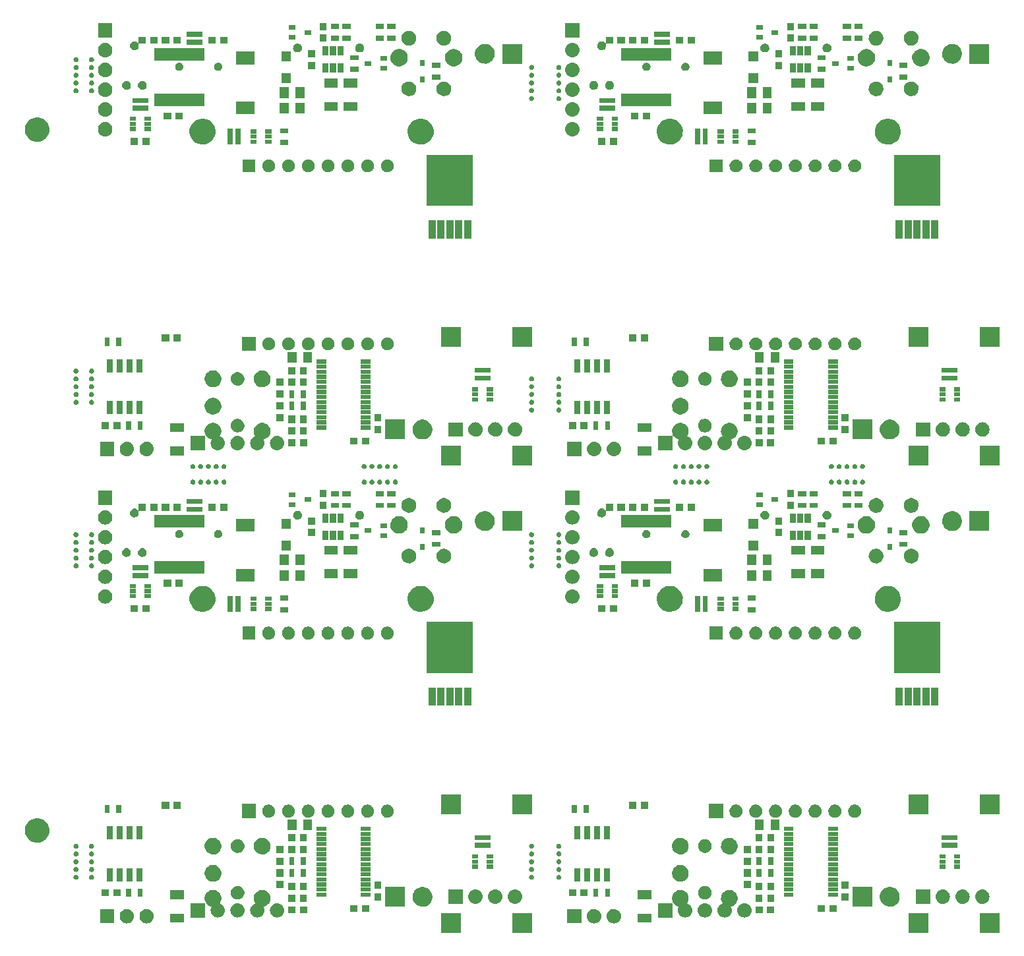
<source format=gbs>
G04 #@! TF.FileFunction,Soldermask,Bot*
%FSLAX46Y46*%
G04 Gerber Fmt 4.6, Leading zero omitted, Abs format (unit mm)*
G04 Created by KiCad (PCBNEW 4.0.7) date Fri Mar 30 10:44:33 2018*
%MOMM*%
%LPD*%
G01*
G04 APERTURE LIST*
%ADD10C,0.100000*%
G04 APERTURE END LIST*
D10*
G36*
X68590000Y-140000D02*
X66050000Y-140000D01*
X66050000Y2400000D01*
X68590000Y2400000D01*
X68590000Y-140000D01*
X68590000Y-140000D01*
G37*
G36*
X119450000Y-140000D02*
X116910000Y-140000D01*
X116910000Y2400000D01*
X119450000Y2400000D01*
X119450000Y-140000D01*
X119450000Y-140000D01*
G37*
G36*
X128590000Y-140000D02*
X126050000Y-140000D01*
X126050000Y2400000D01*
X128590000Y2400000D01*
X128590000Y-140000D01*
X128590000Y-140000D01*
G37*
G36*
X59450000Y-140000D02*
X56910000Y-140000D01*
X56910000Y2400000D01*
X59450000Y2400000D01*
X59450000Y-140000D01*
X59450000Y-140000D01*
G37*
G36*
X16724942Y2905668D02*
X16724955Y2905664D01*
X16724992Y2905660D01*
X16896514Y2852565D01*
X17054457Y2767166D01*
X17192805Y2652714D01*
X17306288Y2513571D01*
X17390582Y2355036D01*
X17442479Y2183147D01*
X17460000Y2004451D01*
X17460000Y1995549D01*
X17459910Y1982704D01*
X17439896Y1804270D01*
X17385605Y1633122D01*
X17299104Y1475779D01*
X17183690Y1338234D01*
X17043758Y1225726D01*
X16884638Y1142540D01*
X16712391Y1091845D01*
X16712361Y1091842D01*
X16712343Y1091837D01*
X16533579Y1075569D01*
X16355058Y1094332D01*
X16355045Y1094336D01*
X16355008Y1094340D01*
X16183486Y1147435D01*
X16025543Y1232834D01*
X15887195Y1347286D01*
X15773712Y1486429D01*
X15689418Y1644964D01*
X15637521Y1816853D01*
X15620000Y1995549D01*
X15620000Y2004451D01*
X15620090Y2017296D01*
X15640104Y2195730D01*
X15694395Y2366878D01*
X15780896Y2524221D01*
X15896310Y2661766D01*
X16036242Y2774274D01*
X16195362Y2857460D01*
X16367609Y2908155D01*
X16367639Y2908158D01*
X16367657Y2908163D01*
X16546421Y2924431D01*
X16724942Y2905668D01*
X16724942Y2905668D01*
G37*
G36*
X79264942Y2905668D02*
X79264955Y2905664D01*
X79264992Y2905660D01*
X79436514Y2852565D01*
X79594457Y2767166D01*
X79732805Y2652714D01*
X79846288Y2513571D01*
X79930582Y2355036D01*
X79982479Y2183147D01*
X80000000Y2004451D01*
X80000000Y1995549D01*
X79999910Y1982704D01*
X79979896Y1804270D01*
X79925605Y1633122D01*
X79839104Y1475779D01*
X79723690Y1338234D01*
X79583758Y1225726D01*
X79424638Y1142540D01*
X79252391Y1091845D01*
X79252361Y1091842D01*
X79252343Y1091837D01*
X79073579Y1075569D01*
X78895058Y1094332D01*
X78895045Y1094336D01*
X78895008Y1094340D01*
X78723486Y1147435D01*
X78565543Y1232834D01*
X78427195Y1347286D01*
X78313712Y1486429D01*
X78229418Y1644964D01*
X78177521Y1816853D01*
X78160000Y1995549D01*
X78160000Y2004451D01*
X78160090Y2017296D01*
X78180104Y2195730D01*
X78234395Y2366878D01*
X78320896Y2524221D01*
X78436310Y2661766D01*
X78576242Y2774274D01*
X78735362Y2857460D01*
X78907609Y2908155D01*
X78907639Y2908158D01*
X78907657Y2908163D01*
X79086421Y2924431D01*
X79264942Y2905668D01*
X79264942Y2905668D01*
G37*
G36*
X19264942Y2905668D02*
X19264955Y2905664D01*
X19264992Y2905660D01*
X19436514Y2852565D01*
X19594457Y2767166D01*
X19732805Y2652714D01*
X19846288Y2513571D01*
X19930582Y2355036D01*
X19982479Y2183147D01*
X20000000Y2004451D01*
X20000000Y1995549D01*
X19999910Y1982704D01*
X19979896Y1804270D01*
X19925605Y1633122D01*
X19839104Y1475779D01*
X19723690Y1338234D01*
X19583758Y1225726D01*
X19424638Y1142540D01*
X19252391Y1091845D01*
X19252361Y1091842D01*
X19252343Y1091837D01*
X19073579Y1075569D01*
X18895058Y1094332D01*
X18895045Y1094336D01*
X18895008Y1094340D01*
X18723486Y1147435D01*
X18565543Y1232834D01*
X18427195Y1347286D01*
X18313712Y1486429D01*
X18229418Y1644964D01*
X18177521Y1816853D01*
X18160000Y1995549D01*
X18160000Y2004451D01*
X18160090Y2017296D01*
X18180104Y2195730D01*
X18234395Y2366878D01*
X18320896Y2524221D01*
X18436310Y2661766D01*
X18576242Y2774274D01*
X18735362Y2857460D01*
X18907609Y2908155D01*
X18907639Y2908158D01*
X18907657Y2908163D01*
X19086421Y2924431D01*
X19264942Y2905668D01*
X19264942Y2905668D01*
G37*
G36*
X76724942Y2905668D02*
X76724955Y2905664D01*
X76724992Y2905660D01*
X76896514Y2852565D01*
X77054457Y2767166D01*
X77192805Y2652714D01*
X77306288Y2513571D01*
X77390582Y2355036D01*
X77442479Y2183147D01*
X77460000Y2004451D01*
X77460000Y1995549D01*
X77459910Y1982704D01*
X77439896Y1804270D01*
X77385605Y1633122D01*
X77299104Y1475779D01*
X77183690Y1338234D01*
X77043758Y1225726D01*
X76884638Y1142540D01*
X76712391Y1091845D01*
X76712361Y1091842D01*
X76712343Y1091837D01*
X76533579Y1075569D01*
X76355058Y1094332D01*
X76355045Y1094336D01*
X76355008Y1094340D01*
X76183486Y1147435D01*
X76025543Y1232834D01*
X75887195Y1347286D01*
X75773712Y1486429D01*
X75689418Y1644964D01*
X75637521Y1816853D01*
X75620000Y1995549D01*
X75620000Y2004451D01*
X75620090Y2017296D01*
X75640104Y2195730D01*
X75694395Y2366878D01*
X75780896Y2524221D01*
X75896310Y2661766D01*
X76036242Y2774274D01*
X76195362Y2857460D01*
X76367609Y2908155D01*
X76367639Y2908158D01*
X76367657Y2908163D01*
X76546421Y2924431D01*
X76724942Y2905668D01*
X76724942Y2905668D01*
G37*
G36*
X74920000Y1080000D02*
X73080000Y1080000D01*
X73080000Y2920000D01*
X74920000Y2920000D01*
X74920000Y1080000D01*
X74920000Y1080000D01*
G37*
G36*
X14920000Y1080000D02*
X13080000Y1080000D01*
X13080000Y2920000D01*
X14920000Y2920000D01*
X14920000Y1080000D01*
X14920000Y1080000D01*
G37*
G36*
X23870000Y1180000D02*
X22130000Y1180000D01*
X22130000Y2320000D01*
X23870000Y2320000D01*
X23870000Y1180000D01*
X23870000Y1180000D01*
G37*
G36*
X83870000Y1180000D02*
X82130000Y1180000D01*
X82130000Y2320000D01*
X83870000Y2320000D01*
X83870000Y1180000D01*
X83870000Y1180000D01*
G37*
G36*
X96014942Y3655668D02*
X96014955Y3655664D01*
X96014992Y3655660D01*
X96186514Y3602565D01*
X96344457Y3517166D01*
X96482805Y3402714D01*
X96596288Y3263571D01*
X96680582Y3105036D01*
X96732479Y2933147D01*
X96750000Y2754451D01*
X96750000Y2745549D01*
X96749910Y2732704D01*
X96729896Y2554270D01*
X96675605Y2383122D01*
X96589104Y2225779D01*
X96473690Y2088234D01*
X96333758Y1975726D01*
X96174638Y1892540D01*
X96002391Y1841845D01*
X96002361Y1841842D01*
X96002343Y1841837D01*
X95823579Y1825569D01*
X95645058Y1844332D01*
X95645045Y1844336D01*
X95645008Y1844340D01*
X95473486Y1897435D01*
X95315543Y1982834D01*
X95177195Y2097286D01*
X95063712Y2236429D01*
X94979418Y2394964D01*
X94927521Y2566853D01*
X94910000Y2745549D01*
X94910000Y2754451D01*
X94910090Y2767296D01*
X94930104Y2945730D01*
X94984395Y3116878D01*
X95070896Y3274221D01*
X95186310Y3411766D01*
X95326242Y3524274D01*
X95485362Y3607460D01*
X95657609Y3658155D01*
X95657639Y3658158D01*
X95657657Y3658163D01*
X95836421Y3674431D01*
X96014942Y3655668D01*
X96014942Y3655668D01*
G37*
G36*
X27712386Y5369289D02*
X27917940Y5327094D01*
X28111380Y5245780D01*
X28285344Y5128440D01*
X28433205Y4979543D01*
X28549328Y4804765D01*
X28629290Y4610763D01*
X28669980Y4405263D01*
X28669980Y4405253D01*
X28670046Y4404919D01*
X28666699Y4165245D01*
X28666623Y4164911D01*
X28666623Y4164900D01*
X28620212Y3960622D01*
X28534863Y3768924D01*
X28483881Y3696652D01*
X28477469Y3684128D01*
X28474800Y3670314D01*
X28476085Y3656303D01*
X28481222Y3643205D01*
X28489806Y3632057D01*
X28501155Y3623741D01*
X28509879Y3620096D01*
X28566514Y3602565D01*
X28724457Y3517166D01*
X28862805Y3402714D01*
X28976288Y3263571D01*
X29060582Y3105036D01*
X29112479Y2933147D01*
X29130000Y2754451D01*
X29130000Y2745549D01*
X29129910Y2732704D01*
X29109896Y2554270D01*
X29055605Y2383122D01*
X28969104Y2225779D01*
X28853690Y2088234D01*
X28713758Y1975726D01*
X28554638Y1892540D01*
X28382391Y1841845D01*
X28382361Y1841842D01*
X28382343Y1841837D01*
X28203579Y1825569D01*
X28025058Y1844332D01*
X28025045Y1844336D01*
X28025008Y1844340D01*
X27853486Y1897435D01*
X27695543Y1982834D01*
X27557195Y2097286D01*
X27443712Y2236429D01*
X27359418Y2394964D01*
X27307521Y2566853D01*
X27290000Y2745549D01*
X27290000Y2754451D01*
X27290090Y2767296D01*
X27310104Y2945730D01*
X27364395Y3116878D01*
X27400959Y3183387D01*
X27405628Y3195736D01*
X27406741Y3209761D01*
X27403902Y3223542D01*
X27397336Y3235985D01*
X27387564Y3246107D01*
X27375359Y3253106D01*
X27367574Y3255497D01*
X27267747Y3277445D01*
X27075463Y3361452D01*
X26903156Y3481209D01*
X26757387Y3632156D01*
X26643719Y3808535D01*
X26566472Y4003638D01*
X26528591Y4210034D01*
X26531522Y4419851D01*
X26575148Y4625099D01*
X26657814Y4817972D01*
X26776365Y4991111D01*
X26926290Y5137930D01*
X27101874Y5252828D01*
X27296433Y5331435D01*
X27502550Y5370754D01*
X27712386Y5369289D01*
X27712386Y5369289D01*
G37*
G36*
X30934942Y3655668D02*
X30934955Y3655664D01*
X30934992Y3655660D01*
X31106514Y3602565D01*
X31264457Y3517166D01*
X31402805Y3402714D01*
X31516288Y3263571D01*
X31600582Y3105036D01*
X31652479Y2933147D01*
X31670000Y2754451D01*
X31670000Y2745549D01*
X31669910Y2732704D01*
X31649896Y2554270D01*
X31595605Y2383122D01*
X31509104Y2225779D01*
X31393690Y2088234D01*
X31253758Y1975726D01*
X31094638Y1892540D01*
X30922391Y1841845D01*
X30922361Y1841842D01*
X30922343Y1841837D01*
X30743579Y1825569D01*
X30565058Y1844332D01*
X30565045Y1844336D01*
X30565008Y1844340D01*
X30393486Y1897435D01*
X30235543Y1982834D01*
X30097195Y2097286D01*
X29983712Y2236429D01*
X29899418Y2394964D01*
X29847521Y2566853D01*
X29830000Y2745549D01*
X29830000Y2754451D01*
X29830090Y2767296D01*
X29850104Y2945730D01*
X29904395Y3116878D01*
X29990896Y3274221D01*
X30106310Y3411766D01*
X30246242Y3524274D01*
X30405362Y3607460D01*
X30577609Y3658155D01*
X30577639Y3658158D01*
X30577657Y3658163D01*
X30756421Y3674431D01*
X30934942Y3655668D01*
X30934942Y3655668D01*
G37*
G36*
X34012386Y5369289D02*
X34217940Y5327094D01*
X34411380Y5245780D01*
X34585344Y5128440D01*
X34733205Y4979543D01*
X34849328Y4804765D01*
X34929290Y4610763D01*
X34969980Y4405263D01*
X34969980Y4405253D01*
X34970046Y4404919D01*
X34966699Y4165245D01*
X34966623Y4164911D01*
X34966623Y4164900D01*
X34920212Y3960622D01*
X34834863Y3768924D01*
X34713907Y3597457D01*
X34561943Y3452745D01*
X34384775Y3340311D01*
X34189136Y3264428D01*
X34134903Y3254865D01*
X34121528Y3250497D01*
X34109901Y3242576D01*
X34100940Y3231729D01*
X34095356Y3218815D01*
X34093591Y3204856D01*
X34095784Y3190959D01*
X34098936Y3183362D01*
X34140582Y3105036D01*
X34192479Y2933147D01*
X34210000Y2754451D01*
X34210000Y2745549D01*
X34209910Y2732704D01*
X34189896Y2554270D01*
X34135605Y2383122D01*
X34049104Y2225779D01*
X33933690Y2088234D01*
X33793758Y1975726D01*
X33634638Y1892540D01*
X33462391Y1841845D01*
X33462361Y1841842D01*
X33462343Y1841837D01*
X33283579Y1825569D01*
X33105058Y1844332D01*
X33105045Y1844336D01*
X33105008Y1844340D01*
X32933486Y1897435D01*
X32775543Y1982834D01*
X32637195Y2097286D01*
X32523712Y2236429D01*
X32439418Y2394964D01*
X32387521Y2566853D01*
X32370000Y2745549D01*
X32370000Y2754451D01*
X32370090Y2767296D01*
X32390104Y2945730D01*
X32444395Y3116878D01*
X32530896Y3274221D01*
X32646310Y3411766D01*
X32786242Y3524274D01*
X32945362Y3607460D01*
X32988836Y3620255D01*
X33001596Y3626067D01*
X33012269Y3635236D01*
X33019964Y3647014D01*
X33024074Y3660470D01*
X33024272Y3674538D01*
X33020543Y3688105D01*
X33016703Y3695286D01*
X32943719Y3808535D01*
X32866472Y4003638D01*
X32828591Y4210034D01*
X32831522Y4419851D01*
X32875148Y4625099D01*
X32957814Y4817972D01*
X33076365Y4991111D01*
X33226290Y5137930D01*
X33401874Y5252828D01*
X33596433Y5331435D01*
X33802550Y5370754D01*
X34012386Y5369289D01*
X34012386Y5369289D01*
G37*
G36*
X36014942Y3655668D02*
X36014955Y3655664D01*
X36014992Y3655660D01*
X36186514Y3602565D01*
X36344457Y3517166D01*
X36482805Y3402714D01*
X36596288Y3263571D01*
X36680582Y3105036D01*
X36732479Y2933147D01*
X36750000Y2754451D01*
X36750000Y2745549D01*
X36749910Y2732704D01*
X36729896Y2554270D01*
X36675605Y2383122D01*
X36589104Y2225779D01*
X36473690Y2088234D01*
X36333758Y1975726D01*
X36174638Y1892540D01*
X36002391Y1841845D01*
X36002361Y1841842D01*
X36002343Y1841837D01*
X35823579Y1825569D01*
X35645058Y1844332D01*
X35645045Y1844336D01*
X35645008Y1844340D01*
X35473486Y1897435D01*
X35315543Y1982834D01*
X35177195Y2097286D01*
X35063712Y2236429D01*
X34979418Y2394964D01*
X34927521Y2566853D01*
X34910000Y2745549D01*
X34910000Y2754451D01*
X34910090Y2767296D01*
X34930104Y2945730D01*
X34984395Y3116878D01*
X35070896Y3274221D01*
X35186310Y3411766D01*
X35326242Y3524274D01*
X35485362Y3607460D01*
X35657609Y3658155D01*
X35657639Y3658158D01*
X35657657Y3658163D01*
X35836421Y3674431D01*
X36014942Y3655668D01*
X36014942Y3655668D01*
G37*
G36*
X87712386Y5369289D02*
X87917940Y5327094D01*
X88111380Y5245780D01*
X88285344Y5128440D01*
X88433205Y4979543D01*
X88549328Y4804765D01*
X88629290Y4610763D01*
X88669980Y4405263D01*
X88669980Y4405253D01*
X88670046Y4404919D01*
X88666699Y4165245D01*
X88666623Y4164911D01*
X88666623Y4164900D01*
X88620212Y3960622D01*
X88534863Y3768924D01*
X88483881Y3696652D01*
X88477469Y3684128D01*
X88474800Y3670314D01*
X88476085Y3656303D01*
X88481222Y3643205D01*
X88489806Y3632057D01*
X88501155Y3623741D01*
X88509879Y3620096D01*
X88566514Y3602565D01*
X88724457Y3517166D01*
X88862805Y3402714D01*
X88976288Y3263571D01*
X89060582Y3105036D01*
X89112479Y2933147D01*
X89130000Y2754451D01*
X89130000Y2745549D01*
X89129910Y2732704D01*
X89109896Y2554270D01*
X89055605Y2383122D01*
X88969104Y2225779D01*
X88853690Y2088234D01*
X88713758Y1975726D01*
X88554638Y1892540D01*
X88382391Y1841845D01*
X88382361Y1841842D01*
X88382343Y1841837D01*
X88203579Y1825569D01*
X88025058Y1844332D01*
X88025045Y1844336D01*
X88025008Y1844340D01*
X87853486Y1897435D01*
X87695543Y1982834D01*
X87557195Y2097286D01*
X87443712Y2236429D01*
X87359418Y2394964D01*
X87307521Y2566853D01*
X87290000Y2745549D01*
X87290000Y2754451D01*
X87290090Y2767296D01*
X87310104Y2945730D01*
X87364395Y3116878D01*
X87400959Y3183387D01*
X87405628Y3195736D01*
X87406741Y3209761D01*
X87403902Y3223542D01*
X87397336Y3235985D01*
X87387564Y3246107D01*
X87375359Y3253106D01*
X87367574Y3255497D01*
X87267747Y3277445D01*
X87075463Y3361452D01*
X86903156Y3481209D01*
X86757387Y3632156D01*
X86643719Y3808535D01*
X86566472Y4003638D01*
X86528591Y4210034D01*
X86531522Y4419851D01*
X86575148Y4625099D01*
X86657814Y4817972D01*
X86776365Y4991111D01*
X86926290Y5137930D01*
X87101874Y5252828D01*
X87296433Y5331435D01*
X87502550Y5370754D01*
X87712386Y5369289D01*
X87712386Y5369289D01*
G37*
G36*
X90934942Y3655668D02*
X90934955Y3655664D01*
X90934992Y3655660D01*
X91106514Y3602565D01*
X91264457Y3517166D01*
X91402805Y3402714D01*
X91516288Y3263571D01*
X91600582Y3105036D01*
X91652479Y2933147D01*
X91670000Y2754451D01*
X91670000Y2745549D01*
X91669910Y2732704D01*
X91649896Y2554270D01*
X91595605Y2383122D01*
X91509104Y2225779D01*
X91393690Y2088234D01*
X91253758Y1975726D01*
X91094638Y1892540D01*
X90922391Y1841845D01*
X90922361Y1841842D01*
X90922343Y1841837D01*
X90743579Y1825569D01*
X90565058Y1844332D01*
X90565045Y1844336D01*
X90565008Y1844340D01*
X90393486Y1897435D01*
X90235543Y1982834D01*
X90097195Y2097286D01*
X89983712Y2236429D01*
X89899418Y2394964D01*
X89847521Y2566853D01*
X89830000Y2745549D01*
X89830000Y2754451D01*
X89830090Y2767296D01*
X89850104Y2945730D01*
X89904395Y3116878D01*
X89990896Y3274221D01*
X90106310Y3411766D01*
X90246242Y3524274D01*
X90405362Y3607460D01*
X90577609Y3658155D01*
X90577639Y3658158D01*
X90577657Y3658163D01*
X90756421Y3674431D01*
X90934942Y3655668D01*
X90934942Y3655668D01*
G37*
G36*
X94012386Y5369289D02*
X94217940Y5327094D01*
X94411380Y5245780D01*
X94585344Y5128440D01*
X94733205Y4979543D01*
X94849328Y4804765D01*
X94929290Y4610763D01*
X94969980Y4405263D01*
X94969980Y4405253D01*
X94970046Y4404919D01*
X94966699Y4165245D01*
X94966623Y4164911D01*
X94966623Y4164900D01*
X94920212Y3960622D01*
X94834863Y3768924D01*
X94713907Y3597457D01*
X94561943Y3452745D01*
X94384775Y3340311D01*
X94189136Y3264428D01*
X94134903Y3254865D01*
X94121528Y3250497D01*
X94109901Y3242576D01*
X94100940Y3231729D01*
X94095356Y3218815D01*
X94093591Y3204856D01*
X94095784Y3190959D01*
X94098936Y3183362D01*
X94140582Y3105036D01*
X94192479Y2933147D01*
X94210000Y2754451D01*
X94210000Y2745549D01*
X94209910Y2732704D01*
X94189896Y2554270D01*
X94135605Y2383122D01*
X94049104Y2225779D01*
X93933690Y2088234D01*
X93793758Y1975726D01*
X93634638Y1892540D01*
X93462391Y1841845D01*
X93462361Y1841842D01*
X93462343Y1841837D01*
X93283579Y1825569D01*
X93105058Y1844332D01*
X93105045Y1844336D01*
X93105008Y1844340D01*
X92933486Y1897435D01*
X92775543Y1982834D01*
X92637195Y2097286D01*
X92523712Y2236429D01*
X92439418Y2394964D01*
X92387521Y2566853D01*
X92370000Y2745549D01*
X92370000Y2754451D01*
X92370090Y2767296D01*
X92390104Y2945730D01*
X92444395Y3116878D01*
X92530896Y3274221D01*
X92646310Y3411766D01*
X92786242Y3524274D01*
X92945362Y3607460D01*
X92988836Y3620255D01*
X93001596Y3626067D01*
X93012269Y3635236D01*
X93019964Y3647014D01*
X93024074Y3660470D01*
X93024272Y3674538D01*
X93020543Y3688105D01*
X93016703Y3695286D01*
X92943719Y3808535D01*
X92866472Y4003638D01*
X92828591Y4210034D01*
X92831522Y4419851D01*
X92875148Y4625099D01*
X92957814Y4817972D01*
X93076365Y4991111D01*
X93226290Y5137930D01*
X93401874Y5252828D01*
X93596433Y5331435D01*
X93802550Y5370754D01*
X94012386Y5369289D01*
X94012386Y5369289D01*
G37*
G36*
X86590000Y1830000D02*
X84750000Y1830000D01*
X84750000Y3670000D01*
X86590000Y3670000D01*
X86590000Y1830000D01*
X86590000Y1830000D01*
G37*
G36*
X26590000Y1830000D02*
X24750000Y1830000D01*
X24750000Y3670000D01*
X26590000Y3670000D01*
X26590000Y1830000D01*
X26590000Y1830000D01*
G37*
G36*
X98176908Y2356016D02*
X97236908Y2356016D01*
X97236908Y3246016D01*
X98176908Y3246016D01*
X98176908Y2356016D01*
X98176908Y2356016D01*
G37*
G36*
X38176908Y2356016D02*
X37236908Y2356016D01*
X37236908Y3246016D01*
X38176908Y3246016D01*
X38176908Y2356016D01*
X38176908Y2356016D01*
G37*
G36*
X39676908Y2356016D02*
X38736908Y2356016D01*
X38736908Y3246016D01*
X39676908Y3246016D01*
X39676908Y2356016D01*
X39676908Y2356016D01*
G37*
G36*
X99676908Y2356016D02*
X98736908Y2356016D01*
X98736908Y3246016D01*
X99676908Y3246016D01*
X99676908Y2356016D01*
X99676908Y2356016D01*
G37*
G36*
X47670000Y2555000D02*
X46730000Y2555000D01*
X46730000Y3445000D01*
X47670000Y3445000D01*
X47670000Y2555000D01*
X47670000Y2555000D01*
G37*
G36*
X106170000Y2555000D02*
X105230000Y2555000D01*
X105230000Y3445000D01*
X106170000Y3445000D01*
X106170000Y2555000D01*
X106170000Y2555000D01*
G37*
G36*
X107670000Y2555000D02*
X106730000Y2555000D01*
X106730000Y3445000D01*
X107670000Y3445000D01*
X107670000Y2555000D01*
X107670000Y2555000D01*
G37*
G36*
X46170000Y2555000D02*
X45230000Y2555000D01*
X45230000Y3445000D01*
X46170000Y3445000D01*
X46170000Y2555000D01*
X46170000Y2555000D01*
G37*
G36*
X114633393Y5769156D02*
X114877368Y5719075D01*
X115106965Y5622561D01*
X115313446Y5483289D01*
X115488944Y5306560D01*
X115626772Y5099114D01*
X115721680Y4868849D01*
X115769989Y4624874D01*
X115769989Y4624859D01*
X115770054Y4624530D01*
X115766082Y4340057D01*
X115766006Y4339723D01*
X115766006Y4339711D01*
X115710907Y4097187D01*
X115609604Y3869658D01*
X115466038Y3666140D01*
X115285671Y3494380D01*
X115075387Y3360930D01*
X114843181Y3270862D01*
X114597907Y3227614D01*
X114348902Y3232829D01*
X114105647Y3286313D01*
X113877421Y3386022D01*
X113672901Y3528167D01*
X113499890Y3707326D01*
X113364975Y3916673D01*
X113273289Y4148244D01*
X113228328Y4393218D01*
X113231806Y4642252D01*
X113283587Y4885866D01*
X113381704Y5114789D01*
X113522415Y5320291D01*
X113700363Y5494552D01*
X113908766Y5630927D01*
X114139691Y5724227D01*
X114384336Y5770895D01*
X114633393Y5769156D01*
X114633393Y5769156D01*
G37*
G36*
X54633393Y5769156D02*
X54877368Y5719075D01*
X55106965Y5622561D01*
X55313446Y5483289D01*
X55488944Y5306560D01*
X55626772Y5099114D01*
X55721680Y4868849D01*
X55769989Y4624874D01*
X55769989Y4624859D01*
X55770054Y4624530D01*
X55766082Y4340057D01*
X55766006Y4339723D01*
X55766006Y4339711D01*
X55710907Y4097187D01*
X55609604Y3869658D01*
X55466038Y3666140D01*
X55285671Y3494380D01*
X55075387Y3360930D01*
X54843181Y3270862D01*
X54597907Y3227614D01*
X54348902Y3232829D01*
X54105647Y3286313D01*
X53877421Y3386022D01*
X53672901Y3528167D01*
X53499890Y3707326D01*
X53364975Y3916673D01*
X53273289Y4148244D01*
X53228328Y4393218D01*
X53231806Y4642252D01*
X53283587Y4885866D01*
X53381704Y5114789D01*
X53522415Y5320291D01*
X53700363Y5494552D01*
X53908766Y5630927D01*
X54139691Y5724227D01*
X54384336Y5770895D01*
X54633393Y5769156D01*
X54633393Y5769156D01*
G37*
G36*
X52270000Y3230000D02*
X49730000Y3230000D01*
X49730000Y5770000D01*
X52270000Y5770000D01*
X52270000Y3230000D01*
X52270000Y3230000D01*
G37*
G36*
X112270000Y3230000D02*
X109730000Y3230000D01*
X109730000Y5770000D01*
X112270000Y5770000D01*
X112270000Y3230000D01*
X112270000Y3230000D01*
G37*
G36*
X126554942Y5405668D02*
X126554955Y5405664D01*
X126554992Y5405660D01*
X126726514Y5352565D01*
X126884457Y5267166D01*
X127022805Y5152714D01*
X127136288Y5013571D01*
X127220582Y4855036D01*
X127272479Y4683147D01*
X127290000Y4504451D01*
X127290000Y4495549D01*
X127289910Y4482704D01*
X127269896Y4304270D01*
X127215605Y4133122D01*
X127129104Y3975779D01*
X127013690Y3838234D01*
X126873758Y3725726D01*
X126714638Y3642540D01*
X126542391Y3591845D01*
X126542361Y3591842D01*
X126542343Y3591837D01*
X126363579Y3575569D01*
X126185058Y3594332D01*
X126185045Y3594336D01*
X126185008Y3594340D01*
X126013486Y3647435D01*
X125855543Y3732834D01*
X125717195Y3847286D01*
X125603712Y3986429D01*
X125519418Y4144964D01*
X125467521Y4316853D01*
X125450000Y4495549D01*
X125450000Y4504451D01*
X125450090Y4517296D01*
X125470104Y4695730D01*
X125524395Y4866878D01*
X125610896Y5024221D01*
X125726310Y5161766D01*
X125866242Y5274274D01*
X126025362Y5357460D01*
X126197609Y5408155D01*
X126197639Y5408158D01*
X126197657Y5408163D01*
X126376421Y5424431D01*
X126554942Y5405668D01*
X126554942Y5405668D01*
G37*
G36*
X61474942Y5405668D02*
X61474955Y5405664D01*
X61474992Y5405660D01*
X61646514Y5352565D01*
X61804457Y5267166D01*
X61942805Y5152714D01*
X62056288Y5013571D01*
X62140582Y4855036D01*
X62192479Y4683147D01*
X62210000Y4504451D01*
X62210000Y4495549D01*
X62209910Y4482704D01*
X62189896Y4304270D01*
X62135605Y4133122D01*
X62049104Y3975779D01*
X61933690Y3838234D01*
X61793758Y3725726D01*
X61634638Y3642540D01*
X61462391Y3591845D01*
X61462361Y3591842D01*
X61462343Y3591837D01*
X61283579Y3575569D01*
X61105058Y3594332D01*
X61105045Y3594336D01*
X61105008Y3594340D01*
X60933486Y3647435D01*
X60775543Y3732834D01*
X60637195Y3847286D01*
X60523712Y3986429D01*
X60439418Y4144964D01*
X60387521Y4316853D01*
X60370000Y4495549D01*
X60370000Y4504451D01*
X60370090Y4517296D01*
X60390104Y4695730D01*
X60444395Y4866878D01*
X60530896Y5024221D01*
X60646310Y5161766D01*
X60786242Y5274274D01*
X60945362Y5357460D01*
X61117609Y5408155D01*
X61117639Y5408158D01*
X61117657Y5408163D01*
X61296421Y5424431D01*
X61474942Y5405668D01*
X61474942Y5405668D01*
G37*
G36*
X66554942Y5405668D02*
X66554955Y5405664D01*
X66554992Y5405660D01*
X66726514Y5352565D01*
X66884457Y5267166D01*
X67022805Y5152714D01*
X67136288Y5013571D01*
X67220582Y4855036D01*
X67272479Y4683147D01*
X67290000Y4504451D01*
X67290000Y4495549D01*
X67289910Y4482704D01*
X67269896Y4304270D01*
X67215605Y4133122D01*
X67129104Y3975779D01*
X67013690Y3838234D01*
X66873758Y3725726D01*
X66714638Y3642540D01*
X66542391Y3591845D01*
X66542361Y3591842D01*
X66542343Y3591837D01*
X66363579Y3575569D01*
X66185058Y3594332D01*
X66185045Y3594336D01*
X66185008Y3594340D01*
X66013486Y3647435D01*
X65855543Y3732834D01*
X65717195Y3847286D01*
X65603712Y3986429D01*
X65519418Y4144964D01*
X65467521Y4316853D01*
X65450000Y4495549D01*
X65450000Y4504451D01*
X65450090Y4517296D01*
X65470104Y4695730D01*
X65524395Y4866878D01*
X65610896Y5024221D01*
X65726310Y5161766D01*
X65866242Y5274274D01*
X66025362Y5357460D01*
X66197609Y5408155D01*
X66197639Y5408158D01*
X66197657Y5408163D01*
X66376421Y5424431D01*
X66554942Y5405668D01*
X66554942Y5405668D01*
G37*
G36*
X121474942Y5405668D02*
X121474955Y5405664D01*
X121474992Y5405660D01*
X121646514Y5352565D01*
X121804457Y5267166D01*
X121942805Y5152714D01*
X122056288Y5013571D01*
X122140582Y4855036D01*
X122192479Y4683147D01*
X122210000Y4504451D01*
X122210000Y4495549D01*
X122209910Y4482704D01*
X122189896Y4304270D01*
X122135605Y4133122D01*
X122049104Y3975779D01*
X121933690Y3838234D01*
X121793758Y3725726D01*
X121634638Y3642540D01*
X121462391Y3591845D01*
X121462361Y3591842D01*
X121462343Y3591837D01*
X121283579Y3575569D01*
X121105058Y3594332D01*
X121105045Y3594336D01*
X121105008Y3594340D01*
X120933486Y3647435D01*
X120775543Y3732834D01*
X120637195Y3847286D01*
X120523712Y3986429D01*
X120439418Y4144964D01*
X120387521Y4316853D01*
X120370000Y4495549D01*
X120370000Y4504451D01*
X120370090Y4517296D01*
X120390104Y4695730D01*
X120444395Y4866878D01*
X120530896Y5024221D01*
X120646310Y5161766D01*
X120786242Y5274274D01*
X120945362Y5357460D01*
X121117609Y5408155D01*
X121117639Y5408158D01*
X121117657Y5408163D01*
X121296421Y5424431D01*
X121474942Y5405668D01*
X121474942Y5405668D01*
G37*
G36*
X124014942Y5405668D02*
X124014955Y5405664D01*
X124014992Y5405660D01*
X124186514Y5352565D01*
X124344457Y5267166D01*
X124482805Y5152714D01*
X124596288Y5013571D01*
X124680582Y4855036D01*
X124732479Y4683147D01*
X124750000Y4504451D01*
X124750000Y4495549D01*
X124749910Y4482704D01*
X124729896Y4304270D01*
X124675605Y4133122D01*
X124589104Y3975779D01*
X124473690Y3838234D01*
X124333758Y3725726D01*
X124174638Y3642540D01*
X124002391Y3591845D01*
X124002361Y3591842D01*
X124002343Y3591837D01*
X123823579Y3575569D01*
X123645058Y3594332D01*
X123645045Y3594336D01*
X123645008Y3594340D01*
X123473486Y3647435D01*
X123315543Y3732834D01*
X123177195Y3847286D01*
X123063712Y3986429D01*
X122979418Y4144964D01*
X122927521Y4316853D01*
X122910000Y4495549D01*
X122910000Y4504451D01*
X122910090Y4517296D01*
X122930104Y4695730D01*
X122984395Y4866878D01*
X123070896Y5024221D01*
X123186310Y5161766D01*
X123326242Y5274274D01*
X123485362Y5357460D01*
X123657609Y5408155D01*
X123657639Y5408158D01*
X123657657Y5408163D01*
X123836421Y5424431D01*
X124014942Y5405668D01*
X124014942Y5405668D01*
G37*
G36*
X64014942Y5405668D02*
X64014955Y5405664D01*
X64014992Y5405660D01*
X64186514Y5352565D01*
X64344457Y5267166D01*
X64482805Y5152714D01*
X64596288Y5013571D01*
X64680582Y4855036D01*
X64732479Y4683147D01*
X64750000Y4504451D01*
X64750000Y4495549D01*
X64749910Y4482704D01*
X64729896Y4304270D01*
X64675605Y4133122D01*
X64589104Y3975779D01*
X64473690Y3838234D01*
X64333758Y3725726D01*
X64174638Y3642540D01*
X64002391Y3591845D01*
X64002361Y3591842D01*
X64002343Y3591837D01*
X63823579Y3575569D01*
X63645058Y3594332D01*
X63645045Y3594336D01*
X63645008Y3594340D01*
X63473486Y3647435D01*
X63315543Y3732834D01*
X63177195Y3847286D01*
X63063712Y3986429D01*
X62979418Y4144964D01*
X62927521Y4316853D01*
X62910000Y4495549D01*
X62910000Y4504451D01*
X62910090Y4517296D01*
X62930104Y4695730D01*
X62984395Y4866878D01*
X63070896Y5024221D01*
X63186310Y5161766D01*
X63326242Y5274274D01*
X63485362Y5357460D01*
X63657609Y5408155D01*
X63657639Y5408158D01*
X63657657Y5408163D01*
X63836421Y5424431D01*
X64014942Y5405668D01*
X64014942Y5405668D01*
G37*
G36*
X59670000Y3580000D02*
X57830000Y3580000D01*
X57830000Y5420000D01*
X59670000Y5420000D01*
X59670000Y3580000D01*
X59670000Y3580000D01*
G37*
G36*
X119670000Y3580000D02*
X117830000Y3580000D01*
X117830000Y5420000D01*
X119670000Y5420000D01*
X119670000Y3580000D01*
X119670000Y3580000D01*
G37*
G36*
X38151908Y3831016D02*
X37261908Y3831016D01*
X37261908Y4771016D01*
X38151908Y4771016D01*
X38151908Y3831016D01*
X38151908Y3831016D01*
G37*
G36*
X39651908Y3831016D02*
X38761908Y3831016D01*
X38761908Y4771016D01*
X39651908Y4771016D01*
X39651908Y3831016D01*
X39651908Y3831016D01*
G37*
G36*
X98151908Y3831016D02*
X97261908Y3831016D01*
X97261908Y4771016D01*
X98151908Y4771016D01*
X98151908Y3831016D01*
X98151908Y3831016D01*
G37*
G36*
X99651908Y3831016D02*
X98761908Y3831016D01*
X98761908Y4771016D01*
X99651908Y4771016D01*
X99651908Y3831016D01*
X99651908Y3831016D01*
G37*
G36*
X49195000Y4030000D02*
X48305000Y4030000D01*
X48305000Y4970000D01*
X49195000Y4970000D01*
X49195000Y4030000D01*
X49195000Y4030000D01*
G37*
G36*
X109195000Y4030000D02*
X108305000Y4030000D01*
X108305000Y4970000D01*
X109195000Y4970000D01*
X109195000Y4030000D01*
X109195000Y4030000D01*
G37*
G36*
X30841379Y5869422D02*
X31008513Y5835114D01*
X31165794Y5768999D01*
X31307242Y5673592D01*
X31427466Y5552525D01*
X31521884Y5410416D01*
X31586899Y5252677D01*
X31619971Y5085652D01*
X31619971Y5085647D01*
X31620038Y5085308D01*
X31617317Y4890432D01*
X31617239Y4890089D01*
X31617239Y4890087D01*
X31579519Y4724058D01*
X31510122Y4568191D01*
X31411775Y4428774D01*
X31288215Y4311110D01*
X31144163Y4219692D01*
X30985092Y4157991D01*
X30817071Y4128366D01*
X30646492Y4131938D01*
X30479850Y4168577D01*
X30323508Y4236881D01*
X30183407Y4334254D01*
X30064885Y4456987D01*
X29972463Y4600397D01*
X29909655Y4759033D01*
X29878854Y4926851D01*
X29881237Y5097449D01*
X29916709Y5264333D01*
X29983923Y5421155D01*
X30080315Y5561932D01*
X30202217Y5681308D01*
X30344982Y5774730D01*
X30503174Y5838644D01*
X30670765Y5870613D01*
X30841379Y5869422D01*
X30841379Y5869422D01*
G37*
G36*
X90841379Y5869422D02*
X91008513Y5835114D01*
X91165794Y5768999D01*
X91307242Y5673592D01*
X91427466Y5552525D01*
X91521884Y5410416D01*
X91586899Y5252677D01*
X91619971Y5085652D01*
X91619971Y5085647D01*
X91620038Y5085308D01*
X91617317Y4890432D01*
X91617239Y4890089D01*
X91617239Y4890087D01*
X91579519Y4724058D01*
X91510122Y4568191D01*
X91411775Y4428774D01*
X91288215Y4311110D01*
X91144163Y4219692D01*
X90985092Y4157991D01*
X90817071Y4128366D01*
X90646492Y4131938D01*
X90479850Y4168577D01*
X90323508Y4236881D01*
X90183407Y4334254D01*
X90064885Y4456987D01*
X89972463Y4600397D01*
X89909655Y4759033D01*
X89878854Y4926851D01*
X89881237Y5097449D01*
X89916709Y5264333D01*
X89983923Y5421155D01*
X90080315Y5561932D01*
X90202217Y5681308D01*
X90344982Y5774730D01*
X90503174Y5838644D01*
X90670765Y5870613D01*
X90841379Y5869422D01*
X90841379Y5869422D01*
G37*
G36*
X83870000Y4180000D02*
X82130000Y4180000D01*
X82130000Y5320000D01*
X83870000Y5320000D01*
X83870000Y4180000D01*
X83870000Y4180000D01*
G37*
G36*
X23870000Y4180000D02*
X22130000Y4180000D01*
X22130000Y5320000D01*
X23870000Y5320000D01*
X23870000Y4180000D01*
X23870000Y4180000D01*
G37*
G36*
X17070000Y4480000D02*
X16430000Y4480000D01*
X16430000Y5520000D01*
X17070000Y5520000D01*
X17070000Y4480000D01*
X17070000Y4480000D01*
G37*
G36*
X78570000Y4480000D02*
X77930000Y4480000D01*
X77930000Y5520000D01*
X78570000Y5520000D01*
X78570000Y4480000D01*
X78570000Y4480000D01*
G37*
G36*
X77070000Y4480000D02*
X76430000Y4480000D01*
X76430000Y5520000D01*
X77070000Y5520000D01*
X77070000Y4480000D01*
X77070000Y4480000D01*
G37*
G36*
X18570000Y4480000D02*
X17930000Y4480000D01*
X17930000Y5520000D01*
X18570000Y5520000D01*
X18570000Y4480000D01*
X18570000Y4480000D01*
G37*
G36*
X102131909Y4491016D02*
X100891909Y4491016D01*
X100891909Y5031016D01*
X102131909Y5031016D01*
X102131909Y4491016D01*
X102131909Y4491016D01*
G37*
G36*
X107831909Y4491016D02*
X106591909Y4491016D01*
X106591909Y5031016D01*
X107831909Y5031016D01*
X107831909Y4491016D01*
X107831909Y4491016D01*
G37*
G36*
X47831909Y4491016D02*
X46591909Y4491016D01*
X46591909Y5031016D01*
X47831909Y5031016D01*
X47831909Y4491016D01*
X47831909Y4491016D01*
G37*
G36*
X42131909Y4491016D02*
X40891909Y4491016D01*
X40891909Y5031016D01*
X42131909Y5031016D01*
X42131909Y4491016D01*
X42131909Y4491016D01*
G37*
G36*
X74220000Y4555000D02*
X73280000Y4555000D01*
X73280000Y5445000D01*
X74220000Y5445000D01*
X74220000Y4555000D01*
X74220000Y4555000D01*
G37*
G36*
X75720000Y4555000D02*
X74780000Y4555000D01*
X74780000Y5445000D01*
X75720000Y5445000D01*
X75720000Y4555000D01*
X75720000Y4555000D01*
G37*
G36*
X15720000Y4555000D02*
X14780000Y4555000D01*
X14780000Y5445000D01*
X15720000Y5445000D01*
X15720000Y4555000D01*
X15720000Y4555000D01*
G37*
G36*
X14220000Y4555000D02*
X13280000Y4555000D01*
X13280000Y5445000D01*
X14220000Y5445000D01*
X14220000Y4555000D01*
X14220000Y4555000D01*
G37*
G36*
X107831909Y5141016D02*
X106591909Y5141016D01*
X106591909Y5681016D01*
X107831909Y5681016D01*
X107831909Y5141016D01*
X107831909Y5141016D01*
G37*
G36*
X42131909Y5141016D02*
X40891909Y5141016D01*
X40891909Y5681016D01*
X42131909Y5681016D01*
X42131909Y5141016D01*
X42131909Y5141016D01*
G37*
G36*
X47831909Y5141016D02*
X46591909Y5141016D01*
X46591909Y5681016D01*
X47831909Y5681016D01*
X47831909Y5141016D01*
X47831909Y5141016D01*
G37*
G36*
X102131909Y5141016D02*
X100891909Y5141016D01*
X100891909Y5681016D01*
X102131909Y5681016D01*
X102131909Y5141016D01*
X102131909Y5141016D01*
G37*
G36*
X39651908Y5331016D02*
X38761908Y5331016D01*
X38761908Y6271016D01*
X39651908Y6271016D01*
X39651908Y5331016D01*
X39651908Y5331016D01*
G37*
G36*
X38151908Y5331016D02*
X37261908Y5331016D01*
X37261908Y6271016D01*
X38151908Y6271016D01*
X38151908Y5331016D01*
X38151908Y5331016D01*
G37*
G36*
X98151908Y5331016D02*
X97261908Y5331016D01*
X97261908Y6271016D01*
X98151908Y6271016D01*
X98151908Y5331016D01*
X98151908Y5331016D01*
G37*
G36*
X99651908Y5331016D02*
X98761908Y5331016D01*
X98761908Y6271016D01*
X99651908Y6271016D01*
X99651908Y5331016D01*
X99651908Y5331016D01*
G37*
G36*
X49195000Y5530000D02*
X48305000Y5530000D01*
X48305000Y6470000D01*
X49195000Y6470000D01*
X49195000Y5530000D01*
X49195000Y5530000D01*
G37*
G36*
X109195000Y5530000D02*
X108305000Y5530000D01*
X108305000Y6470000D01*
X109195000Y6470000D01*
X109195000Y5530000D01*
X109195000Y5530000D01*
G37*
G36*
X36651908Y5581016D02*
X35761908Y5581016D01*
X35761908Y6521016D01*
X36651908Y6521016D01*
X36651908Y5581016D01*
X36651908Y5581016D01*
G37*
G36*
X96651908Y5581016D02*
X95761908Y5581016D01*
X95761908Y6521016D01*
X96651908Y6521016D01*
X96651908Y5581016D01*
X96651908Y5581016D01*
G37*
G36*
X107831909Y5791016D02*
X106591909Y5791016D01*
X106591909Y6331016D01*
X107831909Y6331016D01*
X107831909Y5791016D01*
X107831909Y5791016D01*
G37*
G36*
X42131909Y5791016D02*
X40891909Y5791016D01*
X40891909Y6331016D01*
X42131909Y6331016D01*
X42131909Y5791016D01*
X42131909Y5791016D01*
G37*
G36*
X102131909Y5791016D02*
X100891909Y5791016D01*
X100891909Y6331016D01*
X102131909Y6331016D01*
X102131909Y5791016D01*
X102131909Y5791016D01*
G37*
G36*
X47831909Y5791016D02*
X46591909Y5791016D01*
X46591909Y6331016D01*
X47831909Y6331016D01*
X47831909Y5791016D01*
X47831909Y5791016D01*
G37*
G36*
X87712386Y8569289D02*
X87917940Y8527094D01*
X88111380Y8445780D01*
X88285344Y8328440D01*
X88433205Y8179543D01*
X88549328Y8004765D01*
X88629290Y7810763D01*
X88669980Y7605263D01*
X88669980Y7605253D01*
X88670046Y7604919D01*
X88666699Y7365245D01*
X88666623Y7364911D01*
X88666623Y7364900D01*
X88620212Y7160622D01*
X88534863Y6968924D01*
X88413907Y6797457D01*
X88261943Y6652745D01*
X88084775Y6540311D01*
X87889137Y6464428D01*
X87682488Y6427990D01*
X87472697Y6432384D01*
X87267747Y6477445D01*
X87075463Y6561452D01*
X86903156Y6681209D01*
X86757387Y6832156D01*
X86643719Y7008535D01*
X86566472Y7203638D01*
X86528591Y7410034D01*
X86531522Y7619851D01*
X86575148Y7825099D01*
X86657814Y8017972D01*
X86776365Y8191111D01*
X86926290Y8337930D01*
X87101874Y8452828D01*
X87296433Y8531435D01*
X87502550Y8570754D01*
X87712386Y8569289D01*
X87712386Y8569289D01*
G37*
G36*
X27712386Y8569289D02*
X27917940Y8527094D01*
X28111380Y8445780D01*
X28285344Y8328440D01*
X28433205Y8179543D01*
X28549328Y8004765D01*
X28629290Y7810763D01*
X28669980Y7605263D01*
X28669980Y7605253D01*
X28670046Y7604919D01*
X28666699Y7365245D01*
X28666623Y7364911D01*
X28666623Y7364900D01*
X28620212Y7160622D01*
X28534863Y6968924D01*
X28413907Y6797457D01*
X28261943Y6652745D01*
X28084775Y6540311D01*
X27889137Y6464428D01*
X27682488Y6427990D01*
X27472697Y6432384D01*
X27267747Y6477445D01*
X27075463Y6561452D01*
X26903156Y6681209D01*
X26757387Y6832156D01*
X26643719Y7008535D01*
X26566472Y7203638D01*
X26528591Y7410034D01*
X26531522Y7619851D01*
X26575148Y7825099D01*
X26657814Y8017972D01*
X26776365Y8191111D01*
X26926290Y8337930D01*
X27101874Y8452828D01*
X27296433Y8531435D01*
X27502550Y8570754D01*
X27712386Y8569289D01*
X27712386Y8569289D01*
G37*
G36*
X102131909Y6441016D02*
X100891909Y6441016D01*
X100891909Y6981016D01*
X102131909Y6981016D01*
X102131909Y6441016D01*
X102131909Y6441016D01*
G37*
G36*
X47831909Y6441016D02*
X46591909Y6441016D01*
X46591909Y6981016D01*
X47831909Y6981016D01*
X47831909Y6441016D01*
X47831909Y6441016D01*
G37*
G36*
X107831909Y6441016D02*
X106591909Y6441016D01*
X106591909Y6981016D01*
X107831909Y6981016D01*
X107831909Y6441016D01*
X107831909Y6441016D01*
G37*
G36*
X42131909Y6441016D02*
X40891909Y6441016D01*
X40891909Y6981016D01*
X42131909Y6981016D01*
X42131909Y6441016D01*
X42131909Y6441016D01*
G37*
G36*
X15985000Y6455000D02*
X15245000Y6455000D01*
X15245000Y8145000D01*
X15985000Y8145000D01*
X15985000Y6455000D01*
X15985000Y6455000D01*
G37*
G36*
X18525000Y6455000D02*
X17785000Y6455000D01*
X17785000Y8145000D01*
X18525000Y8145000D01*
X18525000Y6455000D01*
X18525000Y6455000D01*
G37*
G36*
X17255000Y6455000D02*
X16515000Y6455000D01*
X16515000Y8145000D01*
X17255000Y8145000D01*
X17255000Y6455000D01*
X17255000Y6455000D01*
G37*
G36*
X78525000Y6455000D02*
X77785000Y6455000D01*
X77785000Y8145000D01*
X78525000Y8145000D01*
X78525000Y6455000D01*
X78525000Y6455000D01*
G37*
G36*
X77255000Y6455000D02*
X76515000Y6455000D01*
X76515000Y8145000D01*
X77255000Y8145000D01*
X77255000Y6455000D01*
X77255000Y6455000D01*
G37*
G36*
X14715000Y6455000D02*
X13975000Y6455000D01*
X13975000Y8145000D01*
X14715000Y8145000D01*
X14715000Y6455000D01*
X14715000Y6455000D01*
G37*
G36*
X75985000Y6455000D02*
X75245000Y6455000D01*
X75245000Y8145000D01*
X75985000Y8145000D01*
X75985000Y6455000D01*
X75985000Y6455000D01*
G37*
G36*
X74715000Y6455000D02*
X73975000Y6455000D01*
X73975000Y8145000D01*
X74715000Y8145000D01*
X74715000Y6455000D01*
X74715000Y6455000D01*
G37*
G36*
X72033611Y7319788D02*
X72095086Y7307169D01*
X72152935Y7282852D01*
X72204966Y7247757D01*
X72249185Y7203228D01*
X72283911Y7150960D01*
X72307826Y7092940D01*
X72319948Y7031722D01*
X72319948Y7031707D01*
X72320013Y7031378D01*
X72319012Y6959699D01*
X72318936Y6959365D01*
X72318936Y6959357D01*
X72305110Y6898500D01*
X72279587Y6841174D01*
X72243410Y6789891D01*
X72197969Y6746617D01*
X72144977Y6712988D01*
X72086471Y6690294D01*
X72024671Y6679398D01*
X71961930Y6680711D01*
X71900632Y6694189D01*
X71843129Y6719311D01*
X71791598Y6755127D01*
X71748002Y6800272D01*
X71714009Y6853018D01*
X71690907Y6911367D01*
X71679577Y6973096D01*
X71680454Y7035845D01*
X71693500Y7097224D01*
X71718224Y7154908D01*
X71753678Y7206688D01*
X71798517Y7250598D01*
X71851027Y7284960D01*
X71909213Y7308468D01*
X71970854Y7320227D01*
X72033611Y7319788D01*
X72033611Y7319788D01*
G37*
G36*
X68533611Y7319788D02*
X68595086Y7307169D01*
X68652935Y7282852D01*
X68704966Y7247757D01*
X68749185Y7203228D01*
X68783911Y7150960D01*
X68807826Y7092940D01*
X68819948Y7031722D01*
X68819948Y7031707D01*
X68820013Y7031378D01*
X68819012Y6959699D01*
X68818936Y6959365D01*
X68818936Y6959357D01*
X68805110Y6898500D01*
X68779587Y6841174D01*
X68743410Y6789891D01*
X68697969Y6746617D01*
X68644977Y6712988D01*
X68586471Y6690294D01*
X68524671Y6679398D01*
X68461930Y6680711D01*
X68400632Y6694189D01*
X68343129Y6719311D01*
X68291598Y6755127D01*
X68248002Y6800272D01*
X68214009Y6853018D01*
X68190907Y6911367D01*
X68179577Y6973096D01*
X68180454Y7035845D01*
X68193500Y7097224D01*
X68218224Y7154908D01*
X68253678Y7206688D01*
X68298517Y7250598D01*
X68351027Y7284960D01*
X68409213Y7308468D01*
X68470854Y7320227D01*
X68533611Y7319788D01*
X68533611Y7319788D01*
G37*
G36*
X10033611Y7319788D02*
X10095086Y7307169D01*
X10152935Y7282852D01*
X10204966Y7247757D01*
X10249185Y7203228D01*
X10283911Y7150960D01*
X10307826Y7092940D01*
X10319948Y7031722D01*
X10319948Y7031707D01*
X10320013Y7031378D01*
X10319012Y6959699D01*
X10318936Y6959365D01*
X10318936Y6959357D01*
X10305110Y6898500D01*
X10279587Y6841174D01*
X10243410Y6789891D01*
X10197969Y6746617D01*
X10144977Y6712988D01*
X10086471Y6690294D01*
X10024671Y6679398D01*
X9961930Y6680711D01*
X9900632Y6694189D01*
X9843129Y6719311D01*
X9791598Y6755127D01*
X9748002Y6800272D01*
X9714009Y6853018D01*
X9690907Y6911367D01*
X9679577Y6973096D01*
X9680454Y7035845D01*
X9693500Y7097224D01*
X9718224Y7154908D01*
X9753678Y7206688D01*
X9798517Y7250598D01*
X9851027Y7284960D01*
X9909213Y7308468D01*
X9970854Y7320227D01*
X10033611Y7319788D01*
X10033611Y7319788D01*
G37*
G36*
X12033611Y7319788D02*
X12095086Y7307169D01*
X12152935Y7282852D01*
X12204966Y7247757D01*
X12249185Y7203228D01*
X12283911Y7150960D01*
X12307826Y7092940D01*
X12319948Y7031722D01*
X12319948Y7031707D01*
X12320013Y7031378D01*
X12319012Y6959699D01*
X12318936Y6959365D01*
X12318936Y6959357D01*
X12305110Y6898500D01*
X12279587Y6841174D01*
X12243410Y6789891D01*
X12197969Y6746617D01*
X12144977Y6712988D01*
X12086471Y6690294D01*
X12024671Y6679398D01*
X11961930Y6680711D01*
X11900632Y6694189D01*
X11843129Y6719311D01*
X11791598Y6755127D01*
X11748002Y6800272D01*
X11714009Y6853018D01*
X11690907Y6911367D01*
X11679577Y6973096D01*
X11680454Y7035845D01*
X11693500Y7097224D01*
X11718224Y7154908D01*
X11753678Y7206688D01*
X11798517Y7250598D01*
X11851027Y7284960D01*
X11909213Y7308468D01*
X11970854Y7320227D01*
X12033611Y7319788D01*
X12033611Y7319788D01*
G37*
G36*
X98026908Y7031016D02*
X97386908Y7031016D01*
X97386908Y8071016D01*
X98026908Y8071016D01*
X98026908Y7031016D01*
X98026908Y7031016D01*
G37*
G36*
X99526908Y7031016D02*
X98886908Y7031016D01*
X98886908Y8071016D01*
X99526908Y8071016D01*
X99526908Y7031016D01*
X99526908Y7031016D01*
G37*
G36*
X38026908Y7031016D02*
X37386908Y7031016D01*
X37386908Y8071016D01*
X38026908Y8071016D01*
X38026908Y7031016D01*
X38026908Y7031016D01*
G37*
G36*
X39526908Y7031016D02*
X38886908Y7031016D01*
X38886908Y8071016D01*
X39526908Y8071016D01*
X39526908Y7031016D01*
X39526908Y7031016D01*
G37*
G36*
X96651908Y7081016D02*
X95761908Y7081016D01*
X95761908Y8021016D01*
X96651908Y8021016D01*
X96651908Y7081016D01*
X96651908Y7081016D01*
G37*
G36*
X36651908Y7081016D02*
X35761908Y7081016D01*
X35761908Y8021016D01*
X36651908Y8021016D01*
X36651908Y7081016D01*
X36651908Y7081016D01*
G37*
G36*
X47831909Y7091016D02*
X46591909Y7091016D01*
X46591909Y7631016D01*
X47831909Y7631016D01*
X47831909Y7091016D01*
X47831909Y7091016D01*
G37*
G36*
X102131909Y7091016D02*
X100891909Y7091016D01*
X100891909Y7631016D01*
X102131909Y7631016D01*
X102131909Y7091016D01*
X102131909Y7091016D01*
G37*
G36*
X107831909Y7091016D02*
X106591909Y7091016D01*
X106591909Y7631016D01*
X107831909Y7631016D01*
X107831909Y7091016D01*
X107831909Y7091016D01*
G37*
G36*
X42131909Y7091016D02*
X40891909Y7091016D01*
X40891909Y7631016D01*
X42131909Y7631016D01*
X42131909Y7091016D01*
X42131909Y7091016D01*
G37*
G36*
X68533611Y8319788D02*
X68595086Y8307169D01*
X68652935Y8282852D01*
X68704966Y8247757D01*
X68749185Y8203228D01*
X68783911Y8150960D01*
X68807826Y8092940D01*
X68819948Y8031722D01*
X68819948Y8031707D01*
X68820013Y8031378D01*
X68819012Y7959699D01*
X68818936Y7959365D01*
X68818936Y7959357D01*
X68805110Y7898500D01*
X68779587Y7841174D01*
X68743410Y7789891D01*
X68697969Y7746617D01*
X68644977Y7712988D01*
X68586471Y7690294D01*
X68524671Y7679398D01*
X68461930Y7680711D01*
X68400632Y7694189D01*
X68343129Y7719311D01*
X68291598Y7755127D01*
X68248002Y7800272D01*
X68214009Y7853018D01*
X68190907Y7911367D01*
X68179577Y7973096D01*
X68180454Y8035845D01*
X68193500Y8097224D01*
X68218224Y8154908D01*
X68253678Y8206688D01*
X68298517Y8250598D01*
X68351027Y8284960D01*
X68409213Y8308468D01*
X68470854Y8320227D01*
X68533611Y8319788D01*
X68533611Y8319788D01*
G37*
G36*
X10033611Y8319788D02*
X10095086Y8307169D01*
X10152935Y8282852D01*
X10204966Y8247757D01*
X10249185Y8203228D01*
X10283911Y8150960D01*
X10307826Y8092940D01*
X10319948Y8031722D01*
X10319948Y8031707D01*
X10320013Y8031378D01*
X10319012Y7959699D01*
X10318936Y7959365D01*
X10318936Y7959357D01*
X10305110Y7898500D01*
X10279587Y7841174D01*
X10243410Y7789891D01*
X10197969Y7746617D01*
X10144977Y7712988D01*
X10086471Y7690294D01*
X10024671Y7679398D01*
X9961930Y7680711D01*
X9900632Y7694189D01*
X9843129Y7719311D01*
X9791598Y7755127D01*
X9748002Y7800272D01*
X9714009Y7853018D01*
X9690907Y7911367D01*
X9679577Y7973096D01*
X9680454Y8035845D01*
X9693500Y8097224D01*
X9718224Y8154908D01*
X9753678Y8206688D01*
X9798517Y8250598D01*
X9851027Y8284960D01*
X9909213Y8308468D01*
X9970854Y8320227D01*
X10033611Y8319788D01*
X10033611Y8319788D01*
G37*
G36*
X12033611Y8319788D02*
X12095086Y8307169D01*
X12152935Y8282852D01*
X12204966Y8247757D01*
X12249185Y8203228D01*
X12283911Y8150960D01*
X12307826Y8092940D01*
X12319948Y8031722D01*
X12319948Y8031707D01*
X12320013Y8031378D01*
X12319012Y7959699D01*
X12318936Y7959365D01*
X12318936Y7959357D01*
X12305110Y7898500D01*
X12279587Y7841174D01*
X12243410Y7789891D01*
X12197969Y7746617D01*
X12144977Y7712988D01*
X12086471Y7690294D01*
X12024671Y7679398D01*
X11961930Y7680711D01*
X11900632Y7694189D01*
X11843129Y7719311D01*
X11791598Y7755127D01*
X11748002Y7800272D01*
X11714009Y7853018D01*
X11690907Y7911367D01*
X11679577Y7973096D01*
X11680454Y8035845D01*
X11693500Y8097224D01*
X11718224Y8154908D01*
X11753678Y8206688D01*
X11798517Y8250598D01*
X11851027Y8284960D01*
X11909213Y8308468D01*
X11970854Y8320227D01*
X12033611Y8319788D01*
X12033611Y8319788D01*
G37*
G36*
X72033611Y8319788D02*
X72095086Y8307169D01*
X72152935Y8282852D01*
X72204966Y8247757D01*
X72249185Y8203228D01*
X72283911Y8150960D01*
X72307826Y8092940D01*
X72319948Y8031722D01*
X72319948Y8031707D01*
X72320013Y8031378D01*
X72319012Y7959699D01*
X72318936Y7959365D01*
X72318936Y7959357D01*
X72305110Y7898500D01*
X72279587Y7841174D01*
X72243410Y7789891D01*
X72197969Y7746617D01*
X72144977Y7712988D01*
X72086471Y7690294D01*
X72024671Y7679398D01*
X71961930Y7680711D01*
X71900632Y7694189D01*
X71843129Y7719311D01*
X71791598Y7755127D01*
X71748002Y7800272D01*
X71714009Y7853018D01*
X71690907Y7911367D01*
X71679577Y7973096D01*
X71680454Y8035845D01*
X71693500Y8097224D01*
X71718224Y8154908D01*
X71753678Y8206688D01*
X71798517Y8250598D01*
X71851027Y8284960D01*
X71909213Y8308468D01*
X71970854Y8320227D01*
X72033611Y8319788D01*
X72033611Y8319788D01*
G37*
G36*
X107831909Y7741016D02*
X106591909Y7741016D01*
X106591909Y8281016D01*
X107831909Y8281016D01*
X107831909Y7741016D01*
X107831909Y7741016D01*
G37*
G36*
X42131909Y7741016D02*
X40891909Y7741016D01*
X40891909Y8281016D01*
X42131909Y8281016D01*
X42131909Y7741016D01*
X42131909Y7741016D01*
G37*
G36*
X47831909Y7741016D02*
X46591909Y7741016D01*
X46591909Y8281016D01*
X47831909Y8281016D01*
X47831909Y7741016D01*
X47831909Y7741016D01*
G37*
G36*
X102131909Y7741016D02*
X100891909Y7741016D01*
X100891909Y8281016D01*
X102131909Y8281016D01*
X102131909Y7741016D01*
X102131909Y7741016D01*
G37*
G36*
X61645000Y8080000D02*
X60855000Y8080000D01*
X60855000Y8620000D01*
X61645000Y8620000D01*
X61645000Y8080000D01*
X61645000Y8080000D01*
G37*
G36*
X123545000Y8080000D02*
X122755000Y8080000D01*
X122755000Y8620000D01*
X123545000Y8620000D01*
X123545000Y8080000D01*
X123545000Y8080000D01*
G37*
G36*
X121645000Y8080000D02*
X120855000Y8080000D01*
X120855000Y8620000D01*
X121645000Y8620000D01*
X121645000Y8080000D01*
X121645000Y8080000D01*
G37*
G36*
X63545000Y8080000D02*
X62755000Y8080000D01*
X62755000Y8620000D01*
X63545000Y8620000D01*
X63545000Y8080000D01*
X63545000Y8080000D01*
G37*
G36*
X102131909Y8391016D02*
X100891909Y8391016D01*
X100891909Y8931016D01*
X102131909Y8931016D01*
X102131909Y8391016D01*
X102131909Y8391016D01*
G37*
G36*
X42131909Y8391016D02*
X40891909Y8391016D01*
X40891909Y8931016D01*
X42131909Y8931016D01*
X42131909Y8391016D01*
X42131909Y8391016D01*
G37*
G36*
X47831909Y8391016D02*
X46591909Y8391016D01*
X46591909Y8931016D01*
X47831909Y8931016D01*
X47831909Y8391016D01*
X47831909Y8391016D01*
G37*
G36*
X107831909Y8391016D02*
X106591909Y8391016D01*
X106591909Y8931016D01*
X107831909Y8931016D01*
X107831909Y8391016D01*
X107831909Y8391016D01*
G37*
G36*
X98026908Y8531016D02*
X97386908Y8531016D01*
X97386908Y9571016D01*
X98026908Y9571016D01*
X98026908Y8531016D01*
X98026908Y8531016D01*
G37*
G36*
X99526908Y8531016D02*
X98886908Y8531016D01*
X98886908Y9571016D01*
X99526908Y9571016D01*
X99526908Y8531016D01*
X99526908Y8531016D01*
G37*
G36*
X38026908Y8531016D02*
X37386908Y8531016D01*
X37386908Y9571016D01*
X38026908Y9571016D01*
X38026908Y8531016D01*
X38026908Y8531016D01*
G37*
G36*
X39526908Y8531016D02*
X38886908Y8531016D01*
X38886908Y9571016D01*
X39526908Y9571016D01*
X39526908Y8531016D01*
X39526908Y8531016D01*
G37*
G36*
X36651908Y8581016D02*
X35761908Y8581016D01*
X35761908Y9521016D01*
X36651908Y9521016D01*
X36651908Y8581016D01*
X36651908Y8581016D01*
G37*
G36*
X96651908Y8581016D02*
X95761908Y8581016D01*
X95761908Y9521016D01*
X96651908Y9521016D01*
X96651908Y8581016D01*
X96651908Y8581016D01*
G37*
G36*
X10033611Y9319788D02*
X10095086Y9307169D01*
X10152935Y9282852D01*
X10204966Y9247757D01*
X10249185Y9203228D01*
X10283911Y9150960D01*
X10307826Y9092940D01*
X10319948Y9031722D01*
X10319948Y9031707D01*
X10320013Y9031378D01*
X10319012Y8959699D01*
X10318936Y8959365D01*
X10318936Y8959357D01*
X10305110Y8898500D01*
X10279587Y8841174D01*
X10243410Y8789891D01*
X10197969Y8746617D01*
X10144977Y8712988D01*
X10086471Y8690294D01*
X10024671Y8679398D01*
X9961930Y8680711D01*
X9900632Y8694189D01*
X9843129Y8719311D01*
X9791598Y8755127D01*
X9748002Y8800272D01*
X9714009Y8853018D01*
X9690907Y8911367D01*
X9679577Y8973096D01*
X9680454Y9035845D01*
X9693500Y9097224D01*
X9718224Y9154908D01*
X9753678Y9206688D01*
X9798517Y9250598D01*
X9851027Y9284960D01*
X9909213Y9308468D01*
X9970854Y9320227D01*
X10033611Y9319788D01*
X10033611Y9319788D01*
G37*
G36*
X12033611Y9319788D02*
X12095086Y9307169D01*
X12152935Y9282852D01*
X12204966Y9247757D01*
X12249185Y9203228D01*
X12283911Y9150960D01*
X12307826Y9092940D01*
X12319948Y9031722D01*
X12319948Y9031707D01*
X12320013Y9031378D01*
X12319012Y8959699D01*
X12318936Y8959365D01*
X12318936Y8959357D01*
X12305110Y8898500D01*
X12279587Y8841174D01*
X12243410Y8789891D01*
X12197969Y8746617D01*
X12144977Y8712988D01*
X12086471Y8690294D01*
X12024671Y8679398D01*
X11961930Y8680711D01*
X11900632Y8694189D01*
X11843129Y8719311D01*
X11791598Y8755127D01*
X11748002Y8800272D01*
X11714009Y8853018D01*
X11690907Y8911367D01*
X11679577Y8973096D01*
X11680454Y9035845D01*
X11693500Y9097224D01*
X11718224Y9154908D01*
X11753678Y9206688D01*
X11798517Y9250598D01*
X11851027Y9284960D01*
X11909213Y9308468D01*
X11970854Y9320227D01*
X12033611Y9319788D01*
X12033611Y9319788D01*
G37*
G36*
X68533611Y9319788D02*
X68595086Y9307169D01*
X68652935Y9282852D01*
X68704966Y9247757D01*
X68749185Y9203228D01*
X68783911Y9150960D01*
X68807826Y9092940D01*
X68819948Y9031722D01*
X68819948Y9031707D01*
X68820013Y9031378D01*
X68819012Y8959699D01*
X68818936Y8959365D01*
X68818936Y8959357D01*
X68805110Y8898500D01*
X68779587Y8841174D01*
X68743410Y8789891D01*
X68697969Y8746617D01*
X68644977Y8712988D01*
X68586471Y8690294D01*
X68524671Y8679398D01*
X68461930Y8680711D01*
X68400632Y8694189D01*
X68343129Y8719311D01*
X68291598Y8755127D01*
X68248002Y8800272D01*
X68214009Y8853018D01*
X68190907Y8911367D01*
X68179577Y8973096D01*
X68180454Y9035845D01*
X68193500Y9097224D01*
X68218224Y9154908D01*
X68253678Y9206688D01*
X68298517Y9250598D01*
X68351027Y9284960D01*
X68409213Y9308468D01*
X68470854Y9320227D01*
X68533611Y9319788D01*
X68533611Y9319788D01*
G37*
G36*
X72033611Y9319788D02*
X72095086Y9307169D01*
X72152935Y9282852D01*
X72204966Y9247757D01*
X72249185Y9203228D01*
X72283911Y9150960D01*
X72307826Y9092940D01*
X72319948Y9031722D01*
X72319948Y9031707D01*
X72320013Y9031378D01*
X72319012Y8959699D01*
X72318936Y8959365D01*
X72318936Y8959357D01*
X72305110Y8898500D01*
X72279587Y8841174D01*
X72243410Y8789891D01*
X72197969Y8746617D01*
X72144977Y8712988D01*
X72086471Y8690294D01*
X72024671Y8679398D01*
X71961930Y8680711D01*
X71900632Y8694189D01*
X71843129Y8719311D01*
X71791598Y8755127D01*
X71748002Y8800272D01*
X71714009Y8853018D01*
X71690907Y8911367D01*
X71679577Y8973096D01*
X71680454Y9035845D01*
X71693500Y9097224D01*
X71718224Y9154908D01*
X71753678Y9206688D01*
X71798517Y9250598D01*
X71851027Y9284960D01*
X71909213Y9308468D01*
X71970854Y9320227D01*
X72033611Y9319788D01*
X72033611Y9319788D01*
G37*
G36*
X61645000Y8730000D02*
X60855000Y8730000D01*
X60855000Y9270000D01*
X61645000Y9270000D01*
X61645000Y8730000D01*
X61645000Y8730000D01*
G37*
G36*
X63545000Y8730000D02*
X62755000Y8730000D01*
X62755000Y9270000D01*
X63545000Y9270000D01*
X63545000Y8730000D01*
X63545000Y8730000D01*
G37*
G36*
X121645000Y8730000D02*
X120855000Y8730000D01*
X120855000Y9270000D01*
X121645000Y9270000D01*
X121645000Y8730000D01*
X121645000Y8730000D01*
G37*
G36*
X123545000Y8730000D02*
X122755000Y8730000D01*
X122755000Y9270000D01*
X123545000Y9270000D01*
X123545000Y8730000D01*
X123545000Y8730000D01*
G37*
G36*
X102131909Y9041016D02*
X100891909Y9041016D01*
X100891909Y9581016D01*
X102131909Y9581016D01*
X102131909Y9041016D01*
X102131909Y9041016D01*
G37*
G36*
X107831909Y9041016D02*
X106591909Y9041016D01*
X106591909Y9581016D01*
X107831909Y9581016D01*
X107831909Y9041016D01*
X107831909Y9041016D01*
G37*
G36*
X47831909Y9041016D02*
X46591909Y9041016D01*
X46591909Y9581016D01*
X47831909Y9581016D01*
X47831909Y9041016D01*
X47831909Y9041016D01*
G37*
G36*
X42131909Y9041016D02*
X40891909Y9041016D01*
X40891909Y9581016D01*
X42131909Y9581016D01*
X42131909Y9041016D01*
X42131909Y9041016D01*
G37*
G36*
X123545000Y9380000D02*
X122755000Y9380000D01*
X122755000Y9920000D01*
X123545000Y9920000D01*
X123545000Y9380000D01*
X123545000Y9380000D01*
G37*
G36*
X61645000Y9380000D02*
X60855000Y9380000D01*
X60855000Y9920000D01*
X61645000Y9920000D01*
X61645000Y9380000D01*
X61645000Y9380000D01*
G37*
G36*
X121645000Y9380000D02*
X120855000Y9380000D01*
X120855000Y9920000D01*
X121645000Y9920000D01*
X121645000Y9380000D01*
X121645000Y9380000D01*
G37*
G36*
X63545000Y9380000D02*
X62755000Y9380000D01*
X62755000Y9920000D01*
X63545000Y9920000D01*
X63545000Y9380000D01*
X63545000Y9380000D01*
G37*
G36*
X12033611Y10319788D02*
X12095086Y10307169D01*
X12152935Y10282852D01*
X12204966Y10247757D01*
X12249185Y10203228D01*
X12283911Y10150960D01*
X12307826Y10092940D01*
X12319948Y10031722D01*
X12319948Y10031707D01*
X12320013Y10031378D01*
X12319012Y9959699D01*
X12318936Y9959365D01*
X12318936Y9959357D01*
X12305110Y9898500D01*
X12279587Y9841174D01*
X12243410Y9789891D01*
X12197969Y9746617D01*
X12144977Y9712988D01*
X12086471Y9690294D01*
X12024671Y9679398D01*
X11961930Y9680711D01*
X11900632Y9694189D01*
X11843129Y9719311D01*
X11791598Y9755127D01*
X11748002Y9800272D01*
X11714009Y9853018D01*
X11690907Y9911367D01*
X11679577Y9973096D01*
X11680454Y10035845D01*
X11693500Y10097224D01*
X11718224Y10154908D01*
X11753678Y10206688D01*
X11798517Y10250598D01*
X11851027Y10284960D01*
X11909213Y10308468D01*
X11970854Y10320227D01*
X12033611Y10319788D01*
X12033611Y10319788D01*
G37*
G36*
X10033611Y10319788D02*
X10095086Y10307169D01*
X10152935Y10282852D01*
X10204966Y10247757D01*
X10249185Y10203228D01*
X10283911Y10150960D01*
X10307826Y10092940D01*
X10319948Y10031722D01*
X10319948Y10031707D01*
X10320013Y10031378D01*
X10319012Y9959699D01*
X10318936Y9959365D01*
X10318936Y9959357D01*
X10305110Y9898500D01*
X10279587Y9841174D01*
X10243410Y9789891D01*
X10197969Y9746617D01*
X10144977Y9712988D01*
X10086471Y9690294D01*
X10024671Y9679398D01*
X9961930Y9680711D01*
X9900632Y9694189D01*
X9843129Y9719311D01*
X9791598Y9755127D01*
X9748002Y9800272D01*
X9714009Y9853018D01*
X9690907Y9911367D01*
X9679577Y9973096D01*
X9680454Y10035845D01*
X9693500Y10097224D01*
X9718224Y10154908D01*
X9753678Y10206688D01*
X9798517Y10250598D01*
X9851027Y10284960D01*
X9909213Y10308468D01*
X9970854Y10320227D01*
X10033611Y10319788D01*
X10033611Y10319788D01*
G37*
G36*
X68533611Y10319788D02*
X68595086Y10307169D01*
X68652935Y10282852D01*
X68704966Y10247757D01*
X68749185Y10203228D01*
X68783911Y10150960D01*
X68807826Y10092940D01*
X68819948Y10031722D01*
X68819948Y10031707D01*
X68820013Y10031378D01*
X68819012Y9959699D01*
X68818936Y9959365D01*
X68818936Y9959357D01*
X68805110Y9898500D01*
X68779587Y9841174D01*
X68743410Y9789891D01*
X68697969Y9746617D01*
X68644977Y9712988D01*
X68586471Y9690294D01*
X68524671Y9679398D01*
X68461930Y9680711D01*
X68400632Y9694189D01*
X68343129Y9719311D01*
X68291598Y9755127D01*
X68248002Y9800272D01*
X68214009Y9853018D01*
X68190907Y9911367D01*
X68179577Y9973096D01*
X68180454Y10035845D01*
X68193500Y10097224D01*
X68218224Y10154908D01*
X68253678Y10206688D01*
X68298517Y10250598D01*
X68351027Y10284960D01*
X68409213Y10308468D01*
X68470854Y10320227D01*
X68533611Y10319788D01*
X68533611Y10319788D01*
G37*
G36*
X72033611Y10319788D02*
X72095086Y10307169D01*
X72152935Y10282852D01*
X72204966Y10247757D01*
X72249185Y10203228D01*
X72283911Y10150960D01*
X72307826Y10092940D01*
X72319948Y10031722D01*
X72319948Y10031707D01*
X72320013Y10031378D01*
X72319012Y9959699D01*
X72318936Y9959365D01*
X72318936Y9959357D01*
X72305110Y9898500D01*
X72279587Y9841174D01*
X72243410Y9789891D01*
X72197969Y9746617D01*
X72144977Y9712988D01*
X72086471Y9690294D01*
X72024671Y9679398D01*
X71961930Y9680711D01*
X71900632Y9694189D01*
X71843129Y9719311D01*
X71791598Y9755127D01*
X71748002Y9800272D01*
X71714009Y9853018D01*
X71690907Y9911367D01*
X71679577Y9973096D01*
X71680454Y10035845D01*
X71693500Y10097224D01*
X71718224Y10154908D01*
X71753678Y10206688D01*
X71798517Y10250598D01*
X71851027Y10284960D01*
X71909213Y10308468D01*
X71970854Y10320227D01*
X72033611Y10319788D01*
X72033611Y10319788D01*
G37*
G36*
X107831909Y9691016D02*
X106591909Y9691016D01*
X106591909Y10231016D01*
X107831909Y10231016D01*
X107831909Y9691016D01*
X107831909Y9691016D01*
G37*
G36*
X42131909Y9691016D02*
X40891909Y9691016D01*
X40891909Y10231016D01*
X42131909Y10231016D01*
X42131909Y9691016D01*
X42131909Y9691016D01*
G37*
G36*
X102131909Y9691016D02*
X100891909Y9691016D01*
X100891909Y10231016D01*
X102131909Y10231016D01*
X102131909Y9691016D01*
X102131909Y9691016D01*
G37*
G36*
X47831909Y9691016D02*
X46591909Y9691016D01*
X46591909Y10231016D01*
X47831909Y10231016D01*
X47831909Y9691016D01*
X47831909Y9691016D01*
G37*
G36*
X94012386Y12069289D02*
X94217940Y12027094D01*
X94411380Y11945780D01*
X94585344Y11828440D01*
X94733205Y11679543D01*
X94849328Y11504765D01*
X94929290Y11310763D01*
X94969980Y11105263D01*
X94969980Y11105253D01*
X94970046Y11104919D01*
X94966699Y10865245D01*
X94966623Y10864911D01*
X94966623Y10864900D01*
X94920212Y10660622D01*
X94834863Y10468924D01*
X94713907Y10297457D01*
X94561943Y10152745D01*
X94384775Y10040311D01*
X94189137Y9964428D01*
X93982488Y9927990D01*
X93772697Y9932384D01*
X93567747Y9977445D01*
X93375463Y10061452D01*
X93203156Y10181209D01*
X93057387Y10332156D01*
X92943719Y10508535D01*
X92866472Y10703638D01*
X92828591Y10910034D01*
X92831522Y11119851D01*
X92875148Y11325099D01*
X92957814Y11517972D01*
X93076365Y11691111D01*
X93226290Y11837930D01*
X93401874Y11952828D01*
X93596433Y12031435D01*
X93802550Y12070754D01*
X94012386Y12069289D01*
X94012386Y12069289D01*
G37*
G36*
X27712386Y12069289D02*
X27917940Y12027094D01*
X28111380Y11945780D01*
X28285344Y11828440D01*
X28433205Y11679543D01*
X28549328Y11504765D01*
X28629290Y11310763D01*
X28669980Y11105263D01*
X28669980Y11105253D01*
X28670046Y11104919D01*
X28666699Y10865245D01*
X28666623Y10864911D01*
X28666623Y10864900D01*
X28620212Y10660622D01*
X28534863Y10468924D01*
X28413907Y10297457D01*
X28261943Y10152745D01*
X28084775Y10040311D01*
X27889137Y9964428D01*
X27682488Y9927990D01*
X27472697Y9932384D01*
X27267747Y9977445D01*
X27075463Y10061452D01*
X26903156Y10181209D01*
X26757387Y10332156D01*
X26643719Y10508535D01*
X26566472Y10703638D01*
X26528591Y10910034D01*
X26531522Y11119851D01*
X26575148Y11325099D01*
X26657814Y11517972D01*
X26776365Y11691111D01*
X26926290Y11837930D01*
X27101874Y11952828D01*
X27296433Y12031435D01*
X27502550Y12070754D01*
X27712386Y12069289D01*
X27712386Y12069289D01*
G37*
G36*
X34012386Y12069289D02*
X34217940Y12027094D01*
X34411380Y11945780D01*
X34585344Y11828440D01*
X34733205Y11679543D01*
X34849328Y11504765D01*
X34929290Y11310763D01*
X34969980Y11105263D01*
X34969980Y11105253D01*
X34970046Y11104919D01*
X34966699Y10865245D01*
X34966623Y10864911D01*
X34966623Y10864900D01*
X34920212Y10660622D01*
X34834863Y10468924D01*
X34713907Y10297457D01*
X34561943Y10152745D01*
X34384775Y10040311D01*
X34189137Y9964428D01*
X33982488Y9927990D01*
X33772697Y9932384D01*
X33567747Y9977445D01*
X33375463Y10061452D01*
X33203156Y10181209D01*
X33057387Y10332156D01*
X32943719Y10508535D01*
X32866472Y10703638D01*
X32828591Y10910034D01*
X32831522Y11119851D01*
X32875148Y11325099D01*
X32957814Y11517972D01*
X33076365Y11691111D01*
X33226290Y11837930D01*
X33401874Y11952828D01*
X33596433Y12031435D01*
X33802550Y12070754D01*
X34012386Y12069289D01*
X34012386Y12069289D01*
G37*
G36*
X87712386Y12069289D02*
X87917940Y12027094D01*
X88111380Y11945780D01*
X88285344Y11828440D01*
X88433205Y11679543D01*
X88549328Y11504765D01*
X88629290Y11310763D01*
X88669980Y11105263D01*
X88669980Y11105253D01*
X88670046Y11104919D01*
X88666699Y10865245D01*
X88666623Y10864911D01*
X88666623Y10864900D01*
X88620212Y10660622D01*
X88534863Y10468924D01*
X88413907Y10297457D01*
X88261943Y10152745D01*
X88084775Y10040311D01*
X87889137Y9964428D01*
X87682488Y9927990D01*
X87472697Y9932384D01*
X87267747Y9977445D01*
X87075463Y10061452D01*
X86903156Y10181209D01*
X86757387Y10332156D01*
X86643719Y10508535D01*
X86566472Y10703638D01*
X86528591Y10910034D01*
X86531522Y11119851D01*
X86575148Y11325099D01*
X86657814Y11517972D01*
X86776365Y11691111D01*
X86926290Y11837930D01*
X87101874Y11952828D01*
X87296433Y12031435D01*
X87502550Y12070754D01*
X87712386Y12069289D01*
X87712386Y12069289D01*
G37*
G36*
X96651908Y10081016D02*
X95761908Y10081016D01*
X95761908Y11021016D01*
X96651908Y11021016D01*
X96651908Y10081016D01*
X96651908Y10081016D01*
G37*
G36*
X36651908Y10081016D02*
X35761908Y10081016D01*
X35761908Y11021016D01*
X36651908Y11021016D01*
X36651908Y10081016D01*
X36651908Y10081016D01*
G37*
G36*
X38151908Y10081016D02*
X37261908Y10081016D01*
X37261908Y11021016D01*
X38151908Y11021016D01*
X38151908Y10081016D01*
X38151908Y10081016D01*
G37*
G36*
X98151908Y10081016D02*
X97261908Y10081016D01*
X97261908Y11021016D01*
X98151908Y11021016D01*
X98151908Y10081016D01*
X98151908Y10081016D01*
G37*
G36*
X99651908Y10081016D02*
X98761908Y10081016D01*
X98761908Y11021016D01*
X99651908Y11021016D01*
X99651908Y10081016D01*
X99651908Y10081016D01*
G37*
G36*
X39651908Y10081016D02*
X38761908Y10081016D01*
X38761908Y11021016D01*
X39651908Y11021016D01*
X39651908Y10081016D01*
X39651908Y10081016D01*
G37*
G36*
X90841379Y11869422D02*
X91008513Y11835114D01*
X91165794Y11768999D01*
X91307242Y11673592D01*
X91427466Y11552525D01*
X91521884Y11410416D01*
X91586899Y11252677D01*
X91619971Y11085652D01*
X91619971Y11085647D01*
X91620038Y11085308D01*
X91617317Y10890432D01*
X91617239Y10890089D01*
X91617239Y10890087D01*
X91579519Y10724058D01*
X91510122Y10568191D01*
X91411775Y10428774D01*
X91288215Y10311110D01*
X91144163Y10219692D01*
X90985092Y10157991D01*
X90817071Y10128366D01*
X90646492Y10131938D01*
X90479850Y10168577D01*
X90323508Y10236881D01*
X90183407Y10334254D01*
X90064885Y10456987D01*
X89972463Y10600397D01*
X89909655Y10759033D01*
X89878854Y10926851D01*
X89881237Y11097449D01*
X89916709Y11264333D01*
X89983923Y11421155D01*
X90080315Y11561932D01*
X90202217Y11681308D01*
X90344982Y11774730D01*
X90503174Y11838644D01*
X90670765Y11870613D01*
X90841379Y11869422D01*
X90841379Y11869422D01*
G37*
G36*
X30841379Y11869422D02*
X31008513Y11835114D01*
X31165794Y11768999D01*
X31307242Y11673592D01*
X31427466Y11552525D01*
X31521884Y11410416D01*
X31586899Y11252677D01*
X31619971Y11085652D01*
X31619971Y11085647D01*
X31620038Y11085308D01*
X31617317Y10890432D01*
X31617239Y10890089D01*
X31617239Y10890087D01*
X31579519Y10724058D01*
X31510122Y10568191D01*
X31411775Y10428774D01*
X31288215Y10311110D01*
X31144163Y10219692D01*
X30985092Y10157991D01*
X30817071Y10128366D01*
X30646492Y10131938D01*
X30479850Y10168577D01*
X30323508Y10236881D01*
X30183407Y10334254D01*
X30064885Y10456987D01*
X29972463Y10600397D01*
X29909655Y10759033D01*
X29878854Y10926851D01*
X29881237Y11097449D01*
X29916709Y11264333D01*
X29983923Y11421155D01*
X30080315Y11561932D01*
X30202217Y11681308D01*
X30344982Y11774730D01*
X30503174Y11838644D01*
X30670765Y11870613D01*
X30841379Y11869422D01*
X30841379Y11869422D01*
G37*
G36*
X107831909Y10341016D02*
X106591909Y10341016D01*
X106591909Y10881016D01*
X107831909Y10881016D01*
X107831909Y10341016D01*
X107831909Y10341016D01*
G37*
G36*
X42131909Y10341016D02*
X40891909Y10341016D01*
X40891909Y10881016D01*
X42131909Y10881016D01*
X42131909Y10341016D01*
X42131909Y10341016D01*
G37*
G36*
X47831909Y10341016D02*
X46591909Y10341016D01*
X46591909Y10881016D01*
X47831909Y10881016D01*
X47831909Y10341016D01*
X47831909Y10341016D01*
G37*
G36*
X102131909Y10341016D02*
X100891909Y10341016D01*
X100891909Y10881016D01*
X102131909Y10881016D01*
X102131909Y10341016D01*
X102131909Y10341016D01*
G37*
G36*
X10033611Y11319788D02*
X10095086Y11307169D01*
X10152935Y11282852D01*
X10204966Y11247757D01*
X10249185Y11203228D01*
X10283911Y11150960D01*
X10307826Y11092940D01*
X10319948Y11031722D01*
X10319948Y11031707D01*
X10320013Y11031378D01*
X10319012Y10959699D01*
X10318936Y10959365D01*
X10318936Y10959357D01*
X10305110Y10898500D01*
X10279587Y10841174D01*
X10243410Y10789891D01*
X10197969Y10746617D01*
X10144977Y10712988D01*
X10086471Y10690294D01*
X10024671Y10679398D01*
X9961930Y10680711D01*
X9900632Y10694189D01*
X9843129Y10719311D01*
X9791598Y10755127D01*
X9748002Y10800272D01*
X9714009Y10853018D01*
X9690907Y10911367D01*
X9679577Y10973096D01*
X9680454Y11035845D01*
X9693500Y11097224D01*
X9718224Y11154908D01*
X9753678Y11206688D01*
X9798517Y11250598D01*
X9851027Y11284960D01*
X9909213Y11308468D01*
X9970854Y11320227D01*
X10033611Y11319788D01*
X10033611Y11319788D01*
G37*
G36*
X12033611Y11319788D02*
X12095086Y11307169D01*
X12152935Y11282852D01*
X12204966Y11247757D01*
X12249185Y11203228D01*
X12283911Y11150960D01*
X12307826Y11092940D01*
X12319948Y11031722D01*
X12319948Y11031707D01*
X12320013Y11031378D01*
X12319012Y10959699D01*
X12318936Y10959365D01*
X12318936Y10959357D01*
X12305110Y10898500D01*
X12279587Y10841174D01*
X12243410Y10789891D01*
X12197969Y10746617D01*
X12144977Y10712988D01*
X12086471Y10690294D01*
X12024671Y10679398D01*
X11961930Y10680711D01*
X11900632Y10694189D01*
X11843129Y10719311D01*
X11791598Y10755127D01*
X11748002Y10800272D01*
X11714009Y10853018D01*
X11690907Y10911367D01*
X11679577Y10973096D01*
X11680454Y11035845D01*
X11693500Y11097224D01*
X11718224Y11154908D01*
X11753678Y11206688D01*
X11798517Y11250598D01*
X11851027Y11284960D01*
X11909213Y11308468D01*
X11970854Y11320227D01*
X12033611Y11319788D01*
X12033611Y11319788D01*
G37*
G36*
X68533611Y11319788D02*
X68595086Y11307169D01*
X68652935Y11282852D01*
X68704966Y11247757D01*
X68749185Y11203228D01*
X68783911Y11150960D01*
X68807826Y11092940D01*
X68819948Y11031722D01*
X68819948Y11031707D01*
X68820013Y11031378D01*
X68819012Y10959699D01*
X68818936Y10959365D01*
X68818936Y10959357D01*
X68805110Y10898500D01*
X68779587Y10841174D01*
X68743410Y10789891D01*
X68697969Y10746617D01*
X68644977Y10712988D01*
X68586471Y10690294D01*
X68524671Y10679398D01*
X68461930Y10680711D01*
X68400632Y10694189D01*
X68343129Y10719311D01*
X68291598Y10755127D01*
X68248002Y10800272D01*
X68214009Y10853018D01*
X68190907Y10911367D01*
X68179577Y10973096D01*
X68180454Y11035845D01*
X68193500Y11097224D01*
X68218224Y11154908D01*
X68253678Y11206688D01*
X68298517Y11250598D01*
X68351027Y11284960D01*
X68409213Y11308468D01*
X68470854Y11320227D01*
X68533611Y11319788D01*
X68533611Y11319788D01*
G37*
G36*
X72033611Y11319788D02*
X72095086Y11307169D01*
X72152935Y11282852D01*
X72204966Y11247757D01*
X72249185Y11203228D01*
X72283911Y11150960D01*
X72307826Y11092940D01*
X72319948Y11031722D01*
X72319948Y11031707D01*
X72320013Y11031378D01*
X72319012Y10959699D01*
X72318936Y10959365D01*
X72318936Y10959357D01*
X72305110Y10898500D01*
X72279587Y10841174D01*
X72243410Y10789891D01*
X72197969Y10746617D01*
X72144977Y10712988D01*
X72086471Y10690294D01*
X72024671Y10679398D01*
X71961930Y10680711D01*
X71900632Y10694189D01*
X71843129Y10719311D01*
X71791598Y10755127D01*
X71748002Y10800272D01*
X71714009Y10853018D01*
X71690907Y10911367D01*
X71679577Y10973096D01*
X71680454Y11035845D01*
X71693500Y11097224D01*
X71718224Y11154908D01*
X71753678Y11206688D01*
X71798517Y11250598D01*
X71851027Y11284960D01*
X71909213Y11308468D01*
X71970854Y11320227D01*
X72033611Y11319788D01*
X72033611Y11319788D01*
G37*
G36*
X63220000Y10780000D02*
X61180000Y10780000D01*
X61180000Y11420000D01*
X63220000Y11420000D01*
X63220000Y10780000D01*
X63220000Y10780000D01*
G37*
G36*
X123220000Y10780000D02*
X121180000Y10780000D01*
X121180000Y11420000D01*
X123220000Y11420000D01*
X123220000Y10780000D01*
X123220000Y10780000D01*
G37*
G36*
X42131909Y10991016D02*
X40891909Y10991016D01*
X40891909Y11531016D01*
X42131909Y11531016D01*
X42131909Y10991016D01*
X42131909Y10991016D01*
G37*
G36*
X107831909Y10991016D02*
X106591909Y10991016D01*
X106591909Y11531016D01*
X107831909Y11531016D01*
X107831909Y10991016D01*
X107831909Y10991016D01*
G37*
G36*
X47831909Y10991016D02*
X46591909Y10991016D01*
X46591909Y11531016D01*
X47831909Y11531016D01*
X47831909Y10991016D01*
X47831909Y10991016D01*
G37*
G36*
X102131909Y10991016D02*
X100891909Y10991016D01*
X100891909Y11531016D01*
X102131909Y11531016D01*
X102131909Y10991016D01*
X102131909Y10991016D01*
G37*
G36*
X5164903Y14568956D02*
X5466510Y14507044D01*
X5750342Y14387732D01*
X6005598Y14215561D01*
X6222552Y13997086D01*
X6392939Y13740635D01*
X6510264Y13455980D01*
X6570001Y13154290D01*
X6570001Y13154285D01*
X6570068Y13153946D01*
X6565157Y12802275D01*
X6565080Y12801937D01*
X6565080Y12801929D01*
X6496946Y12502035D01*
X6371714Y12220759D01*
X6194235Y11969166D01*
X5971263Y11756833D01*
X5711305Y11591859D01*
X5424247Y11480515D01*
X5121034Y11427052D01*
X4813209Y11433499D01*
X4512491Y11499616D01*
X4230354Y11622879D01*
X3977528Y11798598D01*
X3763645Y12020080D01*
X3596859Y12278881D01*
X3483516Y12565153D01*
X3427934Y12867993D01*
X3432234Y13175854D01*
X3496247Y13477016D01*
X3617541Y13760014D01*
X3791490Y14014060D01*
X4011473Y14229484D01*
X4269105Y14398074D01*
X4554579Y14513413D01*
X4857015Y14571105D01*
X5164903Y14568956D01*
X5164903Y14568956D01*
G37*
G36*
X99651908Y11581016D02*
X98761908Y11581016D01*
X98761908Y12521016D01*
X99651908Y12521016D01*
X99651908Y11581016D01*
X99651908Y11581016D01*
G37*
G36*
X98151908Y11581016D02*
X97261908Y11581016D01*
X97261908Y12521016D01*
X98151908Y12521016D01*
X98151908Y11581016D01*
X98151908Y11581016D01*
G37*
G36*
X38151908Y11581016D02*
X37261908Y11581016D01*
X37261908Y12521016D01*
X38151908Y12521016D01*
X38151908Y11581016D01*
X38151908Y11581016D01*
G37*
G36*
X39651908Y11581016D02*
X38761908Y11581016D01*
X38761908Y12521016D01*
X39651908Y12521016D01*
X39651908Y11581016D01*
X39651908Y11581016D01*
G37*
G36*
X42131909Y11641016D02*
X40891909Y11641016D01*
X40891909Y12181016D01*
X42131909Y12181016D01*
X42131909Y11641016D01*
X42131909Y11641016D01*
G37*
G36*
X47831909Y11641016D02*
X46591909Y11641016D01*
X46591909Y12181016D01*
X47831909Y12181016D01*
X47831909Y11641016D01*
X47831909Y11641016D01*
G37*
G36*
X107831909Y11641016D02*
X106591909Y11641016D01*
X106591909Y12181016D01*
X107831909Y12181016D01*
X107831909Y11641016D01*
X107831909Y11641016D01*
G37*
G36*
X102131909Y11641016D02*
X100891909Y11641016D01*
X100891909Y12181016D01*
X102131909Y12181016D01*
X102131909Y11641016D01*
X102131909Y11641016D01*
G37*
G36*
X63220000Y11780000D02*
X61180000Y11780000D01*
X61180000Y12420000D01*
X63220000Y12420000D01*
X63220000Y11780000D01*
X63220000Y11780000D01*
G37*
G36*
X123220000Y11780000D02*
X121180000Y11780000D01*
X121180000Y12420000D01*
X123220000Y12420000D01*
X123220000Y11780000D01*
X123220000Y11780000D01*
G37*
G36*
X75985000Y11855000D02*
X75245000Y11855000D01*
X75245000Y13545000D01*
X75985000Y13545000D01*
X75985000Y11855000D01*
X75985000Y11855000D01*
G37*
G36*
X74715000Y11855000D02*
X73975000Y11855000D01*
X73975000Y13545000D01*
X74715000Y13545000D01*
X74715000Y11855000D01*
X74715000Y11855000D01*
G37*
G36*
X77255000Y11855000D02*
X76515000Y11855000D01*
X76515000Y13545000D01*
X77255000Y13545000D01*
X77255000Y11855000D01*
X77255000Y11855000D01*
G37*
G36*
X15985000Y11855000D02*
X15245000Y11855000D01*
X15245000Y13545000D01*
X15985000Y13545000D01*
X15985000Y11855000D01*
X15985000Y11855000D01*
G37*
G36*
X18525000Y11855000D02*
X17785000Y11855000D01*
X17785000Y13545000D01*
X18525000Y13545000D01*
X18525000Y11855000D01*
X18525000Y11855000D01*
G37*
G36*
X17255000Y11855000D02*
X16515000Y11855000D01*
X16515000Y13545000D01*
X17255000Y13545000D01*
X17255000Y11855000D01*
X17255000Y11855000D01*
G37*
G36*
X14715000Y11855000D02*
X13975000Y11855000D01*
X13975000Y13545000D01*
X14715000Y13545000D01*
X14715000Y11855000D01*
X14715000Y11855000D01*
G37*
G36*
X78525000Y11855000D02*
X77785000Y11855000D01*
X77785000Y13545000D01*
X78525000Y13545000D01*
X78525000Y11855000D01*
X78525000Y11855000D01*
G37*
G36*
X42131909Y12291016D02*
X40891909Y12291016D01*
X40891909Y12831016D01*
X42131909Y12831016D01*
X42131909Y12291016D01*
X42131909Y12291016D01*
G37*
G36*
X47831909Y12291016D02*
X46591909Y12291016D01*
X46591909Y12831016D01*
X47831909Y12831016D01*
X47831909Y12291016D01*
X47831909Y12291016D01*
G37*
G36*
X102131909Y12291016D02*
X100891909Y12291016D01*
X100891909Y12831016D01*
X102131909Y12831016D01*
X102131909Y12291016D01*
X102131909Y12291016D01*
G37*
G36*
X107831909Y12291016D02*
X106591909Y12291016D01*
X106591909Y12831016D01*
X107831909Y12831016D01*
X107831909Y12291016D01*
X107831909Y12291016D01*
G37*
G36*
X107831909Y12941016D02*
X106591909Y12941016D01*
X106591909Y13481016D01*
X107831909Y13481016D01*
X107831909Y12941016D01*
X107831909Y12941016D01*
G37*
G36*
X102131909Y12941016D02*
X100891909Y12941016D01*
X100891909Y13481016D01*
X102131909Y13481016D01*
X102131909Y12941016D01*
X102131909Y12941016D01*
G37*
G36*
X47831909Y12941016D02*
X46591909Y12941016D01*
X46591909Y13481016D01*
X47831909Y13481016D01*
X47831909Y12941016D01*
X47831909Y12941016D01*
G37*
G36*
X42131909Y12941016D02*
X40891909Y12941016D01*
X40891909Y13481016D01*
X42131909Y13481016D01*
X42131909Y12941016D01*
X42131909Y12941016D01*
G37*
G36*
X38320000Y13055000D02*
X37180000Y13055000D01*
X37180000Y14445000D01*
X38320000Y14445000D01*
X38320000Y13055000D01*
X38320000Y13055000D01*
G37*
G36*
X98320000Y13055000D02*
X97180000Y13055000D01*
X97180000Y14445000D01*
X98320000Y14445000D01*
X98320000Y13055000D01*
X98320000Y13055000D01*
G37*
G36*
X100320000Y13055000D02*
X99180000Y13055000D01*
X99180000Y14445000D01*
X100320000Y14445000D01*
X100320000Y13055000D01*
X100320000Y13055000D01*
G37*
G36*
X40320000Y13055000D02*
X39180000Y13055000D01*
X39180000Y14445000D01*
X40320000Y14445000D01*
X40320000Y13055000D01*
X40320000Y13055000D01*
G37*
G36*
X33118200Y14591800D02*
X31301800Y14591800D01*
X31301800Y16408200D01*
X33118200Y16408200D01*
X33118200Y14591800D01*
X33118200Y14591800D01*
G37*
G36*
X93118200Y14591800D02*
X91301800Y14591800D01*
X91301800Y16408200D01*
X93118200Y16408200D01*
X93118200Y14591800D01*
X93118200Y14591800D01*
G37*
G36*
X99917388Y16331448D02*
X100077222Y16298639D01*
X100227634Y16235411D01*
X100362906Y16144169D01*
X100477875Y16028395D01*
X100568170Y15892491D01*
X100630346Y15741641D01*
X100661970Y15581926D01*
X100661970Y15581916D01*
X100662036Y15581582D01*
X100659434Y15395218D01*
X100659358Y15394884D01*
X100659358Y15394873D01*
X100623287Y15236109D01*
X100556923Y15087051D01*
X100462870Y14953723D01*
X100344707Y14841198D01*
X100206947Y14753774D01*
X100054824Y14694768D01*
X99894142Y14666436D01*
X99731013Y14669852D01*
X99571649Y14704891D01*
X99422136Y14770212D01*
X99288154Y14863332D01*
X99174809Y14980705D01*
X99086424Y15117851D01*
X99026359Y15269557D01*
X98996903Y15430046D01*
X98999182Y15593192D01*
X99033105Y15752788D01*
X99097383Y15902760D01*
X99189565Y16037388D01*
X99306143Y16151550D01*
X99442672Y16240892D01*
X99593955Y16302014D01*
X99754225Y16332587D01*
X99917388Y16331448D01*
X99917388Y16331448D01*
G37*
G36*
X94837388Y16331448D02*
X94997222Y16298639D01*
X95147634Y16235411D01*
X95282906Y16144169D01*
X95397875Y16028395D01*
X95488170Y15892491D01*
X95550346Y15741641D01*
X95581970Y15581926D01*
X95581970Y15581916D01*
X95582036Y15581582D01*
X95579434Y15395218D01*
X95579358Y15394884D01*
X95579358Y15394873D01*
X95543287Y15236109D01*
X95476923Y15087051D01*
X95382870Y14953723D01*
X95264707Y14841198D01*
X95126947Y14753774D01*
X94974824Y14694768D01*
X94814142Y14666436D01*
X94651013Y14669852D01*
X94491649Y14704891D01*
X94342136Y14770212D01*
X94208154Y14863332D01*
X94094809Y14980705D01*
X94006424Y15117851D01*
X93946359Y15269557D01*
X93916903Y15430046D01*
X93919182Y15593192D01*
X93953105Y15752788D01*
X94017383Y15902760D01*
X94109565Y16037388D01*
X94226143Y16151550D01*
X94362672Y16240892D01*
X94513955Y16302014D01*
X94674225Y16332587D01*
X94837388Y16331448D01*
X94837388Y16331448D01*
G37*
G36*
X50077388Y16331448D02*
X50237222Y16298639D01*
X50387634Y16235411D01*
X50522906Y16144169D01*
X50637875Y16028395D01*
X50728170Y15892491D01*
X50790346Y15741641D01*
X50821970Y15581926D01*
X50821970Y15581916D01*
X50822036Y15581582D01*
X50819434Y15395218D01*
X50819358Y15394884D01*
X50819358Y15394873D01*
X50783287Y15236109D01*
X50716923Y15087051D01*
X50622870Y14953723D01*
X50504707Y14841198D01*
X50366947Y14753774D01*
X50214824Y14694768D01*
X50054142Y14666436D01*
X49891013Y14669852D01*
X49731649Y14704891D01*
X49582136Y14770212D01*
X49448154Y14863332D01*
X49334809Y14980705D01*
X49246424Y15117851D01*
X49186359Y15269557D01*
X49156903Y15430046D01*
X49159182Y15593192D01*
X49193105Y15752788D01*
X49257383Y15902760D01*
X49349565Y16037388D01*
X49466143Y16151550D01*
X49602672Y16240892D01*
X49753955Y16302014D01*
X49914225Y16332587D01*
X50077388Y16331448D01*
X50077388Y16331448D01*
G37*
G36*
X47537388Y16331448D02*
X47697222Y16298639D01*
X47847634Y16235411D01*
X47982906Y16144169D01*
X48097875Y16028395D01*
X48188170Y15892491D01*
X48250346Y15741641D01*
X48281970Y15581926D01*
X48281970Y15581916D01*
X48282036Y15581582D01*
X48279434Y15395218D01*
X48279358Y15394884D01*
X48279358Y15394873D01*
X48243287Y15236109D01*
X48176923Y15087051D01*
X48082870Y14953723D01*
X47964707Y14841198D01*
X47826947Y14753774D01*
X47674824Y14694768D01*
X47514142Y14666436D01*
X47351013Y14669852D01*
X47191649Y14704891D01*
X47042136Y14770212D01*
X46908154Y14863332D01*
X46794809Y14980705D01*
X46706424Y15117851D01*
X46646359Y15269557D01*
X46616903Y15430046D01*
X46619182Y15593192D01*
X46653105Y15752788D01*
X46717383Y15902760D01*
X46809565Y16037388D01*
X46926143Y16151550D01*
X47062672Y16240892D01*
X47213955Y16302014D01*
X47374225Y16332587D01*
X47537388Y16331448D01*
X47537388Y16331448D01*
G37*
G36*
X44997388Y16331448D02*
X45157222Y16298639D01*
X45307634Y16235411D01*
X45442906Y16144169D01*
X45557875Y16028395D01*
X45648170Y15892491D01*
X45710346Y15741641D01*
X45741970Y15581926D01*
X45741970Y15581916D01*
X45742036Y15581582D01*
X45739434Y15395218D01*
X45739358Y15394884D01*
X45739358Y15394873D01*
X45703287Y15236109D01*
X45636923Y15087051D01*
X45542870Y14953723D01*
X45424707Y14841198D01*
X45286947Y14753774D01*
X45134824Y14694768D01*
X44974142Y14666436D01*
X44811013Y14669852D01*
X44651649Y14704891D01*
X44502136Y14770212D01*
X44368154Y14863332D01*
X44254809Y14980705D01*
X44166424Y15117851D01*
X44106359Y15269557D01*
X44076903Y15430046D01*
X44079182Y15593192D01*
X44113105Y15752788D01*
X44177383Y15902760D01*
X44269565Y16037388D01*
X44386143Y16151550D01*
X44522672Y16240892D01*
X44673955Y16302014D01*
X44834225Y16332587D01*
X44997388Y16331448D01*
X44997388Y16331448D01*
G37*
G36*
X34837388Y16331448D02*
X34997222Y16298639D01*
X35147634Y16235411D01*
X35282906Y16144169D01*
X35397875Y16028395D01*
X35488170Y15892491D01*
X35550346Y15741641D01*
X35581970Y15581926D01*
X35581970Y15581916D01*
X35582036Y15581582D01*
X35579434Y15395218D01*
X35579358Y15394884D01*
X35579358Y15394873D01*
X35543287Y15236109D01*
X35476923Y15087051D01*
X35382870Y14953723D01*
X35264707Y14841198D01*
X35126947Y14753774D01*
X34974824Y14694768D01*
X34814142Y14666436D01*
X34651013Y14669852D01*
X34491649Y14704891D01*
X34342136Y14770212D01*
X34208154Y14863332D01*
X34094809Y14980705D01*
X34006424Y15117851D01*
X33946359Y15269557D01*
X33916903Y15430046D01*
X33919182Y15593192D01*
X33953105Y15752788D01*
X34017383Y15902760D01*
X34109565Y16037388D01*
X34226143Y16151550D01*
X34362672Y16240892D01*
X34513955Y16302014D01*
X34674225Y16332587D01*
X34837388Y16331448D01*
X34837388Y16331448D01*
G37*
G36*
X42457388Y16331448D02*
X42617222Y16298639D01*
X42767634Y16235411D01*
X42902906Y16144169D01*
X43017875Y16028395D01*
X43108170Y15892491D01*
X43170346Y15741641D01*
X43201970Y15581926D01*
X43201970Y15581916D01*
X43202036Y15581582D01*
X43199434Y15395218D01*
X43199358Y15394884D01*
X43199358Y15394873D01*
X43163287Y15236109D01*
X43096923Y15087051D01*
X43002870Y14953723D01*
X42884707Y14841198D01*
X42746947Y14753774D01*
X42594824Y14694768D01*
X42434142Y14666436D01*
X42271013Y14669852D01*
X42111649Y14704891D01*
X41962136Y14770212D01*
X41828154Y14863332D01*
X41714809Y14980705D01*
X41626424Y15117851D01*
X41566359Y15269557D01*
X41536903Y15430046D01*
X41539182Y15593192D01*
X41573105Y15752788D01*
X41637383Y15902760D01*
X41729565Y16037388D01*
X41846143Y16151550D01*
X41982672Y16240892D01*
X42133955Y16302014D01*
X42294225Y16332587D01*
X42457388Y16331448D01*
X42457388Y16331448D01*
G37*
G36*
X37377388Y16331448D02*
X37537222Y16298639D01*
X37687634Y16235411D01*
X37822906Y16144169D01*
X37937875Y16028395D01*
X38028170Y15892491D01*
X38090346Y15741641D01*
X38121970Y15581926D01*
X38121970Y15581916D01*
X38122036Y15581582D01*
X38119434Y15395218D01*
X38119358Y15394884D01*
X38119358Y15394873D01*
X38083287Y15236109D01*
X38016923Y15087051D01*
X37922870Y14953723D01*
X37804707Y14841198D01*
X37666947Y14753774D01*
X37514824Y14694768D01*
X37354142Y14666436D01*
X37191013Y14669852D01*
X37031649Y14704891D01*
X36882136Y14770212D01*
X36748154Y14863332D01*
X36634809Y14980705D01*
X36546424Y15117851D01*
X36486359Y15269557D01*
X36456903Y15430046D01*
X36459182Y15593192D01*
X36493105Y15752788D01*
X36557383Y15902760D01*
X36649565Y16037388D01*
X36766143Y16151550D01*
X36902672Y16240892D01*
X37053955Y16302014D01*
X37214225Y16332587D01*
X37377388Y16331448D01*
X37377388Y16331448D01*
G37*
G36*
X102457388Y16331448D02*
X102617222Y16298639D01*
X102767634Y16235411D01*
X102902906Y16144169D01*
X103017875Y16028395D01*
X103108170Y15892491D01*
X103170346Y15741641D01*
X103201970Y15581926D01*
X103201970Y15581916D01*
X103202036Y15581582D01*
X103199434Y15395218D01*
X103199358Y15394884D01*
X103199358Y15394873D01*
X103163287Y15236109D01*
X103096923Y15087051D01*
X103002870Y14953723D01*
X102884707Y14841198D01*
X102746947Y14753774D01*
X102594824Y14694768D01*
X102434142Y14666436D01*
X102271013Y14669852D01*
X102111649Y14704891D01*
X101962136Y14770212D01*
X101828154Y14863332D01*
X101714809Y14980705D01*
X101626424Y15117851D01*
X101566359Y15269557D01*
X101536903Y15430046D01*
X101539182Y15593192D01*
X101573105Y15752788D01*
X101637383Y15902760D01*
X101729565Y16037388D01*
X101846143Y16151550D01*
X101982672Y16240892D01*
X102133955Y16302014D01*
X102294225Y16332587D01*
X102457388Y16331448D01*
X102457388Y16331448D01*
G37*
G36*
X110077388Y16331448D02*
X110237222Y16298639D01*
X110387634Y16235411D01*
X110522906Y16144169D01*
X110637875Y16028395D01*
X110728170Y15892491D01*
X110790346Y15741641D01*
X110821970Y15581926D01*
X110821970Y15581916D01*
X110822036Y15581582D01*
X110819434Y15395218D01*
X110819358Y15394884D01*
X110819358Y15394873D01*
X110783287Y15236109D01*
X110716923Y15087051D01*
X110622870Y14953723D01*
X110504707Y14841198D01*
X110366947Y14753774D01*
X110214824Y14694768D01*
X110054142Y14666436D01*
X109891013Y14669852D01*
X109731649Y14704891D01*
X109582136Y14770212D01*
X109448154Y14863332D01*
X109334809Y14980705D01*
X109246424Y15117851D01*
X109186359Y15269557D01*
X109156903Y15430046D01*
X109159182Y15593192D01*
X109193105Y15752788D01*
X109257383Y15902760D01*
X109349565Y16037388D01*
X109466143Y16151550D01*
X109602672Y16240892D01*
X109753955Y16302014D01*
X109914225Y16332587D01*
X110077388Y16331448D01*
X110077388Y16331448D01*
G37*
G36*
X104997388Y16331448D02*
X105157222Y16298639D01*
X105307634Y16235411D01*
X105442906Y16144169D01*
X105557875Y16028395D01*
X105648170Y15892491D01*
X105710346Y15741641D01*
X105741970Y15581926D01*
X105741970Y15581916D01*
X105742036Y15581582D01*
X105739434Y15395218D01*
X105739358Y15394884D01*
X105739358Y15394873D01*
X105703287Y15236109D01*
X105636923Y15087051D01*
X105542870Y14953723D01*
X105424707Y14841198D01*
X105286947Y14753774D01*
X105134824Y14694768D01*
X104974142Y14666436D01*
X104811013Y14669852D01*
X104651649Y14704891D01*
X104502136Y14770212D01*
X104368154Y14863332D01*
X104254809Y14980705D01*
X104166424Y15117851D01*
X104106359Y15269557D01*
X104076903Y15430046D01*
X104079182Y15593192D01*
X104113105Y15752788D01*
X104177383Y15902760D01*
X104269565Y16037388D01*
X104386143Y16151550D01*
X104522672Y16240892D01*
X104673955Y16302014D01*
X104834225Y16332587D01*
X104997388Y16331448D01*
X104997388Y16331448D01*
G37*
G36*
X107537388Y16331448D02*
X107697222Y16298639D01*
X107847634Y16235411D01*
X107982906Y16144169D01*
X108097875Y16028395D01*
X108188170Y15892491D01*
X108250346Y15741641D01*
X108281970Y15581926D01*
X108281970Y15581916D01*
X108282036Y15581582D01*
X108279434Y15395218D01*
X108279358Y15394884D01*
X108279358Y15394873D01*
X108243287Y15236109D01*
X108176923Y15087051D01*
X108082870Y14953723D01*
X107964707Y14841198D01*
X107826947Y14753774D01*
X107674824Y14694768D01*
X107514142Y14666436D01*
X107351013Y14669852D01*
X107191649Y14704891D01*
X107042136Y14770212D01*
X106908154Y14863332D01*
X106794809Y14980705D01*
X106706424Y15117851D01*
X106646359Y15269557D01*
X106616903Y15430046D01*
X106619182Y15593192D01*
X106653105Y15752788D01*
X106717383Y15902760D01*
X106809565Y16037388D01*
X106926143Y16151550D01*
X107062672Y16240892D01*
X107213955Y16302014D01*
X107374225Y16332587D01*
X107537388Y16331448D01*
X107537388Y16331448D01*
G37*
G36*
X39917388Y16331448D02*
X40077222Y16298639D01*
X40227634Y16235411D01*
X40362906Y16144169D01*
X40477875Y16028395D01*
X40568170Y15892491D01*
X40630346Y15741641D01*
X40661970Y15581926D01*
X40661970Y15581916D01*
X40662036Y15581582D01*
X40659434Y15395218D01*
X40659358Y15394884D01*
X40659358Y15394873D01*
X40623287Y15236109D01*
X40556923Y15087051D01*
X40462870Y14953723D01*
X40344707Y14841198D01*
X40206947Y14753774D01*
X40054824Y14694768D01*
X39894142Y14666436D01*
X39731013Y14669852D01*
X39571649Y14704891D01*
X39422136Y14770212D01*
X39288154Y14863332D01*
X39174809Y14980705D01*
X39086424Y15117851D01*
X39026359Y15269557D01*
X38996903Y15430046D01*
X38999182Y15593192D01*
X39033105Y15752788D01*
X39097383Y15902760D01*
X39189565Y16037388D01*
X39306143Y16151550D01*
X39442672Y16240892D01*
X39593955Y16302014D01*
X39754225Y16332587D01*
X39917388Y16331448D01*
X39917388Y16331448D01*
G37*
G36*
X97377388Y16331448D02*
X97537222Y16298639D01*
X97687634Y16235411D01*
X97822906Y16144169D01*
X97937875Y16028395D01*
X98028170Y15892491D01*
X98090346Y15741641D01*
X98121970Y15581926D01*
X98121970Y15581916D01*
X98122036Y15581582D01*
X98119434Y15395218D01*
X98119358Y15394884D01*
X98119358Y15394873D01*
X98083287Y15236109D01*
X98016923Y15087051D01*
X97922870Y14953723D01*
X97804707Y14841198D01*
X97666947Y14753774D01*
X97514824Y14694768D01*
X97354142Y14666436D01*
X97191013Y14669852D01*
X97031649Y14704891D01*
X96882136Y14770212D01*
X96748154Y14863332D01*
X96634809Y14980705D01*
X96546424Y15117851D01*
X96486359Y15269557D01*
X96456903Y15430046D01*
X96459182Y15593192D01*
X96493105Y15752788D01*
X96557383Y15902760D01*
X96649565Y16037388D01*
X96766143Y16151550D01*
X96902672Y16240892D01*
X97053955Y16302014D01*
X97214225Y16332587D01*
X97377388Y16331448D01*
X97377388Y16331448D01*
G37*
G36*
X119450000Y15100000D02*
X116910000Y15100000D01*
X116910000Y17640000D01*
X119450000Y17640000D01*
X119450000Y15100000D01*
X119450000Y15100000D01*
G37*
G36*
X68590000Y15100000D02*
X66050000Y15100000D01*
X66050000Y17640000D01*
X68590000Y17640000D01*
X68590000Y15100000D01*
X68590000Y15100000D01*
G37*
G36*
X59450000Y15100000D02*
X56910000Y15100000D01*
X56910000Y17640000D01*
X59450000Y17640000D01*
X59450000Y15100000D01*
X59450000Y15100000D01*
G37*
G36*
X128590000Y15100000D02*
X126050000Y15100000D01*
X126050000Y17640000D01*
X128590000Y17640000D01*
X128590000Y15100000D01*
X128590000Y15100000D01*
G37*
G36*
X74320000Y15230000D02*
X73680000Y15230000D01*
X73680000Y16270000D01*
X74320000Y16270000D01*
X74320000Y15230000D01*
X74320000Y15230000D01*
G37*
G36*
X14320000Y15230000D02*
X13680000Y15230000D01*
X13680000Y16270000D01*
X14320000Y16270000D01*
X14320000Y15230000D01*
X14320000Y15230000D01*
G37*
G36*
X15820000Y15230000D02*
X15180000Y15230000D01*
X15180000Y16270000D01*
X15820000Y16270000D01*
X15820000Y15230000D01*
X15820000Y15230000D01*
G37*
G36*
X75820000Y15230000D02*
X75180000Y15230000D01*
X75180000Y16270000D01*
X75820000Y16270000D01*
X75820000Y15230000D01*
X75820000Y15230000D01*
G37*
G36*
X21970000Y15805000D02*
X21030000Y15805000D01*
X21030000Y16695000D01*
X21970000Y16695000D01*
X21970000Y15805000D01*
X21970000Y15805000D01*
G37*
G36*
X83470000Y15805000D02*
X82530000Y15805000D01*
X82530000Y16695000D01*
X83470000Y16695000D01*
X83470000Y15805000D01*
X83470000Y15805000D01*
G37*
G36*
X81970000Y15805000D02*
X81030000Y15805000D01*
X81030000Y16695000D01*
X81970000Y16695000D01*
X81970000Y15805000D01*
X81970000Y15805000D01*
G37*
G36*
X23470000Y15805000D02*
X22530000Y15805000D01*
X22530000Y16695000D01*
X23470000Y16695000D01*
X23470000Y15805000D01*
X23470000Y15805000D01*
G37*
G36*
X58470000Y29030000D02*
X57530000Y29030000D01*
X57530000Y31370000D01*
X58470000Y31370000D01*
X58470000Y29030000D01*
X58470000Y29030000D01*
G37*
G36*
X120750000Y29030000D02*
X119810000Y29030000D01*
X119810000Y31370000D01*
X120750000Y31370000D01*
X120750000Y29030000D01*
X120750000Y29030000D01*
G37*
G36*
X119610000Y29030000D02*
X118670000Y29030000D01*
X118670000Y31370000D01*
X119610000Y31370000D01*
X119610000Y29030000D01*
X119610000Y29030000D01*
G37*
G36*
X118470000Y29030000D02*
X117530000Y29030000D01*
X117530000Y31370000D01*
X118470000Y31370000D01*
X118470000Y29030000D01*
X118470000Y29030000D01*
G37*
G36*
X59610000Y29030000D02*
X58670000Y29030000D01*
X58670000Y31370000D01*
X59610000Y31370000D01*
X59610000Y29030000D01*
X59610000Y29030000D01*
G37*
G36*
X56190000Y29030000D02*
X55250000Y29030000D01*
X55250000Y31370000D01*
X56190000Y31370000D01*
X56190000Y29030000D01*
X56190000Y29030000D01*
G37*
G36*
X57330000Y29030000D02*
X56390000Y29030000D01*
X56390000Y31370000D01*
X57330000Y31370000D01*
X57330000Y29030000D01*
X57330000Y29030000D01*
G37*
G36*
X116190000Y29030000D02*
X115250000Y29030000D01*
X115250000Y31370000D01*
X116190000Y31370000D01*
X116190000Y29030000D01*
X116190000Y29030000D01*
G37*
G36*
X117330000Y29030000D02*
X116390000Y29030000D01*
X116390000Y31370000D01*
X117330000Y31370000D01*
X117330000Y29030000D01*
X117330000Y29030000D01*
G37*
G36*
X60750000Y29030000D02*
X59810000Y29030000D01*
X59810000Y31370000D01*
X60750000Y31370000D01*
X60750000Y29030000D01*
X60750000Y29030000D01*
G37*
G36*
X60970000Y33230000D02*
X55030000Y33230000D01*
X55030000Y39770000D01*
X60970000Y39770000D01*
X60970000Y33230000D01*
X60970000Y33230000D01*
G37*
G36*
X120970000Y33230000D02*
X115030000Y33230000D01*
X115030000Y39770000D01*
X120970000Y39770000D01*
X120970000Y33230000D01*
X120970000Y33230000D01*
G37*
G36*
X50077388Y39191448D02*
X50237222Y39158639D01*
X50387634Y39095411D01*
X50522906Y39004169D01*
X50637875Y38888395D01*
X50728170Y38752491D01*
X50790346Y38601641D01*
X50821970Y38441926D01*
X50821970Y38441916D01*
X50822036Y38441582D01*
X50819434Y38255218D01*
X50819358Y38254884D01*
X50819358Y38254873D01*
X50783287Y38096109D01*
X50716923Y37947051D01*
X50622870Y37813723D01*
X50504707Y37701198D01*
X50366947Y37613774D01*
X50214824Y37554768D01*
X50054142Y37526436D01*
X49891013Y37529852D01*
X49731649Y37564891D01*
X49582136Y37630212D01*
X49448154Y37723332D01*
X49334809Y37840705D01*
X49246424Y37977851D01*
X49186359Y38129557D01*
X49156903Y38290046D01*
X49159182Y38453192D01*
X49193105Y38612788D01*
X49257383Y38762760D01*
X49349565Y38897388D01*
X49466143Y39011550D01*
X49602672Y39100892D01*
X49753955Y39162014D01*
X49914225Y39192587D01*
X50077388Y39191448D01*
X50077388Y39191448D01*
G37*
G36*
X97377388Y39191448D02*
X97537222Y39158639D01*
X97687634Y39095411D01*
X97822906Y39004169D01*
X97937875Y38888395D01*
X98028170Y38752491D01*
X98090346Y38601641D01*
X98121970Y38441926D01*
X98121970Y38441916D01*
X98122036Y38441582D01*
X98119434Y38255218D01*
X98119358Y38254884D01*
X98119358Y38254873D01*
X98083287Y38096109D01*
X98016923Y37947051D01*
X97922870Y37813723D01*
X97804707Y37701198D01*
X97666947Y37613774D01*
X97514824Y37554768D01*
X97354142Y37526436D01*
X97191013Y37529852D01*
X97031649Y37564891D01*
X96882136Y37630212D01*
X96748154Y37723332D01*
X96634809Y37840705D01*
X96546424Y37977851D01*
X96486359Y38129557D01*
X96456903Y38290046D01*
X96459182Y38453192D01*
X96493105Y38612788D01*
X96557383Y38762760D01*
X96649565Y38897388D01*
X96766143Y39011550D01*
X96902672Y39100892D01*
X97053955Y39162014D01*
X97214225Y39192587D01*
X97377388Y39191448D01*
X97377388Y39191448D01*
G37*
G36*
X42457388Y39191448D02*
X42617222Y39158639D01*
X42767634Y39095411D01*
X42902906Y39004169D01*
X43017875Y38888395D01*
X43108170Y38752491D01*
X43170346Y38601641D01*
X43201970Y38441926D01*
X43201970Y38441916D01*
X43202036Y38441582D01*
X43199434Y38255218D01*
X43199358Y38254884D01*
X43199358Y38254873D01*
X43163287Y38096109D01*
X43096923Y37947051D01*
X43002870Y37813723D01*
X42884707Y37701198D01*
X42746947Y37613774D01*
X42594824Y37554768D01*
X42434142Y37526436D01*
X42271013Y37529852D01*
X42111649Y37564891D01*
X41962136Y37630212D01*
X41828154Y37723332D01*
X41714809Y37840705D01*
X41626424Y37977851D01*
X41566359Y38129557D01*
X41536903Y38290046D01*
X41539182Y38453192D01*
X41573105Y38612788D01*
X41637383Y38762760D01*
X41729565Y38897388D01*
X41846143Y39011550D01*
X41982672Y39100892D01*
X42133955Y39162014D01*
X42294225Y39192587D01*
X42457388Y39191448D01*
X42457388Y39191448D01*
G37*
G36*
X99917388Y39191448D02*
X100077222Y39158639D01*
X100227634Y39095411D01*
X100362906Y39004169D01*
X100477875Y38888395D01*
X100568170Y38752491D01*
X100630346Y38601641D01*
X100661970Y38441926D01*
X100661970Y38441916D01*
X100662036Y38441582D01*
X100659434Y38255218D01*
X100659358Y38254884D01*
X100659358Y38254873D01*
X100623287Y38096109D01*
X100556923Y37947051D01*
X100462870Y37813723D01*
X100344707Y37701198D01*
X100206947Y37613774D01*
X100054824Y37554768D01*
X99894142Y37526436D01*
X99731013Y37529852D01*
X99571649Y37564891D01*
X99422136Y37630212D01*
X99288154Y37723332D01*
X99174809Y37840705D01*
X99086424Y37977851D01*
X99026359Y38129557D01*
X98996903Y38290046D01*
X98999182Y38453192D01*
X99033105Y38612788D01*
X99097383Y38762760D01*
X99189565Y38897388D01*
X99306143Y39011550D01*
X99442672Y39100892D01*
X99593955Y39162014D01*
X99754225Y39192587D01*
X99917388Y39191448D01*
X99917388Y39191448D01*
G37*
G36*
X34837388Y39191448D02*
X34997222Y39158639D01*
X35147634Y39095411D01*
X35282906Y39004169D01*
X35397875Y38888395D01*
X35488170Y38752491D01*
X35550346Y38601641D01*
X35581970Y38441926D01*
X35581970Y38441916D01*
X35582036Y38441582D01*
X35579434Y38255218D01*
X35579358Y38254884D01*
X35579358Y38254873D01*
X35543287Y38096109D01*
X35476923Y37947051D01*
X35382870Y37813723D01*
X35264707Y37701198D01*
X35126947Y37613774D01*
X34974824Y37554768D01*
X34814142Y37526436D01*
X34651013Y37529852D01*
X34491649Y37564891D01*
X34342136Y37630212D01*
X34208154Y37723332D01*
X34094809Y37840705D01*
X34006424Y37977851D01*
X33946359Y38129557D01*
X33916903Y38290046D01*
X33919182Y38453192D01*
X33953105Y38612788D01*
X34017383Y38762760D01*
X34109565Y38897388D01*
X34226143Y39011550D01*
X34362672Y39100892D01*
X34513955Y39162014D01*
X34674225Y39192587D01*
X34837388Y39191448D01*
X34837388Y39191448D01*
G37*
G36*
X37377388Y39191448D02*
X37537222Y39158639D01*
X37687634Y39095411D01*
X37822906Y39004169D01*
X37937875Y38888395D01*
X38028170Y38752491D01*
X38090346Y38601641D01*
X38121970Y38441926D01*
X38121970Y38441916D01*
X38122036Y38441582D01*
X38119434Y38255218D01*
X38119358Y38254884D01*
X38119358Y38254873D01*
X38083287Y38096109D01*
X38016923Y37947051D01*
X37922870Y37813723D01*
X37804707Y37701198D01*
X37666947Y37613774D01*
X37514824Y37554768D01*
X37354142Y37526436D01*
X37191013Y37529852D01*
X37031649Y37564891D01*
X36882136Y37630212D01*
X36748154Y37723332D01*
X36634809Y37840705D01*
X36546424Y37977851D01*
X36486359Y38129557D01*
X36456903Y38290046D01*
X36459182Y38453192D01*
X36493105Y38612788D01*
X36557383Y38762760D01*
X36649565Y38897388D01*
X36766143Y39011550D01*
X36902672Y39100892D01*
X37053955Y39162014D01*
X37214225Y39192587D01*
X37377388Y39191448D01*
X37377388Y39191448D01*
G37*
G36*
X39917388Y39191448D02*
X40077222Y39158639D01*
X40227634Y39095411D01*
X40362906Y39004169D01*
X40477875Y38888395D01*
X40568170Y38752491D01*
X40630346Y38601641D01*
X40661970Y38441926D01*
X40661970Y38441916D01*
X40662036Y38441582D01*
X40659434Y38255218D01*
X40659358Y38254884D01*
X40659358Y38254873D01*
X40623287Y38096109D01*
X40556923Y37947051D01*
X40462870Y37813723D01*
X40344707Y37701198D01*
X40206947Y37613774D01*
X40054824Y37554768D01*
X39894142Y37526436D01*
X39731013Y37529852D01*
X39571649Y37564891D01*
X39422136Y37630212D01*
X39288154Y37723332D01*
X39174809Y37840705D01*
X39086424Y37977851D01*
X39026359Y38129557D01*
X38996903Y38290046D01*
X38999182Y38453192D01*
X39033105Y38612788D01*
X39097383Y38762760D01*
X39189565Y38897388D01*
X39306143Y39011550D01*
X39442672Y39100892D01*
X39593955Y39162014D01*
X39754225Y39192587D01*
X39917388Y39191448D01*
X39917388Y39191448D01*
G37*
G36*
X110077388Y39191448D02*
X110237222Y39158639D01*
X110387634Y39095411D01*
X110522906Y39004169D01*
X110637875Y38888395D01*
X110728170Y38752491D01*
X110790346Y38601641D01*
X110821970Y38441926D01*
X110821970Y38441916D01*
X110822036Y38441582D01*
X110819434Y38255218D01*
X110819358Y38254884D01*
X110819358Y38254873D01*
X110783287Y38096109D01*
X110716923Y37947051D01*
X110622870Y37813723D01*
X110504707Y37701198D01*
X110366947Y37613774D01*
X110214824Y37554768D01*
X110054142Y37526436D01*
X109891013Y37529852D01*
X109731649Y37564891D01*
X109582136Y37630212D01*
X109448154Y37723332D01*
X109334809Y37840705D01*
X109246424Y37977851D01*
X109186359Y38129557D01*
X109156903Y38290046D01*
X109159182Y38453192D01*
X109193105Y38612788D01*
X109257383Y38762760D01*
X109349565Y38897388D01*
X109466143Y39011550D01*
X109602672Y39100892D01*
X109753955Y39162014D01*
X109914225Y39192587D01*
X110077388Y39191448D01*
X110077388Y39191448D01*
G37*
G36*
X94837388Y39191448D02*
X94997222Y39158639D01*
X95147634Y39095411D01*
X95282906Y39004169D01*
X95397875Y38888395D01*
X95488170Y38752491D01*
X95550346Y38601641D01*
X95581970Y38441926D01*
X95581970Y38441916D01*
X95582036Y38441582D01*
X95579434Y38255218D01*
X95579358Y38254884D01*
X95579358Y38254873D01*
X95543287Y38096109D01*
X95476923Y37947051D01*
X95382870Y37813723D01*
X95264707Y37701198D01*
X95126947Y37613774D01*
X94974824Y37554768D01*
X94814142Y37526436D01*
X94651013Y37529852D01*
X94491649Y37564891D01*
X94342136Y37630212D01*
X94208154Y37723332D01*
X94094809Y37840705D01*
X94006424Y37977851D01*
X93946359Y38129557D01*
X93916903Y38290046D01*
X93919182Y38453192D01*
X93953105Y38612788D01*
X94017383Y38762760D01*
X94109565Y38897388D01*
X94226143Y39011550D01*
X94362672Y39100892D01*
X94513955Y39162014D01*
X94674225Y39192587D01*
X94837388Y39191448D01*
X94837388Y39191448D01*
G37*
G36*
X104997388Y39191448D02*
X105157222Y39158639D01*
X105307634Y39095411D01*
X105442906Y39004169D01*
X105557875Y38888395D01*
X105648170Y38752491D01*
X105710346Y38601641D01*
X105741970Y38441926D01*
X105741970Y38441916D01*
X105742036Y38441582D01*
X105739434Y38255218D01*
X105739358Y38254884D01*
X105739358Y38254873D01*
X105703287Y38096109D01*
X105636923Y37947051D01*
X105542870Y37813723D01*
X105424707Y37701198D01*
X105286947Y37613774D01*
X105134824Y37554768D01*
X104974142Y37526436D01*
X104811013Y37529852D01*
X104651649Y37564891D01*
X104502136Y37630212D01*
X104368154Y37723332D01*
X104254809Y37840705D01*
X104166424Y37977851D01*
X104106359Y38129557D01*
X104076903Y38290046D01*
X104079182Y38453192D01*
X104113105Y38612788D01*
X104177383Y38762760D01*
X104269565Y38897388D01*
X104386143Y39011550D01*
X104522672Y39100892D01*
X104673955Y39162014D01*
X104834225Y39192587D01*
X104997388Y39191448D01*
X104997388Y39191448D01*
G37*
G36*
X44997388Y39191448D02*
X45157222Y39158639D01*
X45307634Y39095411D01*
X45442906Y39004169D01*
X45557875Y38888395D01*
X45648170Y38752491D01*
X45710346Y38601641D01*
X45741970Y38441926D01*
X45741970Y38441916D01*
X45742036Y38441582D01*
X45739434Y38255218D01*
X45739358Y38254884D01*
X45739358Y38254873D01*
X45703287Y38096109D01*
X45636923Y37947051D01*
X45542870Y37813723D01*
X45424707Y37701198D01*
X45286947Y37613774D01*
X45134824Y37554768D01*
X44974142Y37526436D01*
X44811013Y37529852D01*
X44651649Y37564891D01*
X44502136Y37630212D01*
X44368154Y37723332D01*
X44254809Y37840705D01*
X44166424Y37977851D01*
X44106359Y38129557D01*
X44076903Y38290046D01*
X44079182Y38453192D01*
X44113105Y38612788D01*
X44177383Y38762760D01*
X44269565Y38897388D01*
X44386143Y39011550D01*
X44522672Y39100892D01*
X44673955Y39162014D01*
X44834225Y39192587D01*
X44997388Y39191448D01*
X44997388Y39191448D01*
G37*
G36*
X47537388Y39191448D02*
X47697222Y39158639D01*
X47847634Y39095411D01*
X47982906Y39004169D01*
X48097875Y38888395D01*
X48188170Y38752491D01*
X48250346Y38601641D01*
X48281970Y38441926D01*
X48281970Y38441916D01*
X48282036Y38441582D01*
X48279434Y38255218D01*
X48279358Y38254884D01*
X48279358Y38254873D01*
X48243287Y38096109D01*
X48176923Y37947051D01*
X48082870Y37813723D01*
X47964707Y37701198D01*
X47826947Y37613774D01*
X47674824Y37554768D01*
X47514142Y37526436D01*
X47351013Y37529852D01*
X47191649Y37564891D01*
X47042136Y37630212D01*
X46908154Y37723332D01*
X46794809Y37840705D01*
X46706424Y37977851D01*
X46646359Y38129557D01*
X46616903Y38290046D01*
X46619182Y38453192D01*
X46653105Y38612788D01*
X46717383Y38762760D01*
X46809565Y38897388D01*
X46926143Y39011550D01*
X47062672Y39100892D01*
X47213955Y39162014D01*
X47374225Y39192587D01*
X47537388Y39191448D01*
X47537388Y39191448D01*
G37*
G36*
X102457388Y39191448D02*
X102617222Y39158639D01*
X102767634Y39095411D01*
X102902906Y39004169D01*
X103017875Y38888395D01*
X103108170Y38752491D01*
X103170346Y38601641D01*
X103201970Y38441926D01*
X103201970Y38441916D01*
X103202036Y38441582D01*
X103199434Y38255218D01*
X103199358Y38254884D01*
X103199358Y38254873D01*
X103163287Y38096109D01*
X103096923Y37947051D01*
X103002870Y37813723D01*
X102884707Y37701198D01*
X102746947Y37613774D01*
X102594824Y37554768D01*
X102434142Y37526436D01*
X102271013Y37529852D01*
X102111649Y37564891D01*
X101962136Y37630212D01*
X101828154Y37723332D01*
X101714809Y37840705D01*
X101626424Y37977851D01*
X101566359Y38129557D01*
X101536903Y38290046D01*
X101539182Y38453192D01*
X101573105Y38612788D01*
X101637383Y38762760D01*
X101729565Y38897388D01*
X101846143Y39011550D01*
X101982672Y39100892D01*
X102133955Y39162014D01*
X102294225Y39192587D01*
X102457388Y39191448D01*
X102457388Y39191448D01*
G37*
G36*
X107537388Y39191448D02*
X107697222Y39158639D01*
X107847634Y39095411D01*
X107982906Y39004169D01*
X108097875Y38888395D01*
X108188170Y38752491D01*
X108250346Y38601641D01*
X108281970Y38441926D01*
X108281970Y38441916D01*
X108282036Y38441582D01*
X108279434Y38255218D01*
X108279358Y38254884D01*
X108279358Y38254873D01*
X108243287Y38096109D01*
X108176923Y37947051D01*
X108082870Y37813723D01*
X107964707Y37701198D01*
X107826947Y37613774D01*
X107674824Y37554768D01*
X107514142Y37526436D01*
X107351013Y37529852D01*
X107191649Y37564891D01*
X107042136Y37630212D01*
X106908154Y37723332D01*
X106794809Y37840705D01*
X106706424Y37977851D01*
X106646359Y38129557D01*
X106616903Y38290046D01*
X106619182Y38453192D01*
X106653105Y38612788D01*
X106717383Y38762760D01*
X106809565Y38897388D01*
X106926143Y39011550D01*
X107062672Y39100892D01*
X107213955Y39162014D01*
X107374225Y39192587D01*
X107537388Y39191448D01*
X107537388Y39191448D01*
G37*
G36*
X33042000Y37528000D02*
X31378000Y37528000D01*
X31378000Y39192000D01*
X33042000Y39192000D01*
X33042000Y37528000D01*
X33042000Y37528000D01*
G37*
G36*
X93042000Y37528000D02*
X91378000Y37528000D01*
X91378000Y39192000D01*
X93042000Y39192000D01*
X93042000Y37528000D01*
X93042000Y37528000D01*
G37*
G36*
X37270000Y41030000D02*
X36230000Y41030000D01*
X36230000Y41670000D01*
X37270000Y41670000D01*
X37270000Y41030000D01*
X37270000Y41030000D01*
G37*
G36*
X97270000Y41030000D02*
X96230000Y41030000D01*
X96230000Y41670000D01*
X97270000Y41670000D01*
X97270000Y41030000D01*
X97270000Y41030000D01*
G37*
G36*
X79470000Y41055000D02*
X78530000Y41055000D01*
X78530000Y41945000D01*
X79470000Y41945000D01*
X79470000Y41055000D01*
X79470000Y41055000D01*
G37*
G36*
X17970000Y41055000D02*
X17030000Y41055000D01*
X17030000Y41945000D01*
X17970000Y41945000D01*
X17970000Y41055000D01*
X17970000Y41055000D01*
G37*
G36*
X19470000Y41055000D02*
X18530000Y41055000D01*
X18530000Y41945000D01*
X19470000Y41945000D01*
X19470000Y41055000D01*
X19470000Y41055000D01*
G37*
G36*
X77970000Y41055000D02*
X77030000Y41055000D01*
X77030000Y41945000D01*
X77970000Y41945000D01*
X77970000Y41055000D01*
X77970000Y41055000D01*
G37*
G36*
X54425407Y44418889D02*
X54746224Y44353035D01*
X55048135Y44226123D01*
X55319649Y44042985D01*
X55550422Y43810595D01*
X55731661Y43537809D01*
X55856459Y43235023D01*
X55920005Y42914096D01*
X55920005Y42914086D01*
X55920071Y42913752D01*
X55914848Y42539681D01*
X55914772Y42539347D01*
X55914772Y42539336D01*
X55842292Y42220316D01*
X55709084Y41921125D01*
X55520301Y41653508D01*
X55283127Y41427651D01*
X55006611Y41252168D01*
X54701269Y41133733D01*
X54378743Y41076864D01*
X54051311Y41083722D01*
X53731442Y41154050D01*
X53431330Y41285166D01*
X53162402Y41472076D01*
X52934896Y41707665D01*
X52757487Y41982950D01*
X52636924Y42287456D01*
X52577802Y42609585D01*
X52582376Y42937055D01*
X52650467Y43257400D01*
X52779486Y43558422D01*
X52964515Y43828650D01*
X53198509Y44057795D01*
X53472551Y44237123D01*
X53776208Y44359808D01*
X54097908Y44421176D01*
X54425407Y44418889D01*
X54425407Y44418889D01*
G37*
G36*
X114425407Y44418889D02*
X114746224Y44353035D01*
X115048135Y44226123D01*
X115319649Y44042985D01*
X115550422Y43810595D01*
X115731661Y43537809D01*
X115856459Y43235023D01*
X115920005Y42914096D01*
X115920005Y42914086D01*
X115920071Y42913752D01*
X115914848Y42539681D01*
X115914772Y42539347D01*
X115914772Y42539336D01*
X115842292Y42220316D01*
X115709084Y41921125D01*
X115520301Y41653508D01*
X115283127Y41427651D01*
X115006611Y41252168D01*
X114701269Y41133733D01*
X114378743Y41076864D01*
X114051311Y41083722D01*
X113731442Y41154050D01*
X113431330Y41285166D01*
X113162402Y41472076D01*
X112934896Y41707665D01*
X112757487Y41982950D01*
X112636924Y42287456D01*
X112577802Y42609585D01*
X112582376Y42937055D01*
X112650467Y43257400D01*
X112779486Y43558422D01*
X112964515Y43828650D01*
X113198509Y44057795D01*
X113472551Y44237123D01*
X113776208Y44359808D01*
X114097908Y44421176D01*
X114425407Y44418889D01*
X114425407Y44418889D01*
G37*
G36*
X86425407Y44418889D02*
X86746224Y44353035D01*
X87048135Y44226123D01*
X87319649Y44042985D01*
X87550422Y43810595D01*
X87731661Y43537809D01*
X87856459Y43235023D01*
X87920005Y42914096D01*
X87920005Y42914086D01*
X87920071Y42913752D01*
X87914848Y42539681D01*
X87914772Y42539347D01*
X87914772Y42539336D01*
X87842292Y42220316D01*
X87709084Y41921125D01*
X87520301Y41653508D01*
X87283127Y41427651D01*
X87006611Y41252168D01*
X86701269Y41133733D01*
X86378743Y41076864D01*
X86051311Y41083722D01*
X85731442Y41154050D01*
X85431330Y41285166D01*
X85162402Y41472076D01*
X84934896Y41707665D01*
X84757487Y41982950D01*
X84636924Y42287456D01*
X84577802Y42609585D01*
X84582376Y42937055D01*
X84650467Y43257400D01*
X84779486Y43558422D01*
X84964515Y43828650D01*
X85198509Y44057795D01*
X85472551Y44237123D01*
X85776208Y44359808D01*
X86097908Y44421176D01*
X86425407Y44418889D01*
X86425407Y44418889D01*
G37*
G36*
X26425407Y44418889D02*
X26746224Y44353035D01*
X27048135Y44226123D01*
X27319649Y44042985D01*
X27550422Y43810595D01*
X27731661Y43537809D01*
X27856459Y43235023D01*
X27920005Y42914096D01*
X27920005Y42914086D01*
X27920071Y42913752D01*
X27914848Y42539681D01*
X27914772Y42539347D01*
X27914772Y42539336D01*
X27842292Y42220316D01*
X27709084Y41921125D01*
X27520301Y41653508D01*
X27283127Y41427651D01*
X27006611Y41252168D01*
X26701269Y41133733D01*
X26378743Y41076864D01*
X26051311Y41083722D01*
X25731442Y41154050D01*
X25431330Y41285166D01*
X25162402Y41472076D01*
X24934896Y41707665D01*
X24757487Y41982950D01*
X24636924Y42287456D01*
X24577802Y42609585D01*
X24582376Y42937055D01*
X24650467Y43257400D01*
X24779486Y43558422D01*
X24964515Y43828650D01*
X25198509Y44057795D01*
X25472551Y44237123D01*
X25776208Y44359808D01*
X26097908Y44421176D01*
X26425407Y44418889D01*
X26425407Y44418889D01*
G37*
G36*
X30120000Y41080000D02*
X29480000Y41080000D01*
X29480000Y43120000D01*
X30120000Y43120000D01*
X30120000Y41080000D01*
X30120000Y41080000D01*
G37*
G36*
X31120000Y41080000D02*
X30480000Y41080000D01*
X30480000Y43120000D01*
X31120000Y43120000D01*
X31120000Y41080000D01*
X31120000Y41080000D01*
G37*
G36*
X91120000Y41080000D02*
X90480000Y41080000D01*
X90480000Y43120000D01*
X91120000Y43120000D01*
X91120000Y41080000D01*
X91120000Y41080000D01*
G37*
G36*
X90120000Y41080000D02*
X89480000Y41080000D01*
X89480000Y43120000D01*
X90120000Y43120000D01*
X90120000Y41080000D01*
X90120000Y41080000D01*
G37*
G36*
X93195000Y41180000D02*
X92405000Y41180000D01*
X92405000Y41720000D01*
X93195000Y41720000D01*
X93195000Y41180000D01*
X93195000Y41180000D01*
G37*
G36*
X35095000Y41180000D02*
X34305000Y41180000D01*
X34305000Y41720000D01*
X35095000Y41720000D01*
X35095000Y41180000D01*
X35095000Y41180000D01*
G37*
G36*
X33195000Y41180000D02*
X32405000Y41180000D01*
X32405000Y41720000D01*
X33195000Y41720000D01*
X33195000Y41180000D01*
X33195000Y41180000D01*
G37*
G36*
X95095000Y41180000D02*
X94305000Y41180000D01*
X94305000Y41720000D01*
X95095000Y41720000D01*
X95095000Y41180000D01*
X95095000Y41180000D01*
G37*
G36*
X93195000Y41830000D02*
X92405000Y41830000D01*
X92405000Y42370000D01*
X93195000Y42370000D01*
X93195000Y41830000D01*
X93195000Y41830000D01*
G37*
G36*
X35095000Y41830000D02*
X34305000Y41830000D01*
X34305000Y42370000D01*
X35095000Y42370000D01*
X35095000Y41830000D01*
X35095000Y41830000D01*
G37*
G36*
X33195000Y41830000D02*
X32405000Y41830000D01*
X32405000Y42370000D01*
X33195000Y42370000D01*
X33195000Y41830000D01*
X33195000Y41830000D01*
G37*
G36*
X95095000Y41830000D02*
X94305000Y41830000D01*
X94305000Y42370000D01*
X95095000Y42370000D01*
X95095000Y41830000D01*
X95095000Y41830000D01*
G37*
G36*
X73760609Y43969957D02*
X73767296Y43969910D01*
X73945730Y43949896D01*
X74116878Y43895605D01*
X74274221Y43809104D01*
X74411766Y43693690D01*
X74524274Y43553758D01*
X74607460Y43394638D01*
X74658155Y43222391D01*
X74658158Y43222361D01*
X74658163Y43222343D01*
X74674431Y43043579D01*
X74655668Y42865058D01*
X74655664Y42865045D01*
X74655660Y42865008D01*
X74602565Y42693486D01*
X74517166Y42535543D01*
X74402714Y42397195D01*
X74263571Y42283712D01*
X74105036Y42199418D01*
X73933147Y42147521D01*
X73754451Y42130000D01*
X73745515Y42130000D01*
X73739391Y42130043D01*
X73732704Y42130090D01*
X73554270Y42150104D01*
X73383122Y42204395D01*
X73225779Y42290896D01*
X73088234Y42406310D01*
X72975726Y42546242D01*
X72892540Y42705362D01*
X72841845Y42877609D01*
X72841842Y42877639D01*
X72841837Y42877657D01*
X72825569Y43056421D01*
X72844332Y43234942D01*
X72844336Y43234955D01*
X72844340Y43234992D01*
X72897435Y43406514D01*
X72982834Y43564457D01*
X73097286Y43702805D01*
X73236429Y43816288D01*
X73394964Y43900582D01*
X73566853Y43952479D01*
X73745549Y43970000D01*
X73754485Y43970000D01*
X73760609Y43969957D01*
X73760609Y43969957D01*
G37*
G36*
X13760609Y43969957D02*
X13767296Y43969910D01*
X13945730Y43949896D01*
X14116878Y43895605D01*
X14274221Y43809104D01*
X14411766Y43693690D01*
X14524274Y43553758D01*
X14607460Y43394638D01*
X14658155Y43222391D01*
X14658158Y43222361D01*
X14658163Y43222343D01*
X14674431Y43043579D01*
X14655668Y42865058D01*
X14655664Y42865045D01*
X14655660Y42865008D01*
X14602565Y42693486D01*
X14517166Y42535543D01*
X14402714Y42397195D01*
X14263571Y42283712D01*
X14105036Y42199418D01*
X13933147Y42147521D01*
X13754451Y42130000D01*
X13745515Y42130000D01*
X13739391Y42130043D01*
X13732704Y42130090D01*
X13554270Y42150104D01*
X13383122Y42204395D01*
X13225779Y42290896D01*
X13088234Y42406310D01*
X12975726Y42546242D01*
X12892540Y42705362D01*
X12841845Y42877609D01*
X12841842Y42877639D01*
X12841837Y42877657D01*
X12825569Y43056421D01*
X12844332Y43234942D01*
X12844336Y43234955D01*
X12844340Y43234992D01*
X12897435Y43406514D01*
X12982834Y43564457D01*
X13097286Y43702805D01*
X13236429Y43816288D01*
X13394964Y43900582D01*
X13566853Y43952479D01*
X13745549Y43970000D01*
X13754485Y43970000D01*
X13760609Y43969957D01*
X13760609Y43969957D01*
G37*
G36*
X95095000Y42480000D02*
X94305000Y42480000D01*
X94305000Y43020000D01*
X95095000Y43020000D01*
X95095000Y42480000D01*
X95095000Y42480000D01*
G37*
G36*
X35095000Y42480000D02*
X34305000Y42480000D01*
X34305000Y43020000D01*
X35095000Y43020000D01*
X35095000Y42480000D01*
X35095000Y42480000D01*
G37*
G36*
X33195000Y42480000D02*
X32405000Y42480000D01*
X32405000Y43020000D01*
X33195000Y43020000D01*
X33195000Y42480000D01*
X33195000Y42480000D01*
G37*
G36*
X93195000Y42480000D02*
X92405000Y42480000D01*
X92405000Y43020000D01*
X93195000Y43020000D01*
X93195000Y42480000D01*
X93195000Y42480000D01*
G37*
G36*
X97270000Y42530000D02*
X96230000Y42530000D01*
X96230000Y43170000D01*
X97270000Y43170000D01*
X97270000Y42530000D01*
X97270000Y42530000D01*
G37*
G36*
X37270000Y42530000D02*
X36230000Y42530000D01*
X36230000Y43170000D01*
X37270000Y43170000D01*
X37270000Y42530000D01*
X37270000Y42530000D01*
G37*
G36*
X19595000Y42830000D02*
X18805000Y42830000D01*
X18805000Y43370000D01*
X19595000Y43370000D01*
X19595000Y42830000D01*
X19595000Y42830000D01*
G37*
G36*
X17695000Y42830000D02*
X16905000Y42830000D01*
X16905000Y43370000D01*
X17695000Y43370000D01*
X17695000Y42830000D01*
X17695000Y42830000D01*
G37*
G36*
X77695000Y42830000D02*
X76905000Y42830000D01*
X76905000Y43370000D01*
X77695000Y43370000D01*
X77695000Y42830000D01*
X77695000Y42830000D01*
G37*
G36*
X79595000Y42830000D02*
X78805000Y42830000D01*
X78805000Y43370000D01*
X79595000Y43370000D01*
X79595000Y42830000D01*
X79595000Y42830000D01*
G37*
G36*
X79595000Y43480000D02*
X78805000Y43480000D01*
X78805000Y44020000D01*
X79595000Y44020000D01*
X79595000Y43480000D01*
X79595000Y43480000D01*
G37*
G36*
X77695000Y43480000D02*
X76905000Y43480000D01*
X76905000Y44020000D01*
X77695000Y44020000D01*
X77695000Y43480000D01*
X77695000Y43480000D01*
G37*
G36*
X19595000Y43480000D02*
X18805000Y43480000D01*
X18805000Y44020000D01*
X19595000Y44020000D01*
X19595000Y43480000D01*
X19595000Y43480000D01*
G37*
G36*
X17695000Y43480000D02*
X16905000Y43480000D01*
X16905000Y44020000D01*
X17695000Y44020000D01*
X17695000Y43480000D01*
X17695000Y43480000D01*
G37*
G36*
X19595000Y44130000D02*
X18805000Y44130000D01*
X18805000Y44670000D01*
X19595000Y44670000D01*
X19595000Y44130000D01*
X19595000Y44130000D01*
G37*
G36*
X17695000Y44130000D02*
X16905000Y44130000D01*
X16905000Y44670000D01*
X17695000Y44670000D01*
X17695000Y44130000D01*
X17695000Y44130000D01*
G37*
G36*
X77695000Y44130000D02*
X76905000Y44130000D01*
X76905000Y44670000D01*
X77695000Y44670000D01*
X77695000Y44130000D01*
X77695000Y44130000D01*
G37*
G36*
X79595000Y44130000D02*
X78805000Y44130000D01*
X78805000Y44670000D01*
X79595000Y44670000D01*
X79595000Y44130000D01*
X79595000Y44130000D01*
G37*
G36*
X83720000Y44305000D02*
X82780000Y44305000D01*
X82780000Y45195000D01*
X83720000Y45195000D01*
X83720000Y44305000D01*
X83720000Y44305000D01*
G37*
G36*
X23720000Y44305000D02*
X22780000Y44305000D01*
X22780000Y45195000D01*
X23720000Y45195000D01*
X23720000Y44305000D01*
X23720000Y44305000D01*
G37*
G36*
X22220000Y44305000D02*
X21280000Y44305000D01*
X21280000Y45195000D01*
X22220000Y45195000D01*
X22220000Y44305000D01*
X22220000Y44305000D01*
G37*
G36*
X82220000Y44305000D02*
X81280000Y44305000D01*
X81280000Y45195000D01*
X82220000Y45195000D01*
X82220000Y44305000D01*
X82220000Y44305000D01*
G37*
G36*
X13760609Y46509957D02*
X13767296Y46509910D01*
X13945730Y46489896D01*
X14116878Y46435605D01*
X14274221Y46349104D01*
X14411766Y46233690D01*
X14524274Y46093758D01*
X14607460Y45934638D01*
X14658155Y45762391D01*
X14658158Y45762361D01*
X14658163Y45762343D01*
X14674431Y45583579D01*
X14655668Y45405058D01*
X14655664Y45405045D01*
X14655660Y45405008D01*
X14602565Y45233486D01*
X14517166Y45075543D01*
X14402714Y44937195D01*
X14263571Y44823712D01*
X14105036Y44739418D01*
X13933147Y44687521D01*
X13754451Y44670000D01*
X13745515Y44670000D01*
X13739391Y44670043D01*
X13732704Y44670090D01*
X13554270Y44690104D01*
X13383122Y44744395D01*
X13225779Y44830896D01*
X13088234Y44946310D01*
X12975726Y45086242D01*
X12892540Y45245362D01*
X12841845Y45417609D01*
X12841842Y45417639D01*
X12841837Y45417657D01*
X12825569Y45596421D01*
X12844332Y45774942D01*
X12844336Y45774955D01*
X12844340Y45774992D01*
X12897435Y45946514D01*
X12982834Y46104457D01*
X13097286Y46242805D01*
X13236429Y46356288D01*
X13394964Y46440582D01*
X13566853Y46492479D01*
X13745549Y46510000D01*
X13754485Y46510000D01*
X13760609Y46509957D01*
X13760609Y46509957D01*
G37*
G36*
X73760609Y46509957D02*
X73767296Y46509910D01*
X73945730Y46489896D01*
X74116878Y46435605D01*
X74274221Y46349104D01*
X74411766Y46233690D01*
X74524274Y46093758D01*
X74607460Y45934638D01*
X74658155Y45762391D01*
X74658158Y45762361D01*
X74658163Y45762343D01*
X74674431Y45583579D01*
X74655668Y45405058D01*
X74655664Y45405045D01*
X74655660Y45405008D01*
X74602565Y45233486D01*
X74517166Y45075543D01*
X74402714Y44937195D01*
X74263571Y44823712D01*
X74105036Y44739418D01*
X73933147Y44687521D01*
X73754451Y44670000D01*
X73745515Y44670000D01*
X73739391Y44670043D01*
X73732704Y44670090D01*
X73554270Y44690104D01*
X73383122Y44744395D01*
X73225779Y44830896D01*
X73088234Y44946310D01*
X72975726Y45086242D01*
X72892540Y45245362D01*
X72841845Y45417609D01*
X72841842Y45417639D01*
X72841837Y45417657D01*
X72825569Y45596421D01*
X72844332Y45774942D01*
X72844336Y45774955D01*
X72844340Y45774992D01*
X72897435Y45946514D01*
X72982834Y46104457D01*
X73097286Y46242805D01*
X73236429Y46356288D01*
X73394964Y46440582D01*
X73566853Y46492479D01*
X73745549Y46510000D01*
X73754485Y46510000D01*
X73760609Y46509957D01*
X73760609Y46509957D01*
G37*
G36*
X32920000Y44980000D02*
X30580000Y44980000D01*
X30580000Y46620000D01*
X32920000Y46620000D01*
X32920000Y44980000D01*
X32920000Y44980000D01*
G37*
G36*
X92920000Y44980000D02*
X90580000Y44980000D01*
X90580000Y46620000D01*
X92920000Y46620000D01*
X92920000Y44980000D01*
X92920000Y44980000D01*
G37*
G36*
X97320000Y45055000D02*
X96180000Y45055000D01*
X96180000Y46445000D01*
X97320000Y46445000D01*
X97320000Y45055000D01*
X97320000Y45055000D01*
G37*
G36*
X37320000Y45055000D02*
X36180000Y45055000D01*
X36180000Y46445000D01*
X37320000Y46445000D01*
X37320000Y45055000D01*
X37320000Y45055000D01*
G37*
G36*
X99320000Y45055000D02*
X98180000Y45055000D01*
X98180000Y46445000D01*
X99320000Y46445000D01*
X99320000Y45055000D01*
X99320000Y45055000D01*
G37*
G36*
X39320000Y45055000D02*
X38180000Y45055000D01*
X38180000Y46445000D01*
X39320000Y46445000D01*
X39320000Y45055000D01*
X39320000Y45055000D01*
G37*
G36*
X106120000Y45430000D02*
X104380000Y45430000D01*
X104380000Y46570000D01*
X106120000Y46570000D01*
X106120000Y45430000D01*
X106120000Y45430000D01*
G37*
G36*
X43620000Y45430000D02*
X41880000Y45430000D01*
X41880000Y46570000D01*
X43620000Y46570000D01*
X43620000Y45430000D01*
X43620000Y45430000D01*
G37*
G36*
X19270000Y45430000D02*
X17230000Y45430000D01*
X17230000Y46070000D01*
X19270000Y46070000D01*
X19270000Y45430000D01*
X19270000Y45430000D01*
G37*
G36*
X79270000Y45430000D02*
X77230000Y45430000D01*
X77230000Y46070000D01*
X79270000Y46070000D01*
X79270000Y45430000D01*
X79270000Y45430000D01*
G37*
G36*
X46120000Y45430000D02*
X44380000Y45430000D01*
X44380000Y46570000D01*
X46120000Y46570000D01*
X46120000Y45430000D01*
X46120000Y45430000D01*
G37*
G36*
X103620000Y45430000D02*
X101880000Y45430000D01*
X101880000Y46570000D01*
X103620000Y46570000D01*
X103620000Y45430000D01*
X103620000Y45430000D01*
G37*
G36*
X26470000Y46005000D02*
X20030000Y46005000D01*
X20030000Y47595000D01*
X26470000Y47595000D01*
X26470000Y46005000D01*
X26470000Y46005000D01*
G37*
G36*
X86470000Y46005000D02*
X80030000Y46005000D01*
X80030000Y47595000D01*
X86470000Y47595000D01*
X86470000Y46005000D01*
X86470000Y46005000D01*
G37*
G36*
X79270000Y46430000D02*
X77230000Y46430000D01*
X77230000Y47070000D01*
X79270000Y47070000D01*
X79270000Y46430000D01*
X79270000Y46430000D01*
G37*
G36*
X19270000Y46430000D02*
X17230000Y46430000D01*
X17230000Y47070000D01*
X19270000Y47070000D01*
X19270000Y46430000D01*
X19270000Y46430000D01*
G37*
G36*
X72033611Y47319788D02*
X72095086Y47307169D01*
X72152935Y47282852D01*
X72204966Y47247757D01*
X72249185Y47203228D01*
X72283911Y47150960D01*
X72307826Y47092940D01*
X72319948Y47031722D01*
X72319948Y47031707D01*
X72320013Y47031378D01*
X72319012Y46959699D01*
X72318936Y46959365D01*
X72318936Y46959357D01*
X72305110Y46898500D01*
X72279587Y46841174D01*
X72243410Y46789891D01*
X72197969Y46746617D01*
X72144977Y46712988D01*
X72086471Y46690294D01*
X72024671Y46679398D01*
X71961930Y46680711D01*
X71900632Y46694189D01*
X71843129Y46719311D01*
X71791598Y46755127D01*
X71748002Y46800272D01*
X71714009Y46853018D01*
X71690907Y46911367D01*
X71679577Y46973096D01*
X71680454Y47035845D01*
X71693500Y47097224D01*
X71718224Y47154908D01*
X71753678Y47206688D01*
X71798517Y47250598D01*
X71851027Y47284960D01*
X71909213Y47308468D01*
X71970854Y47320227D01*
X72033611Y47319788D01*
X72033611Y47319788D01*
G37*
G36*
X68533611Y47319788D02*
X68595086Y47307169D01*
X68652935Y47282852D01*
X68704966Y47247757D01*
X68749185Y47203228D01*
X68783911Y47150960D01*
X68807826Y47092940D01*
X68819948Y47031722D01*
X68819948Y47031707D01*
X68820013Y47031378D01*
X68819012Y46959699D01*
X68818936Y46959365D01*
X68818936Y46959357D01*
X68805110Y46898500D01*
X68779587Y46841174D01*
X68743410Y46789891D01*
X68697969Y46746617D01*
X68644977Y46712988D01*
X68586471Y46690294D01*
X68524671Y46679398D01*
X68461930Y46680711D01*
X68400632Y46694189D01*
X68343129Y46719311D01*
X68291598Y46755127D01*
X68248002Y46800272D01*
X68214009Y46853018D01*
X68190907Y46911367D01*
X68179577Y46973096D01*
X68180454Y47035845D01*
X68193500Y47097224D01*
X68218224Y47154908D01*
X68253678Y47206688D01*
X68298517Y47250598D01*
X68351027Y47284960D01*
X68409213Y47308468D01*
X68470854Y47320227D01*
X68533611Y47319788D01*
X68533611Y47319788D01*
G37*
G36*
X12033611Y47319788D02*
X12095086Y47307169D01*
X12152935Y47282852D01*
X12204966Y47247757D01*
X12249185Y47203228D01*
X12283911Y47150960D01*
X12307826Y47092940D01*
X12319948Y47031722D01*
X12319948Y47031707D01*
X12320013Y47031378D01*
X12319012Y46959699D01*
X12318936Y46959365D01*
X12318936Y46959357D01*
X12305110Y46898500D01*
X12279587Y46841174D01*
X12243410Y46789891D01*
X12197969Y46746617D01*
X12144977Y46712988D01*
X12086471Y46690294D01*
X12024671Y46679398D01*
X11961930Y46680711D01*
X11900632Y46694189D01*
X11843129Y46719311D01*
X11791598Y46755127D01*
X11748002Y46800272D01*
X11714009Y46853018D01*
X11690907Y46911367D01*
X11679577Y46973096D01*
X11680454Y47035845D01*
X11693500Y47097224D01*
X11718224Y47154908D01*
X11753678Y47206688D01*
X11798517Y47250598D01*
X11851027Y47284960D01*
X11909213Y47308468D01*
X11970854Y47320227D01*
X12033611Y47319788D01*
X12033611Y47319788D01*
G37*
G36*
X10033611Y47319788D02*
X10095086Y47307169D01*
X10152935Y47282852D01*
X10204966Y47247757D01*
X10249185Y47203228D01*
X10283911Y47150960D01*
X10307826Y47092940D01*
X10319948Y47031722D01*
X10319948Y47031707D01*
X10320013Y47031378D01*
X10319012Y46959699D01*
X10318936Y46959365D01*
X10318936Y46959357D01*
X10305110Y46898500D01*
X10279587Y46841174D01*
X10243410Y46789891D01*
X10197969Y46746617D01*
X10144977Y46712988D01*
X10086471Y46690294D01*
X10024671Y46679398D01*
X9961930Y46680711D01*
X9900632Y46694189D01*
X9843129Y46719311D01*
X9791598Y46755127D01*
X9748002Y46800272D01*
X9714009Y46853018D01*
X9690907Y46911367D01*
X9679577Y46973096D01*
X9680454Y47035845D01*
X9693500Y47097224D01*
X9718224Y47154908D01*
X9753678Y47206688D01*
X9798517Y47250598D01*
X9851027Y47284960D01*
X9909213Y47308468D01*
X9970854Y47320227D01*
X10033611Y47319788D01*
X10033611Y47319788D01*
G37*
G36*
X37320000Y47055000D02*
X36180000Y47055000D01*
X36180000Y48445000D01*
X37320000Y48445000D01*
X37320000Y47055000D01*
X37320000Y47055000D01*
G37*
G36*
X39320000Y47055000D02*
X38180000Y47055000D01*
X38180000Y48445000D01*
X39320000Y48445000D01*
X39320000Y47055000D01*
X39320000Y47055000D01*
G37*
G36*
X97320000Y47055000D02*
X96180000Y47055000D01*
X96180000Y48445000D01*
X97320000Y48445000D01*
X97320000Y47055000D01*
X97320000Y47055000D01*
G37*
G36*
X99320000Y47055000D02*
X98180000Y47055000D01*
X98180000Y48445000D01*
X99320000Y48445000D01*
X99320000Y47055000D01*
X99320000Y47055000D01*
G37*
G36*
X73760609Y49049957D02*
X73767296Y49049910D01*
X73945730Y49029896D01*
X74116878Y48975605D01*
X74274221Y48889104D01*
X74411766Y48773690D01*
X74524274Y48633758D01*
X74607460Y48474638D01*
X74658155Y48302391D01*
X74658158Y48302361D01*
X74658163Y48302343D01*
X74674431Y48123579D01*
X74655668Y47945058D01*
X74655664Y47945045D01*
X74655660Y47945008D01*
X74602565Y47773486D01*
X74517166Y47615543D01*
X74402714Y47477195D01*
X74263571Y47363712D01*
X74105036Y47279418D01*
X73933147Y47227521D01*
X73754451Y47210000D01*
X73745515Y47210000D01*
X73739391Y47210043D01*
X73732704Y47210090D01*
X73554270Y47230104D01*
X73383122Y47284395D01*
X73225779Y47370896D01*
X73088234Y47486310D01*
X72975726Y47626242D01*
X72892540Y47785362D01*
X72841845Y47957609D01*
X72841842Y47957639D01*
X72841837Y47957657D01*
X72825569Y48136421D01*
X72844332Y48314942D01*
X72844336Y48314955D01*
X72844340Y48314992D01*
X72897435Y48486514D01*
X72982834Y48644457D01*
X73097286Y48782805D01*
X73236429Y48896288D01*
X73394964Y48980582D01*
X73566853Y49032479D01*
X73745549Y49050000D01*
X73754485Y49050000D01*
X73760609Y49049957D01*
X73760609Y49049957D01*
G37*
G36*
X13760609Y49049957D02*
X13767296Y49049910D01*
X13945730Y49029896D01*
X14116878Y48975605D01*
X14274221Y48889104D01*
X14411766Y48773690D01*
X14524274Y48633758D01*
X14607460Y48474638D01*
X14658155Y48302391D01*
X14658158Y48302361D01*
X14658163Y48302343D01*
X14674431Y48123579D01*
X14655668Y47945058D01*
X14655664Y47945045D01*
X14655660Y47945008D01*
X14602565Y47773486D01*
X14517166Y47615543D01*
X14402714Y47477195D01*
X14263571Y47363712D01*
X14105036Y47279418D01*
X13933147Y47227521D01*
X13754451Y47210000D01*
X13745515Y47210000D01*
X13739391Y47210043D01*
X13732704Y47210090D01*
X13554270Y47230104D01*
X13383122Y47284395D01*
X13225779Y47370896D01*
X13088234Y47486310D01*
X12975726Y47626242D01*
X12892540Y47785362D01*
X12841845Y47957609D01*
X12841842Y47957639D01*
X12841837Y47957657D01*
X12825569Y48136421D01*
X12844332Y48314942D01*
X12844336Y48314955D01*
X12844340Y48314992D01*
X12897435Y48486514D01*
X12982834Y48644457D01*
X13097286Y48782805D01*
X13236429Y48896288D01*
X13394964Y48980582D01*
X13566853Y49032479D01*
X13745549Y49050000D01*
X13754485Y49050000D01*
X13760609Y49049957D01*
X13760609Y49049957D01*
G37*
G36*
X117339257Y49194372D02*
X117520798Y49157107D01*
X117691639Y49085292D01*
X117845280Y48981660D01*
X117975868Y48850157D01*
X118078425Y48695797D01*
X118149045Y48524459D01*
X118184974Y48343006D01*
X118184974Y48342996D01*
X118185040Y48342662D01*
X118182084Y48130987D01*
X118182008Y48130653D01*
X118182008Y48130641D01*
X118141030Y47950270D01*
X118065650Y47780966D01*
X117958824Y47629530D01*
X117824613Y47501723D01*
X117668143Y47402424D01*
X117495359Y47335405D01*
X117312853Y47303225D01*
X117127569Y47307105D01*
X116946563Y47346902D01*
X116776740Y47421096D01*
X116624563Y47526862D01*
X116495823Y47660176D01*
X116395434Y47815949D01*
X116327211Y47988260D01*
X116293756Y48170545D01*
X116296344Y48355849D01*
X116334874Y48537121D01*
X116407882Y48707461D01*
X116512584Y48860374D01*
X116644995Y48990041D01*
X116800066Y49091517D01*
X116971896Y49160941D01*
X117153934Y49195666D01*
X117339257Y49194372D01*
X117339257Y49194372D01*
G37*
G36*
X112839257Y49194372D02*
X113020798Y49157107D01*
X113191639Y49085292D01*
X113345280Y48981660D01*
X113475868Y48850157D01*
X113578425Y48695797D01*
X113649045Y48524459D01*
X113684974Y48343006D01*
X113684974Y48342996D01*
X113685040Y48342662D01*
X113682084Y48130987D01*
X113682008Y48130653D01*
X113682008Y48130641D01*
X113641030Y47950270D01*
X113565650Y47780966D01*
X113458824Y47629530D01*
X113324613Y47501723D01*
X113168143Y47402424D01*
X112995359Y47335405D01*
X112812853Y47303225D01*
X112627569Y47307105D01*
X112446563Y47346902D01*
X112276740Y47421096D01*
X112124563Y47526862D01*
X111995823Y47660176D01*
X111895434Y47815949D01*
X111827211Y47988260D01*
X111793756Y48170545D01*
X111796344Y48355849D01*
X111834874Y48537121D01*
X111907882Y48707461D01*
X112012584Y48860374D01*
X112144995Y48990041D01*
X112300066Y49091517D01*
X112471896Y49160941D01*
X112653934Y49195666D01*
X112839257Y49194372D01*
X112839257Y49194372D01*
G37*
G36*
X57339257Y49194372D02*
X57520798Y49157107D01*
X57691639Y49085292D01*
X57845280Y48981660D01*
X57975868Y48850157D01*
X58078425Y48695797D01*
X58149045Y48524459D01*
X58184974Y48343006D01*
X58184974Y48342996D01*
X58185040Y48342662D01*
X58182084Y48130987D01*
X58182008Y48130653D01*
X58182008Y48130641D01*
X58141030Y47950270D01*
X58065650Y47780966D01*
X57958824Y47629530D01*
X57824613Y47501723D01*
X57668143Y47402424D01*
X57495359Y47335405D01*
X57312853Y47303225D01*
X57127569Y47307105D01*
X56946563Y47346902D01*
X56776740Y47421096D01*
X56624563Y47526862D01*
X56495823Y47660176D01*
X56395434Y47815949D01*
X56327211Y47988260D01*
X56293756Y48170545D01*
X56296344Y48355849D01*
X56334874Y48537121D01*
X56407882Y48707461D01*
X56512584Y48860374D01*
X56644995Y48990041D01*
X56800066Y49091517D01*
X56971896Y49160941D01*
X57153934Y49195666D01*
X57339257Y49194372D01*
X57339257Y49194372D01*
G37*
G36*
X52839257Y49194372D02*
X53020798Y49157107D01*
X53191639Y49085292D01*
X53345280Y48981660D01*
X53475868Y48850157D01*
X53578425Y48695797D01*
X53649045Y48524459D01*
X53684974Y48343006D01*
X53684974Y48342996D01*
X53685040Y48342662D01*
X53682084Y48130987D01*
X53682008Y48130653D01*
X53682008Y48130641D01*
X53641030Y47950270D01*
X53565650Y47780966D01*
X53458824Y47629530D01*
X53324613Y47501723D01*
X53168143Y47402424D01*
X52995359Y47335405D01*
X52812853Y47303225D01*
X52627569Y47307105D01*
X52446563Y47346902D01*
X52276740Y47421096D01*
X52124563Y47526862D01*
X51995823Y47660176D01*
X51895434Y47815949D01*
X51827211Y47988260D01*
X51793756Y48170545D01*
X51796344Y48355849D01*
X51834874Y48537121D01*
X51907882Y48707461D01*
X52012584Y48860374D01*
X52144995Y48990041D01*
X52300066Y49091517D01*
X52471896Y49160941D01*
X52653934Y49195666D01*
X52839257Y49194372D01*
X52839257Y49194372D01*
G37*
G36*
X10033611Y48319788D02*
X10095086Y48307169D01*
X10152935Y48282852D01*
X10204966Y48247757D01*
X10249185Y48203228D01*
X10283911Y48150960D01*
X10307826Y48092940D01*
X10319948Y48031722D01*
X10319948Y48031707D01*
X10320013Y48031378D01*
X10319012Y47959699D01*
X10318936Y47959365D01*
X10318936Y47959357D01*
X10305110Y47898500D01*
X10279587Y47841174D01*
X10243410Y47789891D01*
X10197969Y47746617D01*
X10144977Y47712988D01*
X10086471Y47690294D01*
X10024671Y47679398D01*
X9961930Y47680711D01*
X9900632Y47694189D01*
X9843129Y47719311D01*
X9791598Y47755127D01*
X9748002Y47800272D01*
X9714009Y47853018D01*
X9690907Y47911367D01*
X9679577Y47973096D01*
X9680454Y48035845D01*
X9693500Y48097224D01*
X9718224Y48154908D01*
X9753678Y48206688D01*
X9798517Y48250598D01*
X9851027Y48284960D01*
X9909213Y48308468D01*
X9970854Y48320227D01*
X10033611Y48319788D01*
X10033611Y48319788D01*
G37*
G36*
X12033611Y48319788D02*
X12095086Y48307169D01*
X12152935Y48282852D01*
X12204966Y48247757D01*
X12249185Y48203228D01*
X12283911Y48150960D01*
X12307826Y48092940D01*
X12319948Y48031722D01*
X12319948Y48031707D01*
X12320013Y48031378D01*
X12319012Y47959699D01*
X12318936Y47959365D01*
X12318936Y47959357D01*
X12305110Y47898500D01*
X12279587Y47841174D01*
X12243410Y47789891D01*
X12197969Y47746617D01*
X12144977Y47712988D01*
X12086471Y47690294D01*
X12024671Y47679398D01*
X11961930Y47680711D01*
X11900632Y47694189D01*
X11843129Y47719311D01*
X11791598Y47755127D01*
X11748002Y47800272D01*
X11714009Y47853018D01*
X11690907Y47911367D01*
X11679577Y47973096D01*
X11680454Y48035845D01*
X11693500Y48097224D01*
X11718224Y48154908D01*
X11753678Y48206688D01*
X11798517Y48250598D01*
X11851027Y48284960D01*
X11909213Y48308468D01*
X11970854Y48320227D01*
X12033611Y48319788D01*
X12033611Y48319788D01*
G37*
G36*
X68533611Y48319788D02*
X68595086Y48307169D01*
X68652935Y48282852D01*
X68704966Y48247757D01*
X68749185Y48203228D01*
X68783911Y48150960D01*
X68807826Y48092940D01*
X68819948Y48031722D01*
X68819948Y48031707D01*
X68820013Y48031378D01*
X68819012Y47959699D01*
X68818936Y47959365D01*
X68818936Y47959357D01*
X68805110Y47898500D01*
X68779587Y47841174D01*
X68743410Y47789891D01*
X68697969Y47746617D01*
X68644977Y47712988D01*
X68586471Y47690294D01*
X68524671Y47679398D01*
X68461930Y47680711D01*
X68400632Y47694189D01*
X68343129Y47719311D01*
X68291598Y47755127D01*
X68248002Y47800272D01*
X68214009Y47853018D01*
X68190907Y47911367D01*
X68179577Y47973096D01*
X68180454Y48035845D01*
X68193500Y48097224D01*
X68218224Y48154908D01*
X68253678Y48206688D01*
X68298517Y48250598D01*
X68351027Y48284960D01*
X68409213Y48308468D01*
X68470854Y48320227D01*
X68533611Y48319788D01*
X68533611Y48319788D01*
G37*
G36*
X72033611Y48319788D02*
X72095086Y48307169D01*
X72152935Y48282852D01*
X72204966Y48247757D01*
X72249185Y48203228D01*
X72283911Y48150960D01*
X72307826Y48092940D01*
X72319948Y48031722D01*
X72319948Y48031707D01*
X72320013Y48031378D01*
X72319012Y47959699D01*
X72318936Y47959365D01*
X72318936Y47959357D01*
X72305110Y47898500D01*
X72279587Y47841174D01*
X72243410Y47789891D01*
X72197969Y47746617D01*
X72144977Y47712988D01*
X72086471Y47690294D01*
X72024671Y47679398D01*
X71961930Y47680711D01*
X71900632Y47694189D01*
X71843129Y47719311D01*
X71791598Y47755127D01*
X71748002Y47800272D01*
X71714009Y47853018D01*
X71690907Y47911367D01*
X71679577Y47973096D01*
X71680454Y48035845D01*
X71693500Y48097224D01*
X71718224Y48154908D01*
X71753678Y48206688D01*
X71798517Y48250598D01*
X71851027Y48284960D01*
X71909213Y48308468D01*
X71970854Y48320227D01*
X72033611Y48319788D01*
X72033611Y48319788D01*
G37*
G36*
X16543376Y49274925D02*
X16651974Y49252633D01*
X16754174Y49209672D01*
X16846081Y49147681D01*
X16924196Y49069018D01*
X16985548Y48976675D01*
X17027793Y48874182D01*
X17049258Y48765775D01*
X17049258Y48765765D01*
X17049324Y48765431D01*
X17047556Y48638806D01*
X17047480Y48638472D01*
X17047480Y48638461D01*
X17022997Y48530700D01*
X16977906Y48429423D01*
X16914003Y48338834D01*
X16833715Y48262378D01*
X16740116Y48202979D01*
X16636756Y48162888D01*
X16527581Y48143637D01*
X16416745Y48145958D01*
X16308463Y48169766D01*
X16206882Y48214145D01*
X16115841Y48277420D01*
X16038831Y48357167D01*
X15978779Y48450349D01*
X15937968Y48553426D01*
X15917954Y48662471D01*
X15919503Y48773320D01*
X15942551Y48881755D01*
X15986226Y48983654D01*
X16048858Y49075127D01*
X16128067Y49152694D01*
X16220829Y49213396D01*
X16323622Y49254927D01*
X16432514Y49275699D01*
X16543376Y49274925D01*
X16543376Y49274925D01*
G37*
G36*
X18575376Y49274925D02*
X18683974Y49252633D01*
X18786174Y49209672D01*
X18878081Y49147681D01*
X18956196Y49069018D01*
X19017548Y48976675D01*
X19059793Y48874182D01*
X19081258Y48765775D01*
X19081258Y48765765D01*
X19081324Y48765431D01*
X19079556Y48638806D01*
X19079480Y48638472D01*
X19079480Y48638461D01*
X19054997Y48530700D01*
X19009906Y48429423D01*
X18946003Y48338834D01*
X18865715Y48262378D01*
X18772116Y48202979D01*
X18668756Y48162888D01*
X18559581Y48143637D01*
X18448745Y48145958D01*
X18340463Y48169766D01*
X18238882Y48214145D01*
X18147841Y48277420D01*
X18070831Y48357167D01*
X18010779Y48450349D01*
X17969968Y48553426D01*
X17949954Y48662471D01*
X17951503Y48773320D01*
X17974551Y48881755D01*
X18018226Y48983654D01*
X18080858Y49075127D01*
X18160067Y49152694D01*
X18252829Y49213396D01*
X18355622Y49254927D01*
X18464514Y49275699D01*
X18575376Y49274925D01*
X18575376Y49274925D01*
G37*
G36*
X76543376Y49274925D02*
X76651974Y49252633D01*
X76754174Y49209672D01*
X76846081Y49147681D01*
X76924196Y49069018D01*
X76985548Y48976675D01*
X77027793Y48874182D01*
X77049258Y48765775D01*
X77049258Y48765765D01*
X77049324Y48765431D01*
X77047556Y48638806D01*
X77047480Y48638472D01*
X77047480Y48638461D01*
X77022997Y48530700D01*
X76977906Y48429423D01*
X76914003Y48338834D01*
X76833715Y48262378D01*
X76740116Y48202979D01*
X76636756Y48162888D01*
X76527581Y48143637D01*
X76416745Y48145958D01*
X76308463Y48169766D01*
X76206882Y48214145D01*
X76115841Y48277420D01*
X76038831Y48357167D01*
X75978779Y48450349D01*
X75937968Y48553426D01*
X75917954Y48662471D01*
X75919503Y48773320D01*
X75942551Y48881755D01*
X75986226Y48983654D01*
X76048858Y49075127D01*
X76128067Y49152694D01*
X76220829Y49213396D01*
X76323622Y49254927D01*
X76432514Y49275699D01*
X76543376Y49274925D01*
X76543376Y49274925D01*
G37*
G36*
X78575376Y49274925D02*
X78683974Y49252633D01*
X78786174Y49209672D01*
X78878081Y49147681D01*
X78956196Y49069018D01*
X79017548Y48976675D01*
X79059793Y48874182D01*
X79081258Y48765775D01*
X79081258Y48765765D01*
X79081324Y48765431D01*
X79079556Y48638806D01*
X79079480Y48638472D01*
X79079480Y48638461D01*
X79054997Y48530700D01*
X79009906Y48429423D01*
X78946003Y48338834D01*
X78865715Y48262378D01*
X78772116Y48202979D01*
X78668756Y48162888D01*
X78559581Y48143637D01*
X78448745Y48145958D01*
X78340463Y48169766D01*
X78238882Y48214145D01*
X78147841Y48277420D01*
X78070831Y48357167D01*
X78010779Y48450349D01*
X77969968Y48553426D01*
X77949954Y48662471D01*
X77951503Y48773320D01*
X77974551Y48881755D01*
X78018226Y48983654D01*
X78080858Y49075127D01*
X78160067Y49152694D01*
X78252829Y49213396D01*
X78355622Y49254927D01*
X78464514Y49275699D01*
X78575376Y49274925D01*
X78575376Y49274925D01*
G37*
G36*
X106120000Y48430000D02*
X104380000Y48430000D01*
X104380000Y49570000D01*
X106120000Y49570000D01*
X106120000Y48430000D01*
X106120000Y48430000D01*
G37*
G36*
X46120000Y48430000D02*
X44380000Y48430000D01*
X44380000Y49570000D01*
X46120000Y49570000D01*
X46120000Y48430000D01*
X46120000Y48430000D01*
G37*
G36*
X103620000Y48430000D02*
X101880000Y48430000D01*
X101880000Y49570000D01*
X103620000Y49570000D01*
X103620000Y48430000D01*
X103620000Y48430000D01*
G37*
G36*
X43620000Y48430000D02*
X41880000Y48430000D01*
X41880000Y49570000D01*
X43620000Y49570000D01*
X43620000Y48430000D01*
X43620000Y48430000D01*
G37*
G36*
X10033611Y49319788D02*
X10095086Y49307169D01*
X10152935Y49282852D01*
X10204966Y49247757D01*
X10249185Y49203228D01*
X10283911Y49150960D01*
X10307826Y49092940D01*
X10319948Y49031722D01*
X10319948Y49031707D01*
X10320013Y49031378D01*
X10319012Y48959699D01*
X10318936Y48959365D01*
X10318936Y48959357D01*
X10305110Y48898500D01*
X10279587Y48841174D01*
X10243410Y48789891D01*
X10197969Y48746617D01*
X10144977Y48712988D01*
X10086471Y48690294D01*
X10024671Y48679398D01*
X9961930Y48680711D01*
X9900632Y48694189D01*
X9843129Y48719311D01*
X9791598Y48755127D01*
X9748002Y48800272D01*
X9714009Y48853018D01*
X9690907Y48911367D01*
X9679577Y48973096D01*
X9680454Y49035845D01*
X9693500Y49097224D01*
X9718224Y49154908D01*
X9753678Y49206688D01*
X9798517Y49250598D01*
X9851027Y49284960D01*
X9909213Y49308468D01*
X9970854Y49320227D01*
X10033611Y49319788D01*
X10033611Y49319788D01*
G37*
G36*
X12033611Y49319788D02*
X12095086Y49307169D01*
X12152935Y49282852D01*
X12204966Y49247757D01*
X12249185Y49203228D01*
X12283911Y49150960D01*
X12307826Y49092940D01*
X12319948Y49031722D01*
X12319948Y49031707D01*
X12320013Y49031378D01*
X12319012Y48959699D01*
X12318936Y48959365D01*
X12318936Y48959357D01*
X12305110Y48898500D01*
X12279587Y48841174D01*
X12243410Y48789891D01*
X12197969Y48746617D01*
X12144977Y48712988D01*
X12086471Y48690294D01*
X12024671Y48679398D01*
X11961930Y48680711D01*
X11900632Y48694189D01*
X11843129Y48719311D01*
X11791598Y48755127D01*
X11748002Y48800272D01*
X11714009Y48853018D01*
X11690907Y48911367D01*
X11679577Y48973096D01*
X11680454Y49035845D01*
X11693500Y49097224D01*
X11718224Y49154908D01*
X11753678Y49206688D01*
X11798517Y49250598D01*
X11851027Y49284960D01*
X11909213Y49308468D01*
X11970854Y49320227D01*
X12033611Y49319788D01*
X12033611Y49319788D01*
G37*
G36*
X68533611Y49319788D02*
X68595086Y49307169D01*
X68652935Y49282852D01*
X68704966Y49247757D01*
X68749185Y49203228D01*
X68783911Y49150960D01*
X68807826Y49092940D01*
X68819948Y49031722D01*
X68819948Y49031707D01*
X68820013Y49031378D01*
X68819012Y48959699D01*
X68818936Y48959365D01*
X68818936Y48959357D01*
X68805110Y48898500D01*
X68779587Y48841174D01*
X68743410Y48789891D01*
X68697969Y48746617D01*
X68644977Y48712988D01*
X68586471Y48690294D01*
X68524671Y48679398D01*
X68461930Y48680711D01*
X68400632Y48694189D01*
X68343129Y48719311D01*
X68291598Y48755127D01*
X68248002Y48800272D01*
X68214009Y48853018D01*
X68190907Y48911367D01*
X68179577Y48973096D01*
X68180454Y49035845D01*
X68193500Y49097224D01*
X68218224Y49154908D01*
X68253678Y49206688D01*
X68298517Y49250598D01*
X68351027Y49284960D01*
X68409213Y49308468D01*
X68470854Y49320227D01*
X68533611Y49319788D01*
X68533611Y49319788D01*
G37*
G36*
X72033611Y49319788D02*
X72095086Y49307169D01*
X72152935Y49282852D01*
X72204966Y49247757D01*
X72249185Y49203228D01*
X72283911Y49150960D01*
X72307826Y49092940D01*
X72319948Y49031722D01*
X72319948Y49031707D01*
X72320013Y49031378D01*
X72319012Y48959699D01*
X72318936Y48959365D01*
X72318936Y48959357D01*
X72305110Y48898500D01*
X72279587Y48841174D01*
X72243410Y48789891D01*
X72197969Y48746617D01*
X72144977Y48712988D01*
X72086471Y48690294D01*
X72024671Y48679398D01*
X71961930Y48680711D01*
X71900632Y48694189D01*
X71843129Y48719311D01*
X71791598Y48755127D01*
X71748002Y48800272D01*
X71714009Y48853018D01*
X71690907Y48911367D01*
X71679577Y48973096D01*
X71680454Y49035845D01*
X71693500Y49097224D01*
X71718224Y49154908D01*
X71753678Y49206688D01*
X71798517Y49250598D01*
X71851027Y49284960D01*
X71909213Y49308468D01*
X71970854Y49320227D01*
X72033611Y49319788D01*
X72033611Y49319788D01*
G37*
G36*
X37620000Y48980000D02*
X36380000Y48980000D01*
X36380000Y50220000D01*
X37620000Y50220000D01*
X37620000Y48980000D01*
X37620000Y48980000D01*
G37*
G36*
X97620000Y48980000D02*
X96380000Y48980000D01*
X96380000Y50220000D01*
X97620000Y50220000D01*
X97620000Y48980000D01*
X97620000Y48980000D01*
G37*
G36*
X54795000Y49080000D02*
X54205000Y49080000D01*
X54205000Y49820000D01*
X54795000Y49820000D01*
X54795000Y49080000D01*
X54795000Y49080000D01*
G37*
G36*
X114795000Y49080000D02*
X114205000Y49080000D01*
X114205000Y49820000D01*
X114795000Y49820000D01*
X114795000Y49080000D01*
X114795000Y49080000D01*
G37*
G36*
X116770000Y49430000D02*
X115730000Y49430000D01*
X115730000Y50070000D01*
X116770000Y50070000D01*
X116770000Y49430000D01*
X116770000Y49430000D01*
G37*
G36*
X56770000Y49430000D02*
X55730000Y49430000D01*
X55730000Y50070000D01*
X56770000Y50070000D01*
X56770000Y49430000D01*
X56770000Y49430000D01*
G37*
G36*
X72033611Y50319788D02*
X72095086Y50307169D01*
X72152935Y50282852D01*
X72204966Y50247757D01*
X72249185Y50203228D01*
X72283911Y50150960D01*
X72307826Y50092940D01*
X72319948Y50031722D01*
X72319948Y50031707D01*
X72320013Y50031378D01*
X72319012Y49959699D01*
X72318936Y49959365D01*
X72318936Y49959357D01*
X72305110Y49898500D01*
X72279587Y49841174D01*
X72243410Y49789891D01*
X72197969Y49746617D01*
X72144977Y49712988D01*
X72086471Y49690294D01*
X72024671Y49679398D01*
X71961930Y49680711D01*
X71900632Y49694189D01*
X71843129Y49719311D01*
X71791598Y49755127D01*
X71748002Y49800272D01*
X71714009Y49853018D01*
X71690907Y49911367D01*
X71679577Y49973096D01*
X71680454Y50035845D01*
X71693500Y50097224D01*
X71718224Y50154908D01*
X71753678Y50206688D01*
X71798517Y50250598D01*
X71851027Y50284960D01*
X71909213Y50308468D01*
X71970854Y50320227D01*
X72033611Y50319788D01*
X72033611Y50319788D01*
G37*
G36*
X68533611Y50319788D02*
X68595086Y50307169D01*
X68652935Y50282852D01*
X68704966Y50247757D01*
X68749185Y50203228D01*
X68783911Y50150960D01*
X68807826Y50092940D01*
X68819948Y50031722D01*
X68819948Y50031707D01*
X68820013Y50031378D01*
X68819012Y49959699D01*
X68818936Y49959365D01*
X68818936Y49959357D01*
X68805110Y49898500D01*
X68779587Y49841174D01*
X68743410Y49789891D01*
X68697969Y49746617D01*
X68644977Y49712988D01*
X68586471Y49690294D01*
X68524671Y49679398D01*
X68461930Y49680711D01*
X68400632Y49694189D01*
X68343129Y49719311D01*
X68291598Y49755127D01*
X68248002Y49800272D01*
X68214009Y49853018D01*
X68190907Y49911367D01*
X68179577Y49973096D01*
X68180454Y50035845D01*
X68193500Y50097224D01*
X68218224Y50154908D01*
X68253678Y50206688D01*
X68298517Y50250598D01*
X68351027Y50284960D01*
X68409213Y50308468D01*
X68470854Y50320227D01*
X68533611Y50319788D01*
X68533611Y50319788D01*
G37*
G36*
X12033611Y50319788D02*
X12095086Y50307169D01*
X12152935Y50282852D01*
X12204966Y50247757D01*
X12249185Y50203228D01*
X12283911Y50150960D01*
X12307826Y50092940D01*
X12319948Y50031722D01*
X12319948Y50031707D01*
X12320013Y50031378D01*
X12319012Y49959699D01*
X12318936Y49959365D01*
X12318936Y49959357D01*
X12305110Y49898500D01*
X12279587Y49841174D01*
X12243410Y49789891D01*
X12197969Y49746617D01*
X12144977Y49712988D01*
X12086471Y49690294D01*
X12024671Y49679398D01*
X11961930Y49680711D01*
X11900632Y49694189D01*
X11843129Y49719311D01*
X11791598Y49755127D01*
X11748002Y49800272D01*
X11714009Y49853018D01*
X11690907Y49911367D01*
X11679577Y49973096D01*
X11680454Y50035845D01*
X11693500Y50097224D01*
X11718224Y50154908D01*
X11753678Y50206688D01*
X11798517Y50250598D01*
X11851027Y50284960D01*
X11909213Y50308468D01*
X11970854Y50320227D01*
X12033611Y50319788D01*
X12033611Y50319788D01*
G37*
G36*
X10033611Y50319788D02*
X10095086Y50307169D01*
X10152935Y50282852D01*
X10204966Y50247757D01*
X10249185Y50203228D01*
X10283911Y50150960D01*
X10307826Y50092940D01*
X10319948Y50031722D01*
X10319948Y50031707D01*
X10320013Y50031378D01*
X10319012Y49959699D01*
X10318936Y49959365D01*
X10318936Y49959357D01*
X10305110Y49898500D01*
X10279587Y49841174D01*
X10243410Y49789891D01*
X10197969Y49746617D01*
X10144977Y49712988D01*
X10086471Y49690294D01*
X10024671Y49679398D01*
X9961930Y49680711D01*
X9900632Y49694189D01*
X9843129Y49719311D01*
X9791598Y49755127D01*
X9748002Y49800272D01*
X9714009Y49853018D01*
X9690907Y49911367D01*
X9679577Y49973096D01*
X9680454Y50035845D01*
X9693500Y50097224D01*
X9718224Y50154908D01*
X9753678Y50206688D01*
X9798517Y50250598D01*
X9851027Y50284960D01*
X9909213Y50308468D01*
X9970854Y50320227D01*
X10033611Y50319788D01*
X10033611Y50319788D01*
G37*
G36*
X73760609Y51589957D02*
X73767296Y51589910D01*
X73945730Y51569896D01*
X74116878Y51515605D01*
X74274221Y51429104D01*
X74411766Y51313690D01*
X74524274Y51173758D01*
X74607460Y51014638D01*
X74658155Y50842391D01*
X74658158Y50842361D01*
X74658163Y50842343D01*
X74674431Y50663579D01*
X74655668Y50485058D01*
X74655664Y50485045D01*
X74655660Y50485008D01*
X74602565Y50313486D01*
X74517166Y50155543D01*
X74402714Y50017195D01*
X74263571Y49903712D01*
X74105036Y49819418D01*
X73933147Y49767521D01*
X73754451Y49750000D01*
X73745515Y49750000D01*
X73739391Y49750043D01*
X73732704Y49750090D01*
X73554270Y49770104D01*
X73383122Y49824395D01*
X73225779Y49910896D01*
X73088234Y50026310D01*
X72975726Y50166242D01*
X72892540Y50325362D01*
X72841845Y50497609D01*
X72841842Y50497639D01*
X72841837Y50497657D01*
X72825569Y50676421D01*
X72844332Y50854942D01*
X72844336Y50854955D01*
X72844340Y50854992D01*
X72897435Y51026514D01*
X72982834Y51184457D01*
X73097286Y51322805D01*
X73236429Y51436288D01*
X73394964Y51520582D01*
X73566853Y51572479D01*
X73745549Y51590000D01*
X73754485Y51590000D01*
X73760609Y51589957D01*
X73760609Y51589957D01*
G37*
G36*
X13760609Y51589957D02*
X13767296Y51589910D01*
X13945730Y51569896D01*
X14116878Y51515605D01*
X14274221Y51429104D01*
X14411766Y51313690D01*
X14524274Y51173758D01*
X14607460Y51014638D01*
X14658155Y50842391D01*
X14658158Y50842361D01*
X14658163Y50842343D01*
X14674431Y50663579D01*
X14655668Y50485058D01*
X14655664Y50485045D01*
X14655660Y50485008D01*
X14602565Y50313486D01*
X14517166Y50155543D01*
X14402714Y50017195D01*
X14263571Y49903712D01*
X14105036Y49819418D01*
X13933147Y49767521D01*
X13754451Y49750000D01*
X13745515Y49750000D01*
X13739391Y49750043D01*
X13732704Y49750090D01*
X13554270Y49770104D01*
X13383122Y49824395D01*
X13225779Y49910896D01*
X13088234Y50026310D01*
X12975726Y50166242D01*
X12892540Y50325362D01*
X12841845Y50497609D01*
X12841842Y50497639D01*
X12841837Y50497657D01*
X12825569Y50676421D01*
X12844332Y50854942D01*
X12844336Y50854955D01*
X12844340Y50854992D01*
X12897435Y51026514D01*
X12982834Y51184457D01*
X13097286Y51322805D01*
X13236429Y51436288D01*
X13394964Y51520582D01*
X13566853Y51572479D01*
X13745549Y51590000D01*
X13754485Y51590000D01*
X13760609Y51589957D01*
X13760609Y51589957D01*
G37*
G36*
X102445000Y50300000D02*
X101655000Y50300000D01*
X101655000Y51500000D01*
X102445000Y51500000D01*
X102445000Y50300000D01*
X102445000Y50300000D01*
G37*
G36*
X103395000Y50300000D02*
X102605000Y50300000D01*
X102605000Y51500000D01*
X103395000Y51500000D01*
X103395000Y50300000D01*
X103395000Y50300000D01*
G37*
G36*
X104345000Y50300000D02*
X103555000Y50300000D01*
X103555000Y51500000D01*
X104345000Y51500000D01*
X104345000Y50300000D01*
X104345000Y50300000D01*
G37*
G36*
X42445000Y50300000D02*
X41655000Y50300000D01*
X41655000Y51500000D01*
X42445000Y51500000D01*
X42445000Y50300000D01*
X42445000Y50300000D01*
G37*
G36*
X43395000Y50300000D02*
X42605000Y50300000D01*
X42605000Y51500000D01*
X43395000Y51500000D01*
X43395000Y50300000D01*
X43395000Y50300000D01*
G37*
G36*
X44345000Y50300000D02*
X43555000Y50300000D01*
X43555000Y51500000D01*
X44345000Y51500000D01*
X44345000Y50300000D01*
X44345000Y50300000D01*
G37*
G36*
X46270000Y50430000D02*
X45230000Y50430000D01*
X45230000Y51070000D01*
X46270000Y51070000D01*
X46270000Y50430000D01*
X46270000Y50430000D01*
G37*
G36*
X106270000Y50430000D02*
X105230000Y50430000D01*
X105230000Y51070000D01*
X106270000Y51070000D01*
X106270000Y50430000D01*
X106270000Y50430000D01*
G37*
G36*
X109920000Y50555000D02*
X109080000Y50555000D01*
X109080000Y51145000D01*
X109920000Y51145000D01*
X109920000Y50555000D01*
X109920000Y50555000D01*
G37*
G36*
X49920000Y50555000D02*
X49080000Y50555000D01*
X49080000Y51145000D01*
X49920000Y51145000D01*
X49920000Y50555000D01*
X49920000Y50555000D01*
G37*
G36*
X28304618Y51599655D02*
X28404516Y51579149D01*
X28498520Y51539634D01*
X28583065Y51482608D01*
X28654926Y51410243D01*
X28711356Y51325308D01*
X28750215Y51231028D01*
X28769956Y51131332D01*
X28769956Y51131323D01*
X28770022Y51130989D01*
X28768396Y51014511D01*
X28768320Y51014177D01*
X28768320Y51014166D01*
X28745805Y50915068D01*
X28704326Y50821905D01*
X28645547Y50738579D01*
X28571693Y50668250D01*
X28485591Y50613607D01*
X28390515Y50576729D01*
X28290089Y50559022D01*
X28188134Y50561157D01*
X28088529Y50583057D01*
X27995084Y50623882D01*
X27911346Y50682082D01*
X27840504Y50755441D01*
X27785265Y50841156D01*
X27747724Y50935972D01*
X27729314Y51036280D01*
X27730738Y51138246D01*
X27751939Y51237992D01*
X27792114Y51331725D01*
X27849728Y51415868D01*
X27922590Y51487220D01*
X28007919Y51543058D01*
X28102472Y51581260D01*
X28202639Y51600368D01*
X28304618Y51599655D01*
X28304618Y51599655D01*
G37*
G36*
X83304618Y51599655D02*
X83404516Y51579149D01*
X83498520Y51539634D01*
X83583065Y51482608D01*
X83654926Y51410243D01*
X83711356Y51325308D01*
X83750215Y51231028D01*
X83769956Y51131332D01*
X83769956Y51131323D01*
X83770022Y51130989D01*
X83768396Y51014511D01*
X83768320Y51014177D01*
X83768320Y51014166D01*
X83745805Y50915068D01*
X83704326Y50821905D01*
X83645547Y50738579D01*
X83571693Y50668250D01*
X83485591Y50613607D01*
X83390515Y50576729D01*
X83290089Y50559022D01*
X83188134Y50561157D01*
X83088529Y50583057D01*
X82995084Y50623882D01*
X82911346Y50682082D01*
X82840504Y50755441D01*
X82785265Y50841156D01*
X82747724Y50935972D01*
X82729314Y51036280D01*
X82730738Y51138246D01*
X82751939Y51237992D01*
X82792114Y51331725D01*
X82849728Y51415868D01*
X82922590Y51487220D01*
X83007919Y51543058D01*
X83102472Y51581260D01*
X83202639Y51600368D01*
X83304618Y51599655D01*
X83304618Y51599655D01*
G37*
G36*
X88304618Y51599655D02*
X88404516Y51579149D01*
X88498520Y51539634D01*
X88583065Y51482608D01*
X88654926Y51410243D01*
X88711356Y51325308D01*
X88750215Y51231028D01*
X88769956Y51131332D01*
X88769956Y51131323D01*
X88770022Y51130989D01*
X88768396Y51014511D01*
X88768320Y51014177D01*
X88768320Y51014166D01*
X88745805Y50915068D01*
X88704326Y50821905D01*
X88645547Y50738579D01*
X88571693Y50668250D01*
X88485591Y50613607D01*
X88390515Y50576729D01*
X88290089Y50559022D01*
X88188134Y50561157D01*
X88088529Y50583057D01*
X87995084Y50623882D01*
X87911346Y50682082D01*
X87840504Y50755441D01*
X87785265Y50841156D01*
X87747724Y50935972D01*
X87729314Y51036280D01*
X87730738Y51138246D01*
X87751939Y51237992D01*
X87792114Y51331725D01*
X87849728Y51415868D01*
X87922590Y51487220D01*
X88007919Y51543058D01*
X88102472Y51581260D01*
X88202639Y51600368D01*
X88304618Y51599655D01*
X88304618Y51599655D01*
G37*
G36*
X23304618Y51599655D02*
X23404516Y51579149D01*
X23498520Y51539634D01*
X23583065Y51482608D01*
X23654926Y51410243D01*
X23711356Y51325308D01*
X23750215Y51231028D01*
X23769956Y51131332D01*
X23769956Y51131323D01*
X23770022Y51130989D01*
X23768396Y51014511D01*
X23768320Y51014177D01*
X23768320Y51014166D01*
X23745805Y50915068D01*
X23704326Y50821905D01*
X23645547Y50738579D01*
X23571693Y50668250D01*
X23485591Y50613607D01*
X23390515Y50576729D01*
X23290089Y50559022D01*
X23188134Y50561157D01*
X23088529Y50583057D01*
X22995084Y50623882D01*
X22911346Y50682082D01*
X22840504Y50755441D01*
X22785265Y50841156D01*
X22747724Y50935972D01*
X22729314Y51036280D01*
X22730738Y51138246D01*
X22751939Y51237992D01*
X22792114Y51331725D01*
X22849728Y51415868D01*
X22922590Y51487220D01*
X23007919Y51543058D01*
X23102472Y51581260D01*
X23202639Y51600368D01*
X23304618Y51599655D01*
X23304618Y51599655D01*
G37*
G36*
X12033611Y51319788D02*
X12095086Y51307169D01*
X12152935Y51282852D01*
X12204966Y51247757D01*
X12249185Y51203228D01*
X12283911Y51150960D01*
X12307826Y51092940D01*
X12319948Y51031722D01*
X12319948Y51031707D01*
X12320013Y51031378D01*
X12319012Y50959699D01*
X12318936Y50959365D01*
X12318936Y50959357D01*
X12305110Y50898500D01*
X12279587Y50841174D01*
X12243410Y50789891D01*
X12197969Y50746617D01*
X12144977Y50712988D01*
X12086471Y50690294D01*
X12024671Y50679398D01*
X11961930Y50680711D01*
X11900632Y50694189D01*
X11843129Y50719311D01*
X11791598Y50755127D01*
X11748002Y50800272D01*
X11714009Y50853018D01*
X11690907Y50911367D01*
X11679577Y50973096D01*
X11680454Y51035845D01*
X11693500Y51097224D01*
X11718224Y51154908D01*
X11753678Y51206688D01*
X11798517Y51250598D01*
X11851027Y51284960D01*
X11909213Y51308468D01*
X11970854Y51320227D01*
X12033611Y51319788D01*
X12033611Y51319788D01*
G37*
G36*
X68533611Y51319788D02*
X68595086Y51307169D01*
X68652935Y51282852D01*
X68704966Y51247757D01*
X68749185Y51203228D01*
X68783911Y51150960D01*
X68807826Y51092940D01*
X68819948Y51031722D01*
X68819948Y51031707D01*
X68820013Y51031378D01*
X68819012Y50959699D01*
X68818936Y50959365D01*
X68818936Y50959357D01*
X68805110Y50898500D01*
X68779587Y50841174D01*
X68743410Y50789891D01*
X68697969Y50746617D01*
X68644977Y50712988D01*
X68586471Y50690294D01*
X68524671Y50679398D01*
X68461930Y50680711D01*
X68400632Y50694189D01*
X68343129Y50719311D01*
X68291598Y50755127D01*
X68248002Y50800272D01*
X68214009Y50853018D01*
X68190907Y50911367D01*
X68179577Y50973096D01*
X68180454Y51035845D01*
X68193500Y51097224D01*
X68218224Y51154908D01*
X68253678Y51206688D01*
X68298517Y51250598D01*
X68351027Y51284960D01*
X68409213Y51308468D01*
X68470854Y51320227D01*
X68533611Y51319788D01*
X68533611Y51319788D01*
G37*
G36*
X72033611Y51319788D02*
X72095086Y51307169D01*
X72152935Y51282852D01*
X72204966Y51247757D01*
X72249185Y51203228D01*
X72283911Y51150960D01*
X72307826Y51092940D01*
X72319948Y51031722D01*
X72319948Y51031707D01*
X72320013Y51031378D01*
X72319012Y50959699D01*
X72318936Y50959365D01*
X72318936Y50959357D01*
X72305110Y50898500D01*
X72279587Y50841174D01*
X72243410Y50789891D01*
X72197969Y50746617D01*
X72144977Y50712988D01*
X72086471Y50690294D01*
X72024671Y50679398D01*
X71961930Y50680711D01*
X71900632Y50694189D01*
X71843129Y50719311D01*
X71791598Y50755127D01*
X71748002Y50800272D01*
X71714009Y50853018D01*
X71690907Y50911367D01*
X71679577Y50973096D01*
X71680454Y51035845D01*
X71693500Y51097224D01*
X71718224Y51154908D01*
X71753678Y51206688D01*
X71798517Y51250598D01*
X71851027Y51284960D01*
X71909213Y51308468D01*
X71970854Y51320227D01*
X72033611Y51319788D01*
X72033611Y51319788D01*
G37*
G36*
X10033611Y51319788D02*
X10095086Y51307169D01*
X10152935Y51282852D01*
X10204966Y51247757D01*
X10249185Y51203228D01*
X10283911Y51150960D01*
X10307826Y51092940D01*
X10319948Y51031722D01*
X10319948Y51031707D01*
X10320013Y51031378D01*
X10319012Y50959699D01*
X10318936Y50959365D01*
X10318936Y50959357D01*
X10305110Y50898500D01*
X10279587Y50841174D01*
X10243410Y50789891D01*
X10197969Y50746617D01*
X10144977Y50712988D01*
X10086471Y50690294D01*
X10024671Y50679398D01*
X9961930Y50680711D01*
X9900632Y50694189D01*
X9843129Y50719311D01*
X9791598Y50755127D01*
X9748002Y50800272D01*
X9714009Y50853018D01*
X9690907Y50911367D01*
X9679577Y50973096D01*
X9680454Y51035845D01*
X9693500Y51097224D01*
X9718224Y51154908D01*
X9753678Y51206688D01*
X9798517Y51250598D01*
X9851027Y51284960D01*
X9909213Y51308468D01*
X9970854Y51320227D01*
X10033611Y51319788D01*
X10033611Y51319788D01*
G37*
G36*
X40695000Y50780000D02*
X39805000Y50780000D01*
X39805000Y51720000D01*
X40695000Y51720000D01*
X40695000Y50780000D01*
X40695000Y50780000D01*
G37*
G36*
X100695000Y50780000D02*
X99805000Y50780000D01*
X99805000Y51720000D01*
X100695000Y51720000D01*
X100695000Y50780000D01*
X100695000Y50780000D01*
G37*
G36*
X56770000Y50930000D02*
X55730000Y50930000D01*
X55730000Y51570000D01*
X56770000Y51570000D01*
X56770000Y50930000D01*
X56770000Y50930000D01*
G37*
G36*
X116770000Y50930000D02*
X115730000Y50930000D01*
X115730000Y51570000D01*
X116770000Y51570000D01*
X116770000Y50930000D01*
X116770000Y50930000D01*
G37*
G36*
X111607638Y53379256D02*
X111822797Y53335090D01*
X112025276Y53249976D01*
X112207370Y53127152D01*
X112362140Y52971297D01*
X112483690Y52788350D01*
X112567386Y52585286D01*
X112609982Y52370165D01*
X112609982Y52370156D01*
X112610048Y52369822D01*
X112606545Y52118948D01*
X112606469Y52118614D01*
X112606469Y52118602D01*
X112557887Y51904764D01*
X112468548Y51704108D01*
X112341940Y51524628D01*
X112182875Y51373153D01*
X111997428Y51255466D01*
X111792648Y51176035D01*
X111576344Y51137896D01*
X111356748Y51142495D01*
X111142222Y51189662D01*
X110940952Y51277595D01*
X110760593Y51402948D01*
X110608013Y51560949D01*
X110489033Y51745570D01*
X110408176Y51949790D01*
X110368525Y52165830D01*
X110371593Y52385451D01*
X110417258Y52600291D01*
X110503786Y52802176D01*
X110627877Y52983406D01*
X110784808Y53137085D01*
X110968597Y53257353D01*
X111172247Y53339633D01*
X111387997Y53380789D01*
X111607638Y53379256D01*
X111607638Y53379256D01*
G37*
G36*
X118617638Y53379256D02*
X118832797Y53335090D01*
X119035276Y53249976D01*
X119217370Y53127152D01*
X119372140Y52971297D01*
X119493690Y52788350D01*
X119577386Y52585286D01*
X119619982Y52370165D01*
X119619982Y52370156D01*
X119620048Y52369822D01*
X119616545Y52118948D01*
X119616469Y52118614D01*
X119616469Y52118602D01*
X119567887Y51904764D01*
X119478548Y51704108D01*
X119351940Y51524628D01*
X119192875Y51373153D01*
X119007428Y51255466D01*
X118802648Y51176035D01*
X118586344Y51137896D01*
X118366748Y51142495D01*
X118152222Y51189662D01*
X117950952Y51277595D01*
X117770593Y51402948D01*
X117618013Y51560949D01*
X117499033Y51745570D01*
X117418176Y51949790D01*
X117378525Y52165830D01*
X117381593Y52385451D01*
X117427258Y52600291D01*
X117513786Y52802176D01*
X117637877Y52983406D01*
X117794808Y53137085D01*
X117978597Y53257353D01*
X118182247Y53339633D01*
X118397997Y53380789D01*
X118617638Y53379256D01*
X118617638Y53379256D01*
G37*
G36*
X58617638Y53379256D02*
X58832797Y53335090D01*
X59035276Y53249976D01*
X59217370Y53127152D01*
X59372140Y52971297D01*
X59493690Y52788350D01*
X59577386Y52585286D01*
X59619982Y52370165D01*
X59619982Y52370156D01*
X59620048Y52369822D01*
X59616545Y52118948D01*
X59616469Y52118614D01*
X59616469Y52118602D01*
X59567887Y51904764D01*
X59478548Y51704108D01*
X59351940Y51524628D01*
X59192875Y51373153D01*
X59007428Y51255466D01*
X58802648Y51176035D01*
X58586344Y51137896D01*
X58366748Y51142495D01*
X58152222Y51189662D01*
X57950952Y51277595D01*
X57770593Y51402948D01*
X57618013Y51560949D01*
X57499033Y51745570D01*
X57418176Y51949790D01*
X57378525Y52165830D01*
X57381593Y52385451D01*
X57427258Y52600291D01*
X57513786Y52802176D01*
X57637877Y52983406D01*
X57794808Y53137085D01*
X57978597Y53257353D01*
X58182247Y53339633D01*
X58397997Y53380789D01*
X58617638Y53379256D01*
X58617638Y53379256D01*
G37*
G36*
X51607638Y53379256D02*
X51822797Y53335090D01*
X52025276Y53249976D01*
X52207370Y53127152D01*
X52362140Y52971297D01*
X52483690Y52788350D01*
X52567386Y52585286D01*
X52609982Y52370165D01*
X52609982Y52370156D01*
X52610048Y52369822D01*
X52606545Y52118948D01*
X52606469Y52118614D01*
X52606469Y52118602D01*
X52557887Y51904764D01*
X52468548Y51704108D01*
X52341940Y51524628D01*
X52182875Y51373153D01*
X51997428Y51255466D01*
X51792648Y51176035D01*
X51576344Y51137896D01*
X51356748Y51142495D01*
X51142222Y51189662D01*
X50940952Y51277595D01*
X50760593Y51402948D01*
X50608013Y51560949D01*
X50489033Y51745570D01*
X50408176Y51949790D01*
X50368525Y52165830D01*
X50371593Y52385451D01*
X50417258Y52600291D01*
X50503786Y52802176D01*
X50627877Y52983406D01*
X50784808Y53137085D01*
X50968597Y53257353D01*
X51172247Y53339633D01*
X51387997Y53380789D01*
X51607638Y53379256D01*
X51607638Y53379256D01*
G37*
G36*
X54795000Y51180000D02*
X54205000Y51180000D01*
X54205000Y51920000D01*
X54795000Y51920000D01*
X54795000Y51180000D01*
X54795000Y51180000D01*
G37*
G36*
X114795000Y51180000D02*
X114205000Y51180000D01*
X114205000Y51920000D01*
X114795000Y51920000D01*
X114795000Y51180000D01*
X114795000Y51180000D01*
G37*
G36*
X107920000Y51205000D02*
X107080000Y51205000D01*
X107080000Y51795000D01*
X107920000Y51795000D01*
X107920000Y51205000D01*
X107920000Y51205000D01*
G37*
G36*
X47920000Y51205000D02*
X47080000Y51205000D01*
X47080000Y51795000D01*
X47920000Y51795000D01*
X47920000Y51205000D01*
X47920000Y51205000D01*
G37*
G36*
X92920000Y51380000D02*
X90580000Y51380000D01*
X90580000Y53020000D01*
X92920000Y53020000D01*
X92920000Y51380000D01*
X92920000Y51380000D01*
G37*
G36*
X32920000Y51380000D02*
X30580000Y51380000D01*
X30580000Y53020000D01*
X32920000Y53020000D01*
X32920000Y51380000D01*
X32920000Y51380000D01*
G37*
G36*
X62633393Y54019156D02*
X62877368Y53969075D01*
X63106965Y53872561D01*
X63313446Y53733289D01*
X63488944Y53556560D01*
X63626772Y53349114D01*
X63721680Y53118849D01*
X63769989Y52874874D01*
X63769989Y52874859D01*
X63770054Y52874530D01*
X63766082Y52590057D01*
X63766006Y52589723D01*
X63766006Y52589711D01*
X63710907Y52347187D01*
X63609604Y52119658D01*
X63466038Y51916140D01*
X63285671Y51744380D01*
X63075387Y51610930D01*
X62843181Y51520862D01*
X62597907Y51477614D01*
X62348902Y51482829D01*
X62105647Y51536313D01*
X61877421Y51636022D01*
X61672901Y51778167D01*
X61499890Y51957326D01*
X61364975Y52166673D01*
X61273289Y52398244D01*
X61228328Y52643218D01*
X61231806Y52892252D01*
X61283587Y53135866D01*
X61381704Y53364789D01*
X61522415Y53570291D01*
X61700363Y53744552D01*
X61908766Y53880927D01*
X62139691Y53974227D01*
X62384336Y54020895D01*
X62633393Y54019156D01*
X62633393Y54019156D01*
G37*
G36*
X122633393Y54019156D02*
X122877368Y53969075D01*
X123106965Y53872561D01*
X123313446Y53733289D01*
X123488944Y53556560D01*
X123626772Y53349114D01*
X123721680Y53118849D01*
X123769989Y52874874D01*
X123769989Y52874859D01*
X123770054Y52874530D01*
X123766082Y52590057D01*
X123766006Y52589723D01*
X123766006Y52589711D01*
X123710907Y52347187D01*
X123609604Y52119658D01*
X123466038Y51916140D01*
X123285671Y51744380D01*
X123075387Y51610930D01*
X122843181Y51520862D01*
X122597907Y51477614D01*
X122348902Y51482829D01*
X122105647Y51536313D01*
X121877421Y51636022D01*
X121672901Y51778167D01*
X121499890Y51957326D01*
X121364975Y52166673D01*
X121273289Y52398244D01*
X121228328Y52643218D01*
X121231806Y52892252D01*
X121283587Y53135866D01*
X121381704Y53364789D01*
X121522415Y53570291D01*
X121700363Y53744552D01*
X121908766Y53880927D01*
X122139691Y53974227D01*
X122384336Y54020895D01*
X122633393Y54019156D01*
X122633393Y54019156D01*
G37*
G36*
X67270000Y51480000D02*
X64730000Y51480000D01*
X64730000Y54020000D01*
X67270000Y54020000D01*
X67270000Y51480000D01*
X67270000Y51480000D01*
G37*
G36*
X127270000Y51480000D02*
X124730000Y51480000D01*
X124730000Y54020000D01*
X127270000Y54020000D01*
X127270000Y51480000D01*
X127270000Y51480000D01*
G37*
G36*
X97620000Y51780000D02*
X96380000Y51780000D01*
X96380000Y53020000D01*
X97620000Y53020000D01*
X97620000Y51780000D01*
X97620000Y51780000D01*
G37*
G36*
X37620000Y51780000D02*
X36380000Y51780000D01*
X36380000Y53020000D01*
X37620000Y53020000D01*
X37620000Y51780000D01*
X37620000Y51780000D01*
G37*
G36*
X49920000Y51855000D02*
X49080000Y51855000D01*
X49080000Y52445000D01*
X49920000Y52445000D01*
X49920000Y51855000D01*
X49920000Y51855000D01*
G37*
G36*
X109920000Y51855000D02*
X109080000Y51855000D01*
X109080000Y52445000D01*
X109920000Y52445000D01*
X109920000Y51855000D01*
X109920000Y51855000D01*
G37*
G36*
X86470000Y51905000D02*
X80030000Y51905000D01*
X80030000Y53495000D01*
X86470000Y53495000D01*
X86470000Y51905000D01*
X86470000Y51905000D01*
G37*
G36*
X26470000Y51905000D02*
X20030000Y51905000D01*
X20030000Y53495000D01*
X26470000Y53495000D01*
X26470000Y51905000D01*
X26470000Y51905000D01*
G37*
G36*
X46270000Y51930000D02*
X45230000Y51930000D01*
X45230000Y52570000D01*
X46270000Y52570000D01*
X46270000Y51930000D01*
X46270000Y51930000D01*
G37*
G36*
X106270000Y51930000D02*
X105230000Y51930000D01*
X105230000Y52570000D01*
X106270000Y52570000D01*
X106270000Y51930000D01*
X106270000Y51930000D01*
G37*
G36*
X100695000Y52280000D02*
X99805000Y52280000D01*
X99805000Y53220000D01*
X100695000Y53220000D01*
X100695000Y52280000D01*
X100695000Y52280000D01*
G37*
G36*
X40695000Y52280000D02*
X39805000Y52280000D01*
X39805000Y53220000D01*
X40695000Y53220000D01*
X40695000Y52280000D01*
X40695000Y52280000D01*
G37*
G36*
X73760609Y54129957D02*
X73767296Y54129910D01*
X73945730Y54109896D01*
X74116878Y54055605D01*
X74274221Y53969104D01*
X74411766Y53853690D01*
X74524274Y53713758D01*
X74607460Y53554638D01*
X74658155Y53382391D01*
X74658158Y53382361D01*
X74658163Y53382343D01*
X74674431Y53203579D01*
X74655668Y53025058D01*
X74655664Y53025045D01*
X74655660Y53025008D01*
X74602565Y52853486D01*
X74517166Y52695543D01*
X74402714Y52557195D01*
X74263571Y52443712D01*
X74105036Y52359418D01*
X73933147Y52307521D01*
X73754451Y52290000D01*
X73745515Y52290000D01*
X73739391Y52290043D01*
X73732704Y52290090D01*
X73554270Y52310104D01*
X73383122Y52364395D01*
X73225779Y52450896D01*
X73088234Y52566310D01*
X72975726Y52706242D01*
X72892540Y52865362D01*
X72841845Y53037609D01*
X72841842Y53037639D01*
X72841837Y53037657D01*
X72825569Y53216421D01*
X72844332Y53394942D01*
X72844336Y53394955D01*
X72844340Y53394992D01*
X72897435Y53566514D01*
X72982834Y53724457D01*
X73097286Y53862805D01*
X73236429Y53976288D01*
X73394964Y54060582D01*
X73566853Y54112479D01*
X73745549Y54130000D01*
X73754485Y54130000D01*
X73760609Y54129957D01*
X73760609Y54129957D01*
G37*
G36*
X13760609Y54129957D02*
X13767296Y54129910D01*
X13945730Y54109896D01*
X14116878Y54055605D01*
X14274221Y53969104D01*
X14411766Y53853690D01*
X14524274Y53713758D01*
X14607460Y53554638D01*
X14658155Y53382391D01*
X14658158Y53382361D01*
X14658163Y53382343D01*
X14674431Y53203579D01*
X14655668Y53025058D01*
X14655664Y53025045D01*
X14655660Y53025008D01*
X14602565Y52853486D01*
X14517166Y52695543D01*
X14402714Y52557195D01*
X14263571Y52443712D01*
X14105036Y52359418D01*
X13933147Y52307521D01*
X13754451Y52290000D01*
X13745515Y52290000D01*
X13739391Y52290043D01*
X13732704Y52290090D01*
X13554270Y52310104D01*
X13383122Y52364395D01*
X13225779Y52450896D01*
X13088234Y52566310D01*
X12975726Y52706242D01*
X12892540Y52865362D01*
X12841845Y53037609D01*
X12841842Y53037639D01*
X12841837Y53037657D01*
X12825569Y53216421D01*
X12844332Y53394942D01*
X12844336Y53394955D01*
X12844340Y53394992D01*
X12897435Y53566514D01*
X12982834Y53724457D01*
X13097286Y53862805D01*
X13236429Y53976288D01*
X13394964Y54060582D01*
X13566853Y54112479D01*
X13745549Y54130000D01*
X13754485Y54130000D01*
X13760609Y54129957D01*
X13760609Y54129957D01*
G37*
G36*
X43395000Y52500000D02*
X42605000Y52500000D01*
X42605000Y53700000D01*
X43395000Y53700000D01*
X43395000Y52500000D01*
X43395000Y52500000D01*
G37*
G36*
X104345000Y52500000D02*
X103555000Y52500000D01*
X103555000Y53700000D01*
X104345000Y53700000D01*
X104345000Y52500000D01*
X104345000Y52500000D01*
G37*
G36*
X44345000Y52500000D02*
X43555000Y52500000D01*
X43555000Y53700000D01*
X44345000Y53700000D01*
X44345000Y52500000D01*
X44345000Y52500000D01*
G37*
G36*
X42445000Y52500000D02*
X41655000Y52500000D01*
X41655000Y53700000D01*
X42445000Y53700000D01*
X42445000Y52500000D01*
X42445000Y52500000D01*
G37*
G36*
X103395000Y52500000D02*
X102605000Y52500000D01*
X102605000Y53700000D01*
X103395000Y53700000D01*
X103395000Y52500000D01*
X103395000Y52500000D01*
G37*
G36*
X102445000Y52500000D02*
X101655000Y52500000D01*
X101655000Y53700000D01*
X102445000Y53700000D01*
X102445000Y52500000D01*
X102445000Y52500000D01*
G37*
G36*
X46489869Y54069622D02*
X46599371Y54047144D01*
X46702417Y54003828D01*
X46795090Y53941320D01*
X46873858Y53861999D01*
X46935718Y53768893D01*
X46978314Y53665548D01*
X46999959Y53556235D01*
X46999959Y53556220D01*
X47000024Y53555891D01*
X46998242Y53428214D01*
X46998165Y53427875D01*
X46998165Y53427872D01*
X46973478Y53319206D01*
X46928012Y53217090D01*
X46863578Y53125748D01*
X46782623Y53048656D01*
X46688246Y52988763D01*
X46584027Y52948339D01*
X46473943Y52928928D01*
X46362185Y52931268D01*
X46253006Y52955274D01*
X46150572Y53000026D01*
X46058783Y53063821D01*
X45981130Y53144233D01*
X45920579Y53238190D01*
X45879428Y53342124D01*
X45859249Y53452076D01*
X45860810Y53563847D01*
X45884049Y53673182D01*
X45928087Y53775930D01*
X45991240Y53868163D01*
X46071108Y53946376D01*
X46164641Y54007582D01*
X46268288Y54049458D01*
X46378086Y54070403D01*
X46489869Y54069622D01*
X46489869Y54069622D01*
G37*
G36*
X38509869Y54069622D02*
X38619371Y54047144D01*
X38722417Y54003828D01*
X38815090Y53941320D01*
X38893858Y53861999D01*
X38955718Y53768893D01*
X38998314Y53665548D01*
X39019959Y53556235D01*
X39019959Y53556220D01*
X39020024Y53555891D01*
X39018242Y53428214D01*
X39018165Y53427875D01*
X39018165Y53427872D01*
X38993478Y53319206D01*
X38948012Y53217090D01*
X38883578Y53125748D01*
X38802623Y53048656D01*
X38708246Y52988763D01*
X38604027Y52948339D01*
X38493943Y52928928D01*
X38382185Y52931268D01*
X38273006Y52955274D01*
X38170572Y53000026D01*
X38078783Y53063821D01*
X38001130Y53144233D01*
X37940579Y53238190D01*
X37899428Y53342124D01*
X37879249Y53452076D01*
X37880810Y53563847D01*
X37904049Y53673182D01*
X37948087Y53775930D01*
X38011240Y53868163D01*
X38091108Y53946376D01*
X38184641Y54007582D01*
X38288288Y54049458D01*
X38398086Y54070403D01*
X38509869Y54069622D01*
X38509869Y54069622D01*
G37*
G36*
X106489869Y54069622D02*
X106599371Y54047144D01*
X106702417Y54003828D01*
X106795090Y53941320D01*
X106873858Y53861999D01*
X106935718Y53768893D01*
X106978314Y53665548D01*
X106999959Y53556235D01*
X106999959Y53556220D01*
X107000024Y53555891D01*
X106998242Y53428214D01*
X106998165Y53427875D01*
X106998165Y53427872D01*
X106973478Y53319206D01*
X106928012Y53217090D01*
X106863578Y53125748D01*
X106782623Y53048656D01*
X106688246Y52988763D01*
X106584027Y52948339D01*
X106473943Y52928928D01*
X106362185Y52931268D01*
X106253006Y52955274D01*
X106150572Y53000026D01*
X106058783Y53063821D01*
X105981130Y53144233D01*
X105920579Y53238190D01*
X105879428Y53342124D01*
X105859249Y53452076D01*
X105860810Y53563847D01*
X105884049Y53673182D01*
X105928087Y53775930D01*
X105991240Y53868163D01*
X106071108Y53946376D01*
X106164641Y54007582D01*
X106268288Y54049458D01*
X106378086Y54070403D01*
X106489869Y54069622D01*
X106489869Y54069622D01*
G37*
G36*
X98509869Y54069622D02*
X98619371Y54047144D01*
X98722417Y54003828D01*
X98815090Y53941320D01*
X98893858Y53861999D01*
X98955718Y53768893D01*
X98998314Y53665548D01*
X99019959Y53556235D01*
X99019959Y53556220D01*
X99020024Y53555891D01*
X99018242Y53428214D01*
X99018165Y53427875D01*
X99018165Y53427872D01*
X98993478Y53319206D01*
X98948012Y53217090D01*
X98883578Y53125748D01*
X98802623Y53048656D01*
X98708246Y52988763D01*
X98604027Y52948339D01*
X98493943Y52928928D01*
X98382185Y52931268D01*
X98273006Y52955274D01*
X98170572Y53000026D01*
X98078783Y53063821D01*
X98001130Y53144233D01*
X97940579Y53238190D01*
X97899428Y53342124D01*
X97879249Y53452076D01*
X97880810Y53563847D01*
X97904049Y53673182D01*
X97948087Y53775930D01*
X98011240Y53868163D01*
X98091108Y53946376D01*
X98184641Y54007582D01*
X98288288Y54049458D01*
X98398086Y54070403D01*
X98509869Y54069622D01*
X98509869Y54069622D01*
G37*
G36*
X78970000Y54055000D02*
X78076928Y54055000D01*
X78062998Y54053020D01*
X78050172Y54047239D01*
X78039464Y54038112D01*
X78031722Y54026364D01*
X78027560Y54012924D01*
X78027307Y53998857D01*
X78030701Y53985946D01*
X78043793Y53954182D01*
X78065258Y53845775D01*
X78065258Y53845765D01*
X78065324Y53845431D01*
X78063556Y53718806D01*
X78063480Y53718472D01*
X78063480Y53718461D01*
X78038997Y53610700D01*
X77993906Y53509423D01*
X77930003Y53418834D01*
X77849715Y53342378D01*
X77756116Y53282979D01*
X77652756Y53242888D01*
X77543581Y53223637D01*
X77432745Y53225958D01*
X77324463Y53249766D01*
X77222882Y53294145D01*
X77131841Y53357420D01*
X77054831Y53437167D01*
X76994779Y53530349D01*
X76953968Y53633426D01*
X76933954Y53742471D01*
X76935503Y53853320D01*
X76958551Y53961755D01*
X77002226Y54063654D01*
X77064858Y54155127D01*
X77144067Y54232694D01*
X77236829Y54293396D01*
X77339622Y54334927D01*
X77448514Y54355699D01*
X77559376Y54354925D01*
X77667974Y54332633D01*
X77770174Y54289672D01*
X77862081Y54227681D01*
X77943651Y54145538D01*
X77943795Y54145681D01*
X77947717Y54141278D01*
X77959633Y54133796D01*
X77973161Y54129930D01*
X77987230Y54129986D01*
X78000727Y54133959D01*
X78012583Y54141534D01*
X78021859Y54152113D01*
X78027820Y54164858D01*
X78030000Y54179460D01*
X78030000Y54945000D01*
X78970000Y54945000D01*
X78970000Y54055000D01*
X78970000Y54055000D01*
G37*
G36*
X18970000Y54055000D02*
X18076928Y54055000D01*
X18062998Y54053020D01*
X18050172Y54047239D01*
X18039464Y54038112D01*
X18031722Y54026364D01*
X18027560Y54012924D01*
X18027307Y53998857D01*
X18030701Y53985946D01*
X18043793Y53954182D01*
X18065258Y53845775D01*
X18065258Y53845765D01*
X18065324Y53845431D01*
X18063556Y53718806D01*
X18063480Y53718472D01*
X18063480Y53718461D01*
X18038997Y53610700D01*
X17993906Y53509423D01*
X17930003Y53418834D01*
X17849715Y53342378D01*
X17756116Y53282979D01*
X17652756Y53242888D01*
X17543581Y53223637D01*
X17432745Y53225958D01*
X17324463Y53249766D01*
X17222882Y53294145D01*
X17131841Y53357420D01*
X17054831Y53437167D01*
X16994779Y53530349D01*
X16953968Y53633426D01*
X16933954Y53742471D01*
X16935503Y53853320D01*
X16958551Y53961755D01*
X17002226Y54063654D01*
X17064858Y54155127D01*
X17144067Y54232694D01*
X17236829Y54293396D01*
X17339622Y54334927D01*
X17448514Y54355699D01*
X17559376Y54354925D01*
X17667974Y54332633D01*
X17770174Y54289672D01*
X17862081Y54227681D01*
X17943651Y54145538D01*
X17943795Y54145681D01*
X17947717Y54141278D01*
X17959633Y54133796D01*
X17973161Y54129930D01*
X17987230Y54129986D01*
X18000727Y54133959D01*
X18012583Y54141534D01*
X18021859Y54152113D01*
X18027820Y54164858D01*
X18030000Y54179460D01*
X18030000Y54945000D01*
X18970000Y54945000D01*
X18970000Y54055000D01*
X18970000Y54055000D01*
G37*
G36*
X52839257Y55694372D02*
X53020798Y55657107D01*
X53191639Y55585292D01*
X53345280Y55481660D01*
X53475868Y55350157D01*
X53578425Y55195797D01*
X53649045Y55024459D01*
X53684974Y54843006D01*
X53684974Y54842996D01*
X53685040Y54842662D01*
X53682084Y54630987D01*
X53682008Y54630653D01*
X53682008Y54630641D01*
X53641030Y54450270D01*
X53565650Y54280966D01*
X53458824Y54129530D01*
X53324613Y54001723D01*
X53168143Y53902424D01*
X52995359Y53835405D01*
X52812853Y53803225D01*
X52627569Y53807105D01*
X52446563Y53846902D01*
X52276740Y53921096D01*
X52124563Y54026862D01*
X51995823Y54160176D01*
X51895434Y54315949D01*
X51827211Y54488260D01*
X51793756Y54670545D01*
X51796344Y54855849D01*
X51834874Y55037121D01*
X51907882Y55207461D01*
X52012584Y55360374D01*
X52144995Y55490041D01*
X52300066Y55591517D01*
X52471896Y55660941D01*
X52653934Y55695666D01*
X52839257Y55694372D01*
X52839257Y55694372D01*
G37*
G36*
X57339257Y55694372D02*
X57520798Y55657107D01*
X57691639Y55585292D01*
X57845280Y55481660D01*
X57975868Y55350157D01*
X58078425Y55195797D01*
X58149045Y55024459D01*
X58184974Y54843006D01*
X58184974Y54842996D01*
X58185040Y54842662D01*
X58182084Y54630987D01*
X58182008Y54630653D01*
X58182008Y54630641D01*
X58141030Y54450270D01*
X58065650Y54280966D01*
X57958824Y54129530D01*
X57824613Y54001723D01*
X57668143Y53902424D01*
X57495359Y53835405D01*
X57312853Y53803225D01*
X57127569Y53807105D01*
X56946563Y53846902D01*
X56776740Y53921096D01*
X56624563Y54026862D01*
X56495823Y54160176D01*
X56395434Y54315949D01*
X56327211Y54488260D01*
X56293756Y54670545D01*
X56296344Y54855849D01*
X56334874Y55037121D01*
X56407882Y55207461D01*
X56512584Y55360374D01*
X56644995Y55490041D01*
X56800066Y55591517D01*
X56971896Y55660941D01*
X57153934Y55695666D01*
X57339257Y55694372D01*
X57339257Y55694372D01*
G37*
G36*
X112839257Y55694372D02*
X113020798Y55657107D01*
X113191639Y55585292D01*
X113345280Y55481660D01*
X113475868Y55350157D01*
X113578425Y55195797D01*
X113649045Y55024459D01*
X113684974Y54843006D01*
X113684974Y54842996D01*
X113685040Y54842662D01*
X113682084Y54630987D01*
X113682008Y54630653D01*
X113682008Y54630641D01*
X113641030Y54450270D01*
X113565650Y54280966D01*
X113458824Y54129530D01*
X113324613Y54001723D01*
X113168143Y53902424D01*
X112995359Y53835405D01*
X112812853Y53803225D01*
X112627569Y53807105D01*
X112446563Y53846902D01*
X112276740Y53921096D01*
X112124563Y54026862D01*
X111995823Y54160176D01*
X111895434Y54315949D01*
X111827211Y54488260D01*
X111793756Y54670545D01*
X111796344Y54855849D01*
X111834874Y55037121D01*
X111907882Y55207461D01*
X112012584Y55360374D01*
X112144995Y55490041D01*
X112300066Y55591517D01*
X112471896Y55660941D01*
X112653934Y55695666D01*
X112839257Y55694372D01*
X112839257Y55694372D01*
G37*
G36*
X117339257Y55694372D02*
X117520798Y55657107D01*
X117691639Y55585292D01*
X117845280Y55481660D01*
X117975868Y55350157D01*
X118078425Y55195797D01*
X118149045Y55024459D01*
X118184974Y54843006D01*
X118184974Y54842996D01*
X118185040Y54842662D01*
X118182084Y54630987D01*
X118182008Y54630653D01*
X118182008Y54630641D01*
X118141030Y54450270D01*
X118065650Y54280966D01*
X117958824Y54129530D01*
X117824613Y54001723D01*
X117668143Y53902424D01*
X117495359Y53835405D01*
X117312853Y53803225D01*
X117127569Y53807105D01*
X116946563Y53846902D01*
X116776740Y53921096D01*
X116624563Y54026862D01*
X116495823Y54160176D01*
X116395434Y54315949D01*
X116327211Y54488260D01*
X116293756Y54670545D01*
X116296344Y54855849D01*
X116334874Y55037121D01*
X116407882Y55207461D01*
X116512584Y55360374D01*
X116644995Y55490041D01*
X116800066Y55591517D01*
X116971896Y55660941D01*
X117153934Y55695666D01*
X117339257Y55694372D01*
X117339257Y55694372D01*
G37*
G36*
X26270000Y53930000D02*
X24230000Y53930000D01*
X24230000Y54570000D01*
X26270000Y54570000D01*
X26270000Y53930000D01*
X26270000Y53930000D01*
G37*
G36*
X86270000Y53930000D02*
X84230000Y53930000D01*
X84230000Y54570000D01*
X86270000Y54570000D01*
X86270000Y53930000D01*
X86270000Y53930000D01*
G37*
G36*
X89470000Y54055000D02*
X88530000Y54055000D01*
X88530000Y54945000D01*
X89470000Y54945000D01*
X89470000Y54055000D01*
X89470000Y54055000D01*
G37*
G36*
X87970000Y54055000D02*
X87030000Y54055000D01*
X87030000Y54945000D01*
X87970000Y54945000D01*
X87970000Y54055000D01*
X87970000Y54055000D01*
G37*
G36*
X83470000Y54055000D02*
X82530000Y54055000D01*
X82530000Y54945000D01*
X83470000Y54945000D01*
X83470000Y54055000D01*
X83470000Y54055000D01*
G37*
G36*
X81970000Y54055000D02*
X81030000Y54055000D01*
X81030000Y54945000D01*
X81970000Y54945000D01*
X81970000Y54055000D01*
X81970000Y54055000D01*
G37*
G36*
X20470000Y54055000D02*
X19530000Y54055000D01*
X19530000Y54945000D01*
X20470000Y54945000D01*
X20470000Y54055000D01*
X20470000Y54055000D01*
G37*
G36*
X21970000Y54055000D02*
X21030000Y54055000D01*
X21030000Y54945000D01*
X21970000Y54945000D01*
X21970000Y54055000D01*
X21970000Y54055000D01*
G37*
G36*
X23470000Y54055000D02*
X22530000Y54055000D01*
X22530000Y54945000D01*
X23470000Y54945000D01*
X23470000Y54055000D01*
X23470000Y54055000D01*
G37*
G36*
X29470000Y54055000D02*
X28530000Y54055000D01*
X28530000Y54945000D01*
X29470000Y54945000D01*
X29470000Y54055000D01*
X29470000Y54055000D01*
G37*
G36*
X27970000Y54055000D02*
X27030000Y54055000D01*
X27030000Y54945000D01*
X27970000Y54945000D01*
X27970000Y54055000D01*
X27970000Y54055000D01*
G37*
G36*
X80470000Y54055000D02*
X79530000Y54055000D01*
X79530000Y54945000D01*
X80470000Y54945000D01*
X80470000Y54055000D01*
X80470000Y54055000D01*
G37*
G36*
X42195000Y54280000D02*
X41305000Y54280000D01*
X41305000Y55220000D01*
X42195000Y55220000D01*
X42195000Y54280000D01*
X42195000Y54280000D01*
G37*
G36*
X102195000Y54280000D02*
X101305000Y54280000D01*
X101305000Y55220000D01*
X102195000Y55220000D01*
X102195000Y54280000D01*
X102195000Y54280000D01*
G37*
G36*
X103770000Y54430000D02*
X102730000Y54430000D01*
X102730000Y55070000D01*
X103770000Y55070000D01*
X103770000Y54430000D01*
X103770000Y54430000D01*
G37*
G36*
X111020000Y54430000D02*
X109980000Y54430000D01*
X109980000Y55070000D01*
X111020000Y55070000D01*
X111020000Y54430000D01*
X111020000Y54430000D01*
G37*
G36*
X109520000Y54430000D02*
X108480000Y54430000D01*
X108480000Y55070000D01*
X109520000Y55070000D01*
X109520000Y54430000D01*
X109520000Y54430000D01*
G37*
G36*
X105270000Y54430000D02*
X104230000Y54430000D01*
X104230000Y55070000D01*
X105270000Y55070000D01*
X105270000Y54430000D01*
X105270000Y54430000D01*
G37*
G36*
X43770000Y54430000D02*
X42730000Y54430000D01*
X42730000Y55070000D01*
X43770000Y55070000D01*
X43770000Y54430000D01*
X43770000Y54430000D01*
G37*
G36*
X49520000Y54430000D02*
X48480000Y54430000D01*
X48480000Y55070000D01*
X49520000Y55070000D01*
X49520000Y54430000D01*
X49520000Y54430000D01*
G37*
G36*
X51020000Y54430000D02*
X49980000Y54430000D01*
X49980000Y55070000D01*
X51020000Y55070000D01*
X51020000Y54430000D01*
X51020000Y54430000D01*
G37*
G36*
X45270000Y54430000D02*
X44230000Y54430000D01*
X44230000Y55070000D01*
X45270000Y55070000D01*
X45270000Y54430000D01*
X45270000Y54430000D01*
G37*
G36*
X98170000Y54555000D02*
X97330000Y54555000D01*
X97330000Y55145000D01*
X98170000Y55145000D01*
X98170000Y54555000D01*
X98170000Y54555000D01*
G37*
G36*
X38170000Y54555000D02*
X37330000Y54555000D01*
X37330000Y55145000D01*
X38170000Y55145000D01*
X38170000Y54555000D01*
X38170000Y54555000D01*
G37*
G36*
X74670000Y54830000D02*
X72830000Y54830000D01*
X72830000Y56670000D01*
X74670000Y56670000D01*
X74670000Y54830000D01*
X74670000Y54830000D01*
G37*
G36*
X14670000Y54830000D02*
X12830000Y54830000D01*
X12830000Y56670000D01*
X14670000Y56670000D01*
X14670000Y54830000D01*
X14670000Y54830000D01*
G37*
G36*
X26270000Y54930000D02*
X24230000Y54930000D01*
X24230000Y55570000D01*
X26270000Y55570000D01*
X26270000Y54930000D01*
X26270000Y54930000D01*
G37*
G36*
X86270000Y54930000D02*
X84230000Y54930000D01*
X84230000Y55570000D01*
X86270000Y55570000D01*
X86270000Y54930000D01*
X86270000Y54930000D01*
G37*
G36*
X100170000Y55205000D02*
X99330000Y55205000D01*
X99330000Y55795000D01*
X100170000Y55795000D01*
X100170000Y55205000D01*
X100170000Y55205000D01*
G37*
G36*
X40170000Y55205000D02*
X39330000Y55205000D01*
X39330000Y55795000D01*
X40170000Y55795000D01*
X40170000Y55205000D01*
X40170000Y55205000D01*
G37*
G36*
X102195000Y55780000D02*
X101305000Y55780000D01*
X101305000Y56720000D01*
X102195000Y56720000D01*
X102195000Y55780000D01*
X102195000Y55780000D01*
G37*
G36*
X42195000Y55780000D02*
X41305000Y55780000D01*
X41305000Y56720000D01*
X42195000Y56720000D01*
X42195000Y55780000D01*
X42195000Y55780000D01*
G37*
G36*
X38170000Y55855000D02*
X37330000Y55855000D01*
X37330000Y56445000D01*
X38170000Y56445000D01*
X38170000Y55855000D01*
X38170000Y55855000D01*
G37*
G36*
X98170000Y55855000D02*
X97330000Y55855000D01*
X97330000Y56445000D01*
X98170000Y56445000D01*
X98170000Y55855000D01*
X98170000Y55855000D01*
G37*
G36*
X103770000Y55930000D02*
X102730000Y55930000D01*
X102730000Y56570000D01*
X103770000Y56570000D01*
X103770000Y55930000D01*
X103770000Y55930000D01*
G37*
G36*
X45270000Y55930000D02*
X44230000Y55930000D01*
X44230000Y56570000D01*
X45270000Y56570000D01*
X45270000Y55930000D01*
X45270000Y55930000D01*
G37*
G36*
X51020000Y55930000D02*
X49980000Y55930000D01*
X49980000Y56570000D01*
X51020000Y56570000D01*
X51020000Y55930000D01*
X51020000Y55930000D01*
G37*
G36*
X49520000Y55930000D02*
X48480000Y55930000D01*
X48480000Y56570000D01*
X49520000Y56570000D01*
X49520000Y55930000D01*
X49520000Y55930000D01*
G37*
G36*
X111020000Y55930000D02*
X109980000Y55930000D01*
X109980000Y56570000D01*
X111020000Y56570000D01*
X111020000Y55930000D01*
X111020000Y55930000D01*
G37*
G36*
X109520000Y55930000D02*
X108480000Y55930000D01*
X108480000Y56570000D01*
X109520000Y56570000D01*
X109520000Y55930000D01*
X109520000Y55930000D01*
G37*
G36*
X105270000Y55930000D02*
X104230000Y55930000D01*
X104230000Y56570000D01*
X105270000Y56570000D01*
X105270000Y55930000D01*
X105270000Y55930000D01*
G37*
G36*
X43770000Y55930000D02*
X42730000Y55930000D01*
X42730000Y56570000D01*
X43770000Y56570000D01*
X43770000Y55930000D01*
X43770000Y55930000D01*
G37*
G36*
X26033611Y58069788D02*
X26095086Y58057169D01*
X26152935Y58032852D01*
X26204966Y57997757D01*
X26249185Y57953228D01*
X26283911Y57900960D01*
X26307826Y57842940D01*
X26319948Y57781722D01*
X26319948Y57781707D01*
X26320013Y57781378D01*
X26319012Y57709699D01*
X26318936Y57709365D01*
X26318936Y57709357D01*
X26305110Y57648500D01*
X26279587Y57591174D01*
X26243410Y57539891D01*
X26197969Y57496617D01*
X26144977Y57462988D01*
X26086471Y57440294D01*
X26024671Y57429398D01*
X25961930Y57430711D01*
X25900632Y57444189D01*
X25843129Y57469311D01*
X25791598Y57505127D01*
X25748002Y57550272D01*
X25714009Y57603018D01*
X25690907Y57661367D01*
X25679577Y57723096D01*
X25680454Y57785845D01*
X25693500Y57847224D01*
X25718224Y57904908D01*
X25753678Y57956688D01*
X25798517Y58000598D01*
X25851027Y58034960D01*
X25909213Y58058468D01*
X25970854Y58070227D01*
X26033611Y58069788D01*
X26033611Y58069788D01*
G37*
G36*
X91033611Y58069788D02*
X91095086Y58057169D01*
X91152935Y58032852D01*
X91204966Y57997757D01*
X91249185Y57953228D01*
X91283911Y57900960D01*
X91307826Y57842940D01*
X91319948Y57781722D01*
X91319948Y57781707D01*
X91320013Y57781378D01*
X91319012Y57709699D01*
X91318936Y57709365D01*
X91318936Y57709357D01*
X91305110Y57648500D01*
X91279587Y57591174D01*
X91243410Y57539891D01*
X91197969Y57496617D01*
X91144977Y57462988D01*
X91086471Y57440294D01*
X91024671Y57429398D01*
X90961930Y57430711D01*
X90900632Y57444189D01*
X90843129Y57469311D01*
X90791598Y57505127D01*
X90748002Y57550272D01*
X90714009Y57603018D01*
X90690907Y57661367D01*
X90679577Y57723096D01*
X90680454Y57785845D01*
X90693500Y57847224D01*
X90718224Y57904908D01*
X90753678Y57956688D01*
X90798517Y58000598D01*
X90851027Y58034960D01*
X90909213Y58058468D01*
X90970854Y58070227D01*
X91033611Y58069788D01*
X91033611Y58069788D01*
G37*
G36*
X90033611Y58069788D02*
X90095086Y58057169D01*
X90152935Y58032852D01*
X90204966Y57997757D01*
X90249185Y57953228D01*
X90283911Y57900960D01*
X90307826Y57842940D01*
X90319948Y57781722D01*
X90319948Y57781707D01*
X90320013Y57781378D01*
X90319012Y57709699D01*
X90318936Y57709365D01*
X90318936Y57709357D01*
X90305110Y57648500D01*
X90279587Y57591174D01*
X90243410Y57539891D01*
X90197969Y57496617D01*
X90144977Y57462988D01*
X90086471Y57440294D01*
X90024671Y57429398D01*
X89961930Y57430711D01*
X89900632Y57444189D01*
X89843129Y57469311D01*
X89791598Y57505127D01*
X89748002Y57550272D01*
X89714009Y57603018D01*
X89690907Y57661367D01*
X89679577Y57723096D01*
X89680454Y57785845D01*
X89693500Y57847224D01*
X89718224Y57904908D01*
X89753678Y57956688D01*
X89798517Y58000598D01*
X89851027Y58034960D01*
X89909213Y58058468D01*
X89970854Y58070227D01*
X90033611Y58069788D01*
X90033611Y58069788D01*
G37*
G36*
X89033611Y58069788D02*
X89095086Y58057169D01*
X89152935Y58032852D01*
X89204966Y57997757D01*
X89249185Y57953228D01*
X89283911Y57900960D01*
X89307826Y57842940D01*
X89319948Y57781722D01*
X89319948Y57781707D01*
X89320013Y57781378D01*
X89319012Y57709699D01*
X89318936Y57709365D01*
X89318936Y57709357D01*
X89305110Y57648500D01*
X89279587Y57591174D01*
X89243410Y57539891D01*
X89197969Y57496617D01*
X89144977Y57462988D01*
X89086471Y57440294D01*
X89024671Y57429398D01*
X88961930Y57430711D01*
X88900632Y57444189D01*
X88843129Y57469311D01*
X88791598Y57505127D01*
X88748002Y57550272D01*
X88714009Y57603018D01*
X88690907Y57661367D01*
X88679577Y57723096D01*
X88680454Y57785845D01*
X88693500Y57847224D01*
X88718224Y57904908D01*
X88753678Y57956688D01*
X88798517Y58000598D01*
X88851027Y58034960D01*
X88909213Y58058468D01*
X88970854Y58070227D01*
X89033611Y58069788D01*
X89033611Y58069788D01*
G37*
G36*
X107033611Y58069788D02*
X107095086Y58057169D01*
X107152935Y58032852D01*
X107204966Y57997757D01*
X107249185Y57953228D01*
X107283911Y57900960D01*
X107307826Y57842940D01*
X107319948Y57781722D01*
X107319948Y57781707D01*
X107320013Y57781378D01*
X107319012Y57709699D01*
X107318936Y57709365D01*
X107318936Y57709357D01*
X107305110Y57648500D01*
X107279587Y57591174D01*
X107243410Y57539891D01*
X107197969Y57496617D01*
X107144977Y57462988D01*
X107086471Y57440294D01*
X107024671Y57429398D01*
X106961930Y57430711D01*
X106900632Y57444189D01*
X106843129Y57469311D01*
X106791598Y57505127D01*
X106748002Y57550272D01*
X106714009Y57603018D01*
X106690907Y57661367D01*
X106679577Y57723096D01*
X106680454Y57785845D01*
X106693500Y57847224D01*
X106718224Y57904908D01*
X106753678Y57956688D01*
X106798517Y58000598D01*
X106851027Y58034960D01*
X106909213Y58058468D01*
X106970854Y58070227D01*
X107033611Y58069788D01*
X107033611Y58069788D01*
G37*
G36*
X108033611Y58069788D02*
X108095086Y58057169D01*
X108152935Y58032852D01*
X108204966Y57997757D01*
X108249185Y57953228D01*
X108283911Y57900960D01*
X108307826Y57842940D01*
X108319948Y57781722D01*
X108319948Y57781707D01*
X108320013Y57781378D01*
X108319012Y57709699D01*
X108318936Y57709365D01*
X108318936Y57709357D01*
X108305110Y57648500D01*
X108279587Y57591174D01*
X108243410Y57539891D01*
X108197969Y57496617D01*
X108144977Y57462988D01*
X108086471Y57440294D01*
X108024671Y57429398D01*
X107961930Y57430711D01*
X107900632Y57444189D01*
X107843129Y57469311D01*
X107791598Y57505127D01*
X107748002Y57550272D01*
X107714009Y57603018D01*
X107690907Y57661367D01*
X107679577Y57723096D01*
X107680454Y57785845D01*
X107693500Y57847224D01*
X107718224Y57904908D01*
X107753678Y57956688D01*
X107798517Y58000598D01*
X107851027Y58034960D01*
X107909213Y58058468D01*
X107970854Y58070227D01*
X108033611Y58069788D01*
X108033611Y58069788D01*
G37*
G36*
X88033611Y58069788D02*
X88095086Y58057169D01*
X88152935Y58032852D01*
X88204966Y57997757D01*
X88249185Y57953228D01*
X88283911Y57900960D01*
X88307826Y57842940D01*
X88319948Y57781722D01*
X88319948Y57781707D01*
X88320013Y57781378D01*
X88319012Y57709699D01*
X88318936Y57709365D01*
X88318936Y57709357D01*
X88305110Y57648500D01*
X88279587Y57591174D01*
X88243410Y57539891D01*
X88197969Y57496617D01*
X88144977Y57462988D01*
X88086471Y57440294D01*
X88024671Y57429398D01*
X87961930Y57430711D01*
X87900632Y57444189D01*
X87843129Y57469311D01*
X87791598Y57505127D01*
X87748002Y57550272D01*
X87714009Y57603018D01*
X87690907Y57661367D01*
X87679577Y57723096D01*
X87680454Y57785845D01*
X87693500Y57847224D01*
X87718224Y57904908D01*
X87753678Y57956688D01*
X87798517Y58000598D01*
X87851027Y58034960D01*
X87909213Y58058468D01*
X87970854Y58070227D01*
X88033611Y58069788D01*
X88033611Y58069788D01*
G37*
G36*
X50033611Y58069788D02*
X50095086Y58057169D01*
X50152935Y58032852D01*
X50204966Y57997757D01*
X50249185Y57953228D01*
X50283911Y57900960D01*
X50307826Y57842940D01*
X50319948Y57781722D01*
X50319948Y57781707D01*
X50320013Y57781378D01*
X50319012Y57709699D01*
X50318936Y57709365D01*
X50318936Y57709357D01*
X50305110Y57648500D01*
X50279587Y57591174D01*
X50243410Y57539891D01*
X50197969Y57496617D01*
X50144977Y57462988D01*
X50086471Y57440294D01*
X50024671Y57429398D01*
X49961930Y57430711D01*
X49900632Y57444189D01*
X49843129Y57469311D01*
X49791598Y57505127D01*
X49748002Y57550272D01*
X49714009Y57603018D01*
X49690907Y57661367D01*
X49679577Y57723096D01*
X49680454Y57785845D01*
X49693500Y57847224D01*
X49718224Y57904908D01*
X49753678Y57956688D01*
X49798517Y58000598D01*
X49851027Y58034960D01*
X49909213Y58058468D01*
X49970854Y58070227D01*
X50033611Y58069788D01*
X50033611Y58069788D01*
G37*
G36*
X49033611Y58069788D02*
X49095086Y58057169D01*
X49152935Y58032852D01*
X49204966Y57997757D01*
X49249185Y57953228D01*
X49283911Y57900960D01*
X49307826Y57842940D01*
X49319948Y57781722D01*
X49319948Y57781707D01*
X49320013Y57781378D01*
X49319012Y57709699D01*
X49318936Y57709365D01*
X49318936Y57709357D01*
X49305110Y57648500D01*
X49279587Y57591174D01*
X49243410Y57539891D01*
X49197969Y57496617D01*
X49144977Y57462988D01*
X49086471Y57440294D01*
X49024671Y57429398D01*
X48961930Y57430711D01*
X48900632Y57444189D01*
X48843129Y57469311D01*
X48791598Y57505127D01*
X48748002Y57550272D01*
X48714009Y57603018D01*
X48690907Y57661367D01*
X48679577Y57723096D01*
X48680454Y57785845D01*
X48693500Y57847224D01*
X48718224Y57904908D01*
X48753678Y57956688D01*
X48798517Y58000598D01*
X48851027Y58034960D01*
X48909213Y58058468D01*
X48970854Y58070227D01*
X49033611Y58069788D01*
X49033611Y58069788D01*
G37*
G36*
X27033611Y58069788D02*
X27095086Y58057169D01*
X27152935Y58032852D01*
X27204966Y57997757D01*
X27249185Y57953228D01*
X27283911Y57900960D01*
X27307826Y57842940D01*
X27319948Y57781722D01*
X27319948Y57781707D01*
X27320013Y57781378D01*
X27319012Y57709699D01*
X27318936Y57709365D01*
X27318936Y57709357D01*
X27305110Y57648500D01*
X27279587Y57591174D01*
X27243410Y57539891D01*
X27197969Y57496617D01*
X27144977Y57462988D01*
X27086471Y57440294D01*
X27024671Y57429398D01*
X26961930Y57430711D01*
X26900632Y57444189D01*
X26843129Y57469311D01*
X26791598Y57505127D01*
X26748002Y57550272D01*
X26714009Y57603018D01*
X26690907Y57661367D01*
X26679577Y57723096D01*
X26680454Y57785845D01*
X26693500Y57847224D01*
X26718224Y57904908D01*
X26753678Y57956688D01*
X26798517Y58000598D01*
X26851027Y58034960D01*
X26909213Y58058468D01*
X26970854Y58070227D01*
X27033611Y58069788D01*
X27033611Y58069788D01*
G37*
G36*
X29033611Y58069788D02*
X29095086Y58057169D01*
X29152935Y58032852D01*
X29204966Y57997757D01*
X29249185Y57953228D01*
X29283911Y57900960D01*
X29307826Y57842940D01*
X29319948Y57781722D01*
X29319948Y57781707D01*
X29320013Y57781378D01*
X29319012Y57709699D01*
X29318936Y57709365D01*
X29318936Y57709357D01*
X29305110Y57648500D01*
X29279587Y57591174D01*
X29243410Y57539891D01*
X29197969Y57496617D01*
X29144977Y57462988D01*
X29086471Y57440294D01*
X29024671Y57429398D01*
X28961930Y57430711D01*
X28900632Y57444189D01*
X28843129Y57469311D01*
X28791598Y57505127D01*
X28748002Y57550272D01*
X28714009Y57603018D01*
X28690907Y57661367D01*
X28679577Y57723096D01*
X28680454Y57785845D01*
X28693500Y57847224D01*
X28718224Y57904908D01*
X28753678Y57956688D01*
X28798517Y58000598D01*
X28851027Y58034960D01*
X28909213Y58058468D01*
X28970854Y58070227D01*
X29033611Y58069788D01*
X29033611Y58069788D01*
G37*
G36*
X87033611Y58069788D02*
X87095086Y58057169D01*
X87152935Y58032852D01*
X87204966Y57997757D01*
X87249185Y57953228D01*
X87283911Y57900960D01*
X87307826Y57842940D01*
X87319948Y57781722D01*
X87319948Y57781707D01*
X87320013Y57781378D01*
X87319012Y57709699D01*
X87318936Y57709365D01*
X87318936Y57709357D01*
X87305110Y57648500D01*
X87279587Y57591174D01*
X87243410Y57539891D01*
X87197969Y57496617D01*
X87144977Y57462988D01*
X87086471Y57440294D01*
X87024671Y57429398D01*
X86961930Y57430711D01*
X86900632Y57444189D01*
X86843129Y57469311D01*
X86791598Y57505127D01*
X86748002Y57550272D01*
X86714009Y57603018D01*
X86690907Y57661367D01*
X86679577Y57723096D01*
X86680454Y57785845D01*
X86693500Y57847224D01*
X86718224Y57904908D01*
X86753678Y57956688D01*
X86798517Y58000598D01*
X86851027Y58034960D01*
X86909213Y58058468D01*
X86970854Y58070227D01*
X87033611Y58069788D01*
X87033611Y58069788D01*
G37*
G36*
X47033611Y58069788D02*
X47095086Y58057169D01*
X47152935Y58032852D01*
X47204966Y57997757D01*
X47249185Y57953228D01*
X47283911Y57900960D01*
X47307826Y57842940D01*
X47319948Y57781722D01*
X47319948Y57781707D01*
X47320013Y57781378D01*
X47319012Y57709699D01*
X47318936Y57709365D01*
X47318936Y57709357D01*
X47305110Y57648500D01*
X47279587Y57591174D01*
X47243410Y57539891D01*
X47197969Y57496617D01*
X47144977Y57462988D01*
X47086471Y57440294D01*
X47024671Y57429398D01*
X46961930Y57430711D01*
X46900632Y57444189D01*
X46843129Y57469311D01*
X46791598Y57505127D01*
X46748002Y57550272D01*
X46714009Y57603018D01*
X46690907Y57661367D01*
X46679577Y57723096D01*
X46680454Y57785845D01*
X46693500Y57847224D01*
X46718224Y57904908D01*
X46753678Y57956688D01*
X46798517Y58000598D01*
X46851027Y58034960D01*
X46909213Y58058468D01*
X46970854Y58070227D01*
X47033611Y58069788D01*
X47033611Y58069788D01*
G37*
G36*
X48033611Y58069788D02*
X48095086Y58057169D01*
X48152935Y58032852D01*
X48204966Y57997757D01*
X48249185Y57953228D01*
X48283911Y57900960D01*
X48307826Y57842940D01*
X48319948Y57781722D01*
X48319948Y57781707D01*
X48320013Y57781378D01*
X48319012Y57709699D01*
X48318936Y57709365D01*
X48318936Y57709357D01*
X48305110Y57648500D01*
X48279587Y57591174D01*
X48243410Y57539891D01*
X48197969Y57496617D01*
X48144977Y57462988D01*
X48086471Y57440294D01*
X48024671Y57429398D01*
X47961930Y57430711D01*
X47900632Y57444189D01*
X47843129Y57469311D01*
X47791598Y57505127D01*
X47748002Y57550272D01*
X47714009Y57603018D01*
X47690907Y57661367D01*
X47679577Y57723096D01*
X47680454Y57785845D01*
X47693500Y57847224D01*
X47718224Y57904908D01*
X47753678Y57956688D01*
X47798517Y58000598D01*
X47851027Y58034960D01*
X47909213Y58058468D01*
X47970854Y58070227D01*
X48033611Y58069788D01*
X48033611Y58069788D01*
G37*
G36*
X111033611Y58069788D02*
X111095086Y58057169D01*
X111152935Y58032852D01*
X111204966Y57997757D01*
X111249185Y57953228D01*
X111283911Y57900960D01*
X111307826Y57842940D01*
X111319948Y57781722D01*
X111319948Y57781707D01*
X111320013Y57781378D01*
X111319012Y57709699D01*
X111318936Y57709365D01*
X111318936Y57709357D01*
X111305110Y57648500D01*
X111279587Y57591174D01*
X111243410Y57539891D01*
X111197969Y57496617D01*
X111144977Y57462988D01*
X111086471Y57440294D01*
X111024671Y57429398D01*
X110961930Y57430711D01*
X110900632Y57444189D01*
X110843129Y57469311D01*
X110791598Y57505127D01*
X110748002Y57550272D01*
X110714009Y57603018D01*
X110690907Y57661367D01*
X110679577Y57723096D01*
X110680454Y57785845D01*
X110693500Y57847224D01*
X110718224Y57904908D01*
X110753678Y57956688D01*
X110798517Y58000598D01*
X110851027Y58034960D01*
X110909213Y58058468D01*
X110970854Y58070227D01*
X111033611Y58069788D01*
X111033611Y58069788D01*
G37*
G36*
X110033611Y58069788D02*
X110095086Y58057169D01*
X110152935Y58032852D01*
X110204966Y57997757D01*
X110249185Y57953228D01*
X110283911Y57900960D01*
X110307826Y57842940D01*
X110319948Y57781722D01*
X110319948Y57781707D01*
X110320013Y57781378D01*
X110319012Y57709699D01*
X110318936Y57709365D01*
X110318936Y57709357D01*
X110305110Y57648500D01*
X110279587Y57591174D01*
X110243410Y57539891D01*
X110197969Y57496617D01*
X110144977Y57462988D01*
X110086471Y57440294D01*
X110024671Y57429398D01*
X109961930Y57430711D01*
X109900632Y57444189D01*
X109843129Y57469311D01*
X109791598Y57505127D01*
X109748002Y57550272D01*
X109714009Y57603018D01*
X109690907Y57661367D01*
X109679577Y57723096D01*
X109680454Y57785845D01*
X109693500Y57847224D01*
X109718224Y57904908D01*
X109753678Y57956688D01*
X109798517Y58000598D01*
X109851027Y58034960D01*
X109909213Y58058468D01*
X109970854Y58070227D01*
X110033611Y58069788D01*
X110033611Y58069788D01*
G37*
G36*
X109033611Y58069788D02*
X109095086Y58057169D01*
X109152935Y58032852D01*
X109204966Y57997757D01*
X109249185Y57953228D01*
X109283911Y57900960D01*
X109307826Y57842940D01*
X109319948Y57781722D01*
X109319948Y57781707D01*
X109320013Y57781378D01*
X109319012Y57709699D01*
X109318936Y57709365D01*
X109318936Y57709357D01*
X109305110Y57648500D01*
X109279587Y57591174D01*
X109243410Y57539891D01*
X109197969Y57496617D01*
X109144977Y57462988D01*
X109086471Y57440294D01*
X109024671Y57429398D01*
X108961930Y57430711D01*
X108900632Y57444189D01*
X108843129Y57469311D01*
X108791598Y57505127D01*
X108748002Y57550272D01*
X108714009Y57603018D01*
X108690907Y57661367D01*
X108679577Y57723096D01*
X108680454Y57785845D01*
X108693500Y57847224D01*
X108718224Y57904908D01*
X108753678Y57956688D01*
X108798517Y58000598D01*
X108851027Y58034960D01*
X108909213Y58058468D01*
X108970854Y58070227D01*
X109033611Y58069788D01*
X109033611Y58069788D01*
G37*
G36*
X25033611Y58069788D02*
X25095086Y58057169D01*
X25152935Y58032852D01*
X25204966Y57997757D01*
X25249185Y57953228D01*
X25283911Y57900960D01*
X25307826Y57842940D01*
X25319948Y57781722D01*
X25319948Y57781707D01*
X25320013Y57781378D01*
X25319012Y57709699D01*
X25318936Y57709365D01*
X25318936Y57709357D01*
X25305110Y57648500D01*
X25279587Y57591174D01*
X25243410Y57539891D01*
X25197969Y57496617D01*
X25144977Y57462988D01*
X25086471Y57440294D01*
X25024671Y57429398D01*
X24961930Y57430711D01*
X24900632Y57444189D01*
X24843129Y57469311D01*
X24791598Y57505127D01*
X24748002Y57550272D01*
X24714009Y57603018D01*
X24690907Y57661367D01*
X24679577Y57723096D01*
X24680454Y57785845D01*
X24693500Y57847224D01*
X24718224Y57904908D01*
X24753678Y57956688D01*
X24798517Y58000598D01*
X24851027Y58034960D01*
X24909213Y58058468D01*
X24970854Y58070227D01*
X25033611Y58069788D01*
X25033611Y58069788D01*
G37*
G36*
X51033611Y58069788D02*
X51095086Y58057169D01*
X51152935Y58032852D01*
X51204966Y57997757D01*
X51249185Y57953228D01*
X51283911Y57900960D01*
X51307826Y57842940D01*
X51319948Y57781722D01*
X51319948Y57781707D01*
X51320013Y57781378D01*
X51319012Y57709699D01*
X51318936Y57709365D01*
X51318936Y57709357D01*
X51305110Y57648500D01*
X51279587Y57591174D01*
X51243410Y57539891D01*
X51197969Y57496617D01*
X51144977Y57462988D01*
X51086471Y57440294D01*
X51024671Y574
... [208210 chars truncated]
</source>
